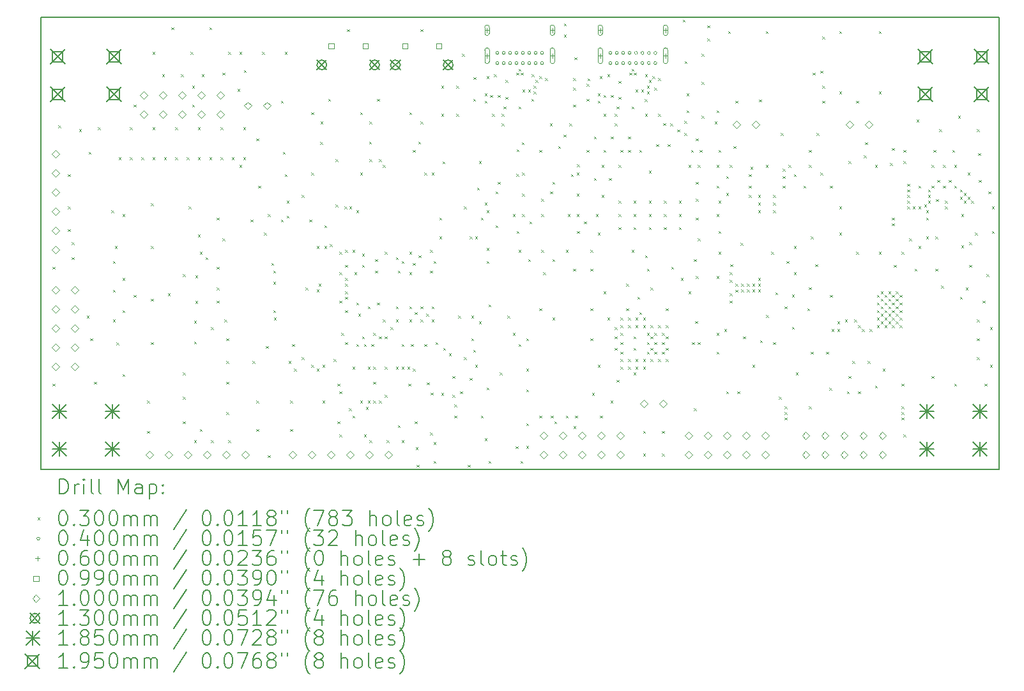
<source format=gbr>
%TF.GenerationSoftware,KiCad,Pcbnew,8.0.4*%
%TF.CreationDate,2024-08-23T16:04:37+02:00*%
%TF.ProjectId,MCU Powerboard,4d435520-506f-4776-9572-626f6172642e,rev?*%
%TF.SameCoordinates,Original*%
%TF.FileFunction,Drillmap*%
%TF.FilePolarity,Positive*%
%FSLAX45Y45*%
G04 Gerber Fmt 4.5, Leading zero omitted, Abs format (unit mm)*
G04 Created by KiCad (PCBNEW 8.0.4) date 2024-08-23 16:04:37*
%MOMM*%
%LPD*%
G01*
G04 APERTURE LIST*
%ADD10C,0.200000*%
%ADD11C,0.100000*%
%ADD12C,0.130000*%
%ADD13C,0.185000*%
%ADD14C,0.195000*%
G04 APERTURE END LIST*
D10*
X8500000Y-6500000D02*
X21200000Y-6500000D01*
X21200000Y-12500000D01*
X8500000Y-12500000D01*
X8500000Y-6500000D01*
D11*
X8660000Y-9810000D02*
X8690000Y-9840000D01*
X8690000Y-9810000D02*
X8660000Y-9840000D01*
X8660000Y-11360000D02*
X8690000Y-11390000D01*
X8690000Y-11360000D02*
X8660000Y-11390000D01*
X8735000Y-7935000D02*
X8765000Y-7965000D01*
X8765000Y-7935000D02*
X8735000Y-7965000D01*
X8860000Y-8585000D02*
X8890000Y-8615000D01*
X8890000Y-8585000D02*
X8860000Y-8615000D01*
X8860000Y-9010000D02*
X8890000Y-9040000D01*
X8890000Y-9010000D02*
X8860000Y-9040000D01*
X8860000Y-9310000D02*
X8890000Y-9340000D01*
X8890000Y-9310000D02*
X8860000Y-9340000D01*
X8910000Y-9485000D02*
X8940000Y-9515000D01*
X8940000Y-9485000D02*
X8910000Y-9515000D01*
X8910000Y-9685000D02*
X8940000Y-9715000D01*
X8940000Y-9685000D02*
X8910000Y-9715000D01*
X9010000Y-7985000D02*
X9040000Y-8015000D01*
X9040000Y-7985000D02*
X9010000Y-8015000D01*
X9110000Y-10460000D02*
X9140000Y-10490000D01*
X9140000Y-10460000D02*
X9110000Y-10490000D01*
X9135000Y-8285000D02*
X9165000Y-8315000D01*
X9165000Y-8285000D02*
X9135000Y-8315000D01*
X9160000Y-10760000D02*
X9190000Y-10790000D01*
X9190000Y-10760000D02*
X9160000Y-10790000D01*
X9210000Y-11335000D02*
X9240000Y-11365000D01*
X9240000Y-11335000D02*
X9210000Y-11365000D01*
X9260000Y-7960000D02*
X9290000Y-7990000D01*
X9290000Y-7960000D02*
X9260000Y-7990000D01*
X9435000Y-9060000D02*
X9465000Y-9090000D01*
X9465000Y-9060000D02*
X9435000Y-9090000D01*
X9459424Y-10115903D02*
X9489424Y-10145903D01*
X9489424Y-10115903D02*
X9459424Y-10145903D01*
X9460000Y-9735000D02*
X9490000Y-9765000D01*
X9490000Y-9735000D02*
X9460000Y-9765000D01*
X9460000Y-10510000D02*
X9490000Y-10540000D01*
X9490000Y-10510000D02*
X9460000Y-10540000D01*
X9485000Y-9535000D02*
X9515000Y-9565000D01*
X9515000Y-9535000D02*
X9485000Y-9565000D01*
X9503496Y-10815914D02*
X9533496Y-10845914D01*
X9533496Y-10815914D02*
X9503496Y-10845914D01*
X9535000Y-8360000D02*
X9565000Y-8390000D01*
X9565000Y-8360000D02*
X9535000Y-8390000D01*
X9584900Y-9110000D02*
X9614900Y-9140000D01*
X9614900Y-9110000D02*
X9584900Y-9140000D01*
X9584900Y-9960000D02*
X9614900Y-9990000D01*
X9614900Y-9960000D02*
X9584900Y-9990000D01*
X9584900Y-10385000D02*
X9614900Y-10415000D01*
X9614900Y-10385000D02*
X9584900Y-10415000D01*
X9584900Y-11235000D02*
X9614900Y-11265000D01*
X9614900Y-11235000D02*
X9584900Y-11265000D01*
X9685000Y-7960000D02*
X9715000Y-7990000D01*
X9715000Y-7960000D02*
X9685000Y-7990000D01*
X9685000Y-8360000D02*
X9715000Y-8390000D01*
X9715000Y-8360000D02*
X9685000Y-8390000D01*
X9734900Y-10185000D02*
X9764900Y-10215000D01*
X9764900Y-10185000D02*
X9734900Y-10215000D01*
X9735000Y-7660000D02*
X9765000Y-7690000D01*
X9765000Y-7660000D02*
X9735000Y-7690000D01*
X9835000Y-8360000D02*
X9865000Y-8390000D01*
X9865000Y-8360000D02*
X9835000Y-8390000D01*
X9910000Y-11585000D02*
X9940000Y-11615000D01*
X9940000Y-11585000D02*
X9910000Y-11615000D01*
X9910000Y-11985000D02*
X9940000Y-12015000D01*
X9940000Y-11985000D02*
X9910000Y-12015000D01*
X9959900Y-8968750D02*
X9989900Y-8998750D01*
X9989900Y-8968750D02*
X9959900Y-8998750D01*
X9959900Y-10235000D02*
X9989900Y-10265000D01*
X9989900Y-10235000D02*
X9959900Y-10265000D01*
X9959900Y-10810000D02*
X9989900Y-10840000D01*
X9989900Y-10810000D02*
X9959900Y-10840000D01*
X9960000Y-9535000D02*
X9990000Y-9565000D01*
X9990000Y-9535000D02*
X9960000Y-9565000D01*
X9985000Y-6960000D02*
X10015000Y-6990000D01*
X10015000Y-6960000D02*
X9985000Y-6990000D01*
X9985000Y-7960000D02*
X10015000Y-7990000D01*
X10015000Y-7960000D02*
X9985000Y-7990000D01*
X9985000Y-8360000D02*
X10015000Y-8390000D01*
X10015000Y-8360000D02*
X9985000Y-8390000D01*
X10110000Y-7260000D02*
X10140000Y-7290000D01*
X10140000Y-7260000D02*
X10110000Y-7290000D01*
X10135000Y-8360000D02*
X10165000Y-8390000D01*
X10165000Y-8360000D02*
X10135000Y-8390000D01*
X10184900Y-10160000D02*
X10214900Y-10190000D01*
X10214900Y-10160000D02*
X10184900Y-10190000D01*
X10235000Y-6635000D02*
X10265000Y-6665000D01*
X10265000Y-6635000D02*
X10235000Y-6665000D01*
X10285000Y-7960000D02*
X10315000Y-7990000D01*
X10315000Y-7960000D02*
X10285000Y-7990000D01*
X10285000Y-8360000D02*
X10315000Y-8390000D01*
X10315000Y-8360000D02*
X10285000Y-8390000D01*
X10360000Y-7260000D02*
X10390000Y-7290000D01*
X10390000Y-7260000D02*
X10360000Y-7290000D01*
X10384900Y-9910000D02*
X10414900Y-9940000D01*
X10414900Y-9910000D02*
X10384900Y-9940000D01*
X10384900Y-11210000D02*
X10414900Y-11240000D01*
X10414900Y-11210000D02*
X10384900Y-11240000D01*
X10385000Y-11535000D02*
X10415000Y-11565000D01*
X10415000Y-11535000D02*
X10385000Y-11565000D01*
X10385000Y-11860000D02*
X10415000Y-11890000D01*
X10415000Y-11860000D02*
X10385000Y-11890000D01*
X10435000Y-8360000D02*
X10465000Y-8390000D01*
X10465000Y-8360000D02*
X10435000Y-8390000D01*
X10459900Y-9010000D02*
X10489900Y-9040000D01*
X10489900Y-9010000D02*
X10459900Y-9040000D01*
X10485000Y-6960000D02*
X10515000Y-6990000D01*
X10515000Y-6960000D02*
X10485000Y-6990000D01*
X10510000Y-7410000D02*
X10540000Y-7440000D01*
X10540000Y-7410000D02*
X10510000Y-7440000D01*
X10510000Y-7660000D02*
X10540000Y-7690000D01*
X10540000Y-7660000D02*
X10510000Y-7690000D01*
X10535000Y-10526250D02*
X10565000Y-10556250D01*
X10565000Y-10526250D02*
X10535000Y-10556250D01*
X10535000Y-10801250D02*
X10565000Y-10831250D01*
X10565000Y-10801250D02*
X10535000Y-10831250D01*
X10535000Y-12110000D02*
X10565000Y-12140000D01*
X10565000Y-12110000D02*
X10535000Y-12140000D01*
X10549442Y-9925739D02*
X10579442Y-9955739D01*
X10579442Y-9925739D02*
X10549442Y-9955739D01*
X10549442Y-10262717D02*
X10579442Y-10292717D01*
X10579442Y-10262717D02*
X10549442Y-10292717D01*
X10584371Y-8359193D02*
X10614371Y-8389193D01*
X10614371Y-8359193D02*
X10584371Y-8389193D01*
X10584900Y-9385000D02*
X10614900Y-9415000D01*
X10614900Y-9385000D02*
X10584900Y-9415000D01*
X10585000Y-7960000D02*
X10615000Y-7990000D01*
X10615000Y-7960000D02*
X10585000Y-7990000D01*
X10610000Y-9610000D02*
X10640000Y-9640000D01*
X10640000Y-9610000D02*
X10610000Y-9640000D01*
X10610000Y-11960000D02*
X10640000Y-11990000D01*
X10640000Y-11960000D02*
X10610000Y-11990000D01*
X10635000Y-7260000D02*
X10665000Y-7290000D01*
X10665000Y-7260000D02*
X10635000Y-7290000D01*
X10685000Y-9685000D02*
X10715000Y-9715000D01*
X10715000Y-9685000D02*
X10685000Y-9715000D01*
X10735000Y-6635000D02*
X10765000Y-6665000D01*
X10765000Y-6635000D02*
X10735000Y-6665000D01*
X10735000Y-8360000D02*
X10765000Y-8390000D01*
X10765000Y-8360000D02*
X10735000Y-8390000D01*
X10760000Y-10610000D02*
X10790000Y-10640000D01*
X10790000Y-10610000D02*
X10760000Y-10640000D01*
X10760000Y-12110000D02*
X10790000Y-12140000D01*
X10790000Y-12110000D02*
X10760000Y-12140000D01*
X10835000Y-9160000D02*
X10865000Y-9190000D01*
X10865000Y-9160000D02*
X10835000Y-9190000D01*
X10835000Y-9810000D02*
X10865000Y-9840000D01*
X10865000Y-9810000D02*
X10835000Y-9840000D01*
X10835000Y-10085000D02*
X10865000Y-10115000D01*
X10865000Y-10085000D02*
X10835000Y-10115000D01*
X10835000Y-10260000D02*
X10865000Y-10290000D01*
X10865000Y-10260000D02*
X10835000Y-10290000D01*
X10885000Y-7960000D02*
X10915000Y-7990000D01*
X10915000Y-7960000D02*
X10885000Y-7990000D01*
X10885000Y-8360000D02*
X10915000Y-8390000D01*
X10915000Y-8360000D02*
X10885000Y-8390000D01*
X10910000Y-7235000D02*
X10940000Y-7265000D01*
X10940000Y-7235000D02*
X10910000Y-7265000D01*
X10910000Y-9435000D02*
X10940000Y-9465000D01*
X10940000Y-9435000D02*
X10910000Y-9465000D01*
X10935000Y-10510000D02*
X10965000Y-10540000D01*
X10965000Y-10510000D02*
X10935000Y-10540000D01*
X10960000Y-10760000D02*
X10990000Y-10790000D01*
X10990000Y-10760000D02*
X10960000Y-10790000D01*
X10960000Y-11060000D02*
X10990000Y-11090000D01*
X10990000Y-11060000D02*
X10960000Y-11090000D01*
X10960000Y-11335000D02*
X10990000Y-11365000D01*
X10990000Y-11335000D02*
X10960000Y-11365000D01*
X10960000Y-11735000D02*
X10990000Y-11765000D01*
X10990000Y-11735000D02*
X10960000Y-11765000D01*
X10985000Y-6960000D02*
X11015000Y-6990000D01*
X11015000Y-6960000D02*
X10985000Y-6990000D01*
X10985000Y-12110000D02*
X11015000Y-12140000D01*
X11015000Y-12110000D02*
X10985000Y-12140000D01*
X11035000Y-8360000D02*
X11065000Y-8390000D01*
X11065000Y-8360000D02*
X11035000Y-8390000D01*
X11110331Y-7452221D02*
X11140331Y-7482221D01*
X11140331Y-7452221D02*
X11110331Y-7482221D01*
X11135000Y-6960000D02*
X11165000Y-6990000D01*
X11165000Y-6960000D02*
X11135000Y-6990000D01*
X11135000Y-8460000D02*
X11165000Y-8490000D01*
X11165000Y-8460000D02*
X11135000Y-8490000D01*
X11185000Y-7960000D02*
X11215000Y-7990000D01*
X11215000Y-7960000D02*
X11185000Y-7990000D01*
X11185000Y-8360000D02*
X11215000Y-8390000D01*
X11215000Y-8360000D02*
X11185000Y-8390000D01*
X11193669Y-7202268D02*
X11223669Y-7232268D01*
X11223669Y-7202268D02*
X11193669Y-7232268D01*
X11285000Y-9185000D02*
X11315000Y-9215000D01*
X11315000Y-9185000D02*
X11285000Y-9215000D01*
X11310000Y-11060000D02*
X11340000Y-11090000D01*
X11340000Y-11060000D02*
X11310000Y-11090000D01*
X11360000Y-8110000D02*
X11390000Y-8140000D01*
X11390000Y-8110000D02*
X11360000Y-8140000D01*
X11360000Y-11585000D02*
X11390000Y-11615000D01*
X11390000Y-11585000D02*
X11360000Y-11615000D01*
X11360000Y-11960000D02*
X11390000Y-11990000D01*
X11390000Y-11960000D02*
X11360000Y-11990000D01*
X11385000Y-8735000D02*
X11415000Y-8765000D01*
X11415000Y-8735000D02*
X11385000Y-8765000D01*
X11435000Y-6960000D02*
X11465000Y-6990000D01*
X11465000Y-6960000D02*
X11435000Y-6990000D01*
X11460000Y-9360000D02*
X11490000Y-9390000D01*
X11490000Y-9360000D02*
X11460000Y-9390000D01*
X11485000Y-10860000D02*
X11515000Y-10890000D01*
X11515000Y-10860000D02*
X11485000Y-10890000D01*
X11510000Y-9110000D02*
X11540000Y-9140000D01*
X11540000Y-9110000D02*
X11510000Y-9140000D01*
X11510000Y-12310000D02*
X11540000Y-12340000D01*
X11540000Y-12310000D02*
X11510000Y-12340000D01*
X11560000Y-9760000D02*
X11590000Y-9790000D01*
X11590000Y-9760000D02*
X11560000Y-9790000D01*
X11585000Y-9860000D02*
X11615000Y-9890000D01*
X11615000Y-9860000D02*
X11585000Y-9890000D01*
X11585000Y-10010000D02*
X11615000Y-10040000D01*
X11615000Y-10010000D02*
X11585000Y-10040000D01*
X11585000Y-10385000D02*
X11615000Y-10415000D01*
X11615000Y-10385000D02*
X11585000Y-10415000D01*
X11592965Y-10483375D02*
X11622965Y-10513375D01*
X11622965Y-10483375D02*
X11592965Y-10513375D01*
X11685000Y-7610000D02*
X11715000Y-7640000D01*
X11715000Y-7610000D02*
X11685000Y-7640000D01*
X11685000Y-9185000D02*
X11715000Y-9215000D01*
X11715000Y-9185000D02*
X11685000Y-9215000D01*
X11710000Y-8285000D02*
X11740000Y-8315000D01*
X11740000Y-8285000D02*
X11710000Y-8315000D01*
X11735000Y-6960000D02*
X11765000Y-6990000D01*
X11765000Y-6960000D02*
X11735000Y-6990000D01*
X11735000Y-8585000D02*
X11765000Y-8615000D01*
X11765000Y-8585000D02*
X11735000Y-8615000D01*
X11760000Y-8935000D02*
X11790000Y-8965000D01*
X11790000Y-8935000D02*
X11760000Y-8965000D01*
X11760000Y-9135000D02*
X11790000Y-9165000D01*
X11790000Y-9135000D02*
X11760000Y-9165000D01*
X11785000Y-11060000D02*
X11815000Y-11090000D01*
X11815000Y-11060000D02*
X11785000Y-11090000D01*
X11810000Y-11585000D02*
X11840000Y-11615000D01*
X11840000Y-11585000D02*
X11810000Y-11615000D01*
X11810000Y-11960000D02*
X11840000Y-11990000D01*
X11840000Y-11960000D02*
X11810000Y-11990000D01*
X11835000Y-10835000D02*
X11865000Y-10865000D01*
X11865000Y-10835000D02*
X11835000Y-10865000D01*
X11860000Y-11160000D02*
X11890000Y-11190000D01*
X11890000Y-11160000D02*
X11860000Y-11190000D01*
X11960000Y-8860000D02*
X11990000Y-8890000D01*
X11990000Y-8860000D02*
X11960000Y-8890000D01*
X11960000Y-11010000D02*
X11990000Y-11040000D01*
X11990000Y-11010000D02*
X11960000Y-11040000D01*
X12010000Y-10085000D02*
X12040000Y-10115000D01*
X12040000Y-10085000D02*
X12010000Y-10115000D01*
X12060000Y-9185000D02*
X12090000Y-9215000D01*
X12090000Y-9185000D02*
X12060000Y-9215000D01*
X12085000Y-7760000D02*
X12115000Y-7790000D01*
X12115000Y-7760000D02*
X12085000Y-7790000D01*
X12085000Y-8560000D02*
X12115000Y-8590000D01*
X12115000Y-8560000D02*
X12085000Y-8590000D01*
X12085000Y-11110000D02*
X12115000Y-11140000D01*
X12115000Y-11110000D02*
X12085000Y-11140000D01*
X12160000Y-9535000D02*
X12190000Y-9565000D01*
X12190000Y-9535000D02*
X12160000Y-9565000D01*
X12160000Y-10110000D02*
X12190000Y-10140000D01*
X12190000Y-10110000D02*
X12160000Y-10140000D01*
X12160000Y-11160000D02*
X12190000Y-11190000D01*
X12190000Y-11160000D02*
X12160000Y-11190000D01*
X12185000Y-10035000D02*
X12215000Y-10065000D01*
X12215000Y-10035000D02*
X12185000Y-10065000D01*
X12206007Y-8154487D02*
X12236007Y-8184487D01*
X12236007Y-8154487D02*
X12206007Y-8184487D01*
X12210000Y-7885000D02*
X12240000Y-7915000D01*
X12240000Y-7885000D02*
X12210000Y-7915000D01*
X12235000Y-11110000D02*
X12265000Y-11140000D01*
X12265000Y-11110000D02*
X12235000Y-11140000D01*
X12235000Y-11585000D02*
X12265000Y-11615000D01*
X12265000Y-11585000D02*
X12235000Y-11615000D01*
X12260000Y-9260000D02*
X12290000Y-9290000D01*
X12290000Y-9260000D02*
X12260000Y-9290000D01*
X12260000Y-9535000D02*
X12290000Y-9565000D01*
X12290000Y-9535000D02*
X12260000Y-9565000D01*
X12310000Y-7585000D02*
X12340000Y-7615000D01*
X12340000Y-7585000D02*
X12310000Y-7615000D01*
X12335000Y-9510000D02*
X12365000Y-9540000D01*
X12365000Y-9510000D02*
X12335000Y-9540000D01*
X12385000Y-11035000D02*
X12415000Y-11065000D01*
X12415000Y-11035000D02*
X12385000Y-11065000D01*
X12410000Y-8385000D02*
X12440000Y-8415000D01*
X12440000Y-8385000D02*
X12410000Y-8415000D01*
X12410000Y-8985000D02*
X12440000Y-9015000D01*
X12440000Y-8985000D02*
X12410000Y-9015000D01*
X12435000Y-11360000D02*
X12465000Y-11390000D01*
X12465000Y-11360000D02*
X12435000Y-11390000D01*
X12435000Y-11860000D02*
X12465000Y-11890000D01*
X12465000Y-11860000D02*
X12435000Y-11890000D01*
X12460000Y-9610000D02*
X12490000Y-9640000D01*
X12490000Y-9610000D02*
X12460000Y-9640000D01*
X12460000Y-9885000D02*
X12490000Y-9915000D01*
X12490000Y-9885000D02*
X12460000Y-9915000D01*
X12460000Y-10260000D02*
X12490000Y-10290000D01*
X12490000Y-10260000D02*
X12460000Y-10290000D01*
X12460000Y-11460000D02*
X12490000Y-11490000D01*
X12490000Y-11460000D02*
X12460000Y-11490000D01*
X12460000Y-12035000D02*
X12490000Y-12065000D01*
X12490000Y-12035000D02*
X12460000Y-12065000D01*
X12485000Y-10685000D02*
X12515000Y-10715000D01*
X12515000Y-10685000D02*
X12485000Y-10715000D01*
X12527340Y-9010000D02*
X12557340Y-9040000D01*
X12557340Y-9010000D02*
X12527340Y-9040000D01*
X12535000Y-9585000D02*
X12565000Y-9615000D01*
X12565000Y-9585000D02*
X12535000Y-9615000D01*
X12535000Y-9785000D02*
X12565000Y-9815000D01*
X12565000Y-9785000D02*
X12535000Y-9815000D01*
X12535000Y-9960000D02*
X12565000Y-9990000D01*
X12565000Y-9960000D02*
X12535000Y-9990000D01*
X12535000Y-10035000D02*
X12565000Y-10065000D01*
X12565000Y-10035000D02*
X12535000Y-10065000D01*
X12535000Y-10135000D02*
X12565000Y-10165000D01*
X12565000Y-10135000D02*
X12535000Y-10165000D01*
X12535000Y-10210000D02*
X12565000Y-10240000D01*
X12565000Y-10210000D02*
X12535000Y-10240000D01*
X12535000Y-10385000D02*
X12565000Y-10415000D01*
X12565000Y-10385000D02*
X12535000Y-10415000D01*
X12535000Y-10810000D02*
X12565000Y-10840000D01*
X12565000Y-10810000D02*
X12535000Y-10840000D01*
X12560000Y-6660000D02*
X12590000Y-6690000D01*
X12590000Y-6660000D02*
X12560000Y-6690000D01*
X12585000Y-11685000D02*
X12615000Y-11715000D01*
X12615000Y-11685000D02*
X12585000Y-11715000D01*
X12592660Y-9010000D02*
X12622660Y-9040000D01*
X12622660Y-9010000D02*
X12592660Y-9040000D01*
X12635000Y-9585000D02*
X12665000Y-9615000D01*
X12665000Y-9585000D02*
X12635000Y-9615000D01*
X12635000Y-11135000D02*
X12665000Y-11165000D01*
X12665000Y-11135000D02*
X12635000Y-11165000D01*
X12635000Y-11785000D02*
X12665000Y-11815000D01*
X12665000Y-11785000D02*
X12635000Y-11815000D01*
X12660000Y-9885000D02*
X12690000Y-9915000D01*
X12690000Y-9885000D02*
X12660000Y-9915000D01*
X12685000Y-9060000D02*
X12715000Y-9090000D01*
X12715000Y-9060000D02*
X12685000Y-9090000D01*
X12685000Y-10285000D02*
X12715000Y-10315000D01*
X12715000Y-10285000D02*
X12685000Y-10315000D01*
X12685000Y-10835000D02*
X12715000Y-10865000D01*
X12715000Y-10835000D02*
X12685000Y-10865000D01*
X12710000Y-10435000D02*
X12740000Y-10465000D01*
X12740000Y-10435000D02*
X12710000Y-10465000D01*
X12735000Y-7760000D02*
X12765000Y-7790000D01*
X12765000Y-7760000D02*
X12735000Y-7790000D01*
X12735000Y-8560000D02*
X12765000Y-8590000D01*
X12765000Y-8560000D02*
X12735000Y-8590000D01*
X12735000Y-11585000D02*
X12765000Y-11615000D01*
X12765000Y-11585000D02*
X12735000Y-11615000D01*
X12760000Y-9635000D02*
X12790000Y-9665000D01*
X12790000Y-9635000D02*
X12760000Y-9665000D01*
X12760000Y-9785000D02*
X12790000Y-9815000D01*
X12790000Y-9785000D02*
X12760000Y-9815000D01*
X12760000Y-10735000D02*
X12790000Y-10765000D01*
X12790000Y-10735000D02*
X12760000Y-10765000D01*
X12785000Y-10835000D02*
X12815000Y-10865000D01*
X12815000Y-10835000D02*
X12785000Y-10865000D01*
X12785000Y-12035000D02*
X12815000Y-12065000D01*
X12815000Y-12035000D02*
X12785000Y-12065000D01*
X12812616Y-11670075D02*
X12842616Y-11700075D01*
X12842616Y-11670075D02*
X12812616Y-11700075D01*
X12835000Y-10335000D02*
X12865000Y-10365000D01*
X12865000Y-10335000D02*
X12835000Y-10365000D01*
X12835000Y-11135000D02*
X12865000Y-11165000D01*
X12865000Y-11135000D02*
X12835000Y-11165000D01*
X12835000Y-11585000D02*
X12865000Y-11615000D01*
X12865000Y-11585000D02*
X12835000Y-11615000D01*
X12855151Y-8152301D02*
X12885151Y-8182301D01*
X12885151Y-8152301D02*
X12855151Y-8182301D01*
X12860000Y-7885000D02*
X12890000Y-7915000D01*
X12890000Y-7885000D02*
X12860000Y-7915000D01*
X12860000Y-8385000D02*
X12890000Y-8415000D01*
X12890000Y-8385000D02*
X12860000Y-8415000D01*
X12860000Y-12110000D02*
X12890000Y-12140000D01*
X12890000Y-12110000D02*
X12860000Y-12140000D01*
X12885000Y-10835000D02*
X12915000Y-10865000D01*
X12915000Y-10835000D02*
X12885000Y-10865000D01*
X12910000Y-10685000D02*
X12940000Y-10715000D01*
X12940000Y-10685000D02*
X12910000Y-10715000D01*
X12910000Y-11135000D02*
X12940000Y-11165000D01*
X12940000Y-11135000D02*
X12910000Y-11165000D01*
X12910000Y-11335000D02*
X12940000Y-11365000D01*
X12940000Y-11335000D02*
X12910000Y-11365000D01*
X12910000Y-11585000D02*
X12940000Y-11615000D01*
X12940000Y-11585000D02*
X12910000Y-11615000D01*
X12935000Y-9710000D02*
X12965000Y-9740000D01*
X12965000Y-9710000D02*
X12935000Y-9740000D01*
X12935000Y-9860000D02*
X12965000Y-9890000D01*
X12965000Y-9860000D02*
X12935000Y-9890000D01*
X12960000Y-7585000D02*
X12990000Y-7615000D01*
X12990000Y-7585000D02*
X12960000Y-7615000D01*
X12960000Y-10285000D02*
X12990000Y-10315000D01*
X12990000Y-10285000D02*
X12960000Y-10315000D01*
X12985000Y-8385000D02*
X13015000Y-8415000D01*
X13015000Y-8385000D02*
X12985000Y-8415000D01*
X12985000Y-10735000D02*
X13015000Y-10765000D01*
X13015000Y-10735000D02*
X12985000Y-10765000D01*
X12985000Y-11585000D02*
X13015000Y-11615000D01*
X13015000Y-11585000D02*
X12985000Y-11615000D01*
X13035000Y-8460000D02*
X13065000Y-8490000D01*
X13065000Y-8460000D02*
X13035000Y-8490000D01*
X13035000Y-10510000D02*
X13065000Y-10540000D01*
X13065000Y-10510000D02*
X13035000Y-10540000D01*
X13060000Y-9610000D02*
X13090000Y-9640000D01*
X13090000Y-9610000D02*
X13060000Y-9640000D01*
X13060000Y-10735000D02*
X13090000Y-10765000D01*
X13090000Y-10735000D02*
X13060000Y-10765000D01*
X13060000Y-11135000D02*
X13090000Y-11165000D01*
X13090000Y-11135000D02*
X13060000Y-11165000D01*
X13060000Y-11510000D02*
X13090000Y-11540000D01*
X13090000Y-11510000D02*
X13060000Y-11540000D01*
X13085000Y-12110000D02*
X13115000Y-12140000D01*
X13115000Y-12110000D02*
X13085000Y-12140000D01*
X13135000Y-10610000D02*
X13165000Y-10640000D01*
X13165000Y-10610000D02*
X13135000Y-10640000D01*
X13210000Y-9685000D02*
X13240000Y-9715000D01*
X13240000Y-9685000D02*
X13210000Y-9715000D01*
X13210000Y-10335000D02*
X13240000Y-10365000D01*
X13240000Y-10335000D02*
X13210000Y-10365000D01*
X13210000Y-10510000D02*
X13240000Y-10540000D01*
X13240000Y-10510000D02*
X13210000Y-10540000D01*
X13210000Y-11135000D02*
X13240000Y-11165000D01*
X13240000Y-11135000D02*
X13210000Y-11165000D01*
X13235000Y-9860000D02*
X13265000Y-9890000D01*
X13265000Y-9860000D02*
X13235000Y-9890000D01*
X13235000Y-11910000D02*
X13265000Y-11940000D01*
X13265000Y-11910000D02*
X13235000Y-11940000D01*
X13285000Y-9735000D02*
X13315000Y-9765000D01*
X13315000Y-9735000D02*
X13285000Y-9765000D01*
X13285000Y-10835000D02*
X13315000Y-10865000D01*
X13315000Y-10835000D02*
X13285000Y-10865000D01*
X13285000Y-11135000D02*
X13315000Y-11165000D01*
X13315000Y-11135000D02*
X13285000Y-11165000D01*
X13285000Y-12110000D02*
X13315000Y-12140000D01*
X13315000Y-12110000D02*
X13285000Y-12140000D01*
X13360000Y-11135000D02*
X13390000Y-11165000D01*
X13390000Y-11135000D02*
X13360000Y-11165000D01*
X13372837Y-11358651D02*
X13402837Y-11388651D01*
X13402837Y-11358651D02*
X13372837Y-11388651D01*
X13385000Y-7760000D02*
X13415000Y-7790000D01*
X13415000Y-7760000D02*
X13385000Y-7790000D01*
X13385000Y-9610000D02*
X13415000Y-9640000D01*
X13415000Y-9610000D02*
X13385000Y-9640000D01*
X13385000Y-9885000D02*
X13415000Y-9915000D01*
X13415000Y-9885000D02*
X13385000Y-9915000D01*
X13385000Y-10335000D02*
X13415000Y-10365000D01*
X13415000Y-10335000D02*
X13385000Y-10365000D01*
X13385000Y-10510000D02*
X13415000Y-10540000D01*
X13415000Y-10510000D02*
X13385000Y-10540000D01*
X13410000Y-10835000D02*
X13440000Y-10865000D01*
X13440000Y-10835000D02*
X13410000Y-10865000D01*
X13435000Y-8260000D02*
X13465000Y-8290000D01*
X13465000Y-8260000D02*
X13435000Y-8290000D01*
X13435000Y-9760000D02*
X13465000Y-9790000D01*
X13465000Y-9760000D02*
X13435000Y-9790000D01*
X13435000Y-11160000D02*
X13465000Y-11190000D01*
X13465000Y-11160000D02*
X13435000Y-11190000D01*
X13460000Y-10410000D02*
X13490000Y-10440000D01*
X13490000Y-10410000D02*
X13460000Y-10440000D01*
X13460000Y-11860000D02*
X13490000Y-11890000D01*
X13490000Y-11860000D02*
X13460000Y-11890000D01*
X13471407Y-12201445D02*
X13501407Y-12231445D01*
X13501407Y-12201445D02*
X13471407Y-12231445D01*
X13485000Y-12435000D02*
X13515000Y-12465000D01*
X13515000Y-12435000D02*
X13485000Y-12465000D01*
X13506152Y-8152299D02*
X13536152Y-8182299D01*
X13536152Y-8152299D02*
X13506152Y-8182299D01*
X13510000Y-9660000D02*
X13540000Y-9690000D01*
X13540000Y-9660000D02*
X13510000Y-9690000D01*
X13535000Y-6660000D02*
X13565000Y-6690000D01*
X13565000Y-6660000D02*
X13535000Y-6690000D01*
X13535000Y-7885000D02*
X13565000Y-7915000D01*
X13565000Y-7885000D02*
X13535000Y-7915000D01*
X13535000Y-10335000D02*
X13565000Y-10365000D01*
X13565000Y-10335000D02*
X13535000Y-10365000D01*
X13535000Y-10510000D02*
X13565000Y-10540000D01*
X13565000Y-10510000D02*
X13535000Y-10540000D01*
X13585000Y-8560000D02*
X13615000Y-8590000D01*
X13615000Y-8560000D02*
X13585000Y-8590000D01*
X13585000Y-10835000D02*
X13615000Y-10865000D01*
X13615000Y-10835000D02*
X13585000Y-10865000D01*
X13610000Y-10435000D02*
X13640000Y-10465000D01*
X13640000Y-10435000D02*
X13610000Y-10465000D01*
X13617528Y-11344132D02*
X13647528Y-11374132D01*
X13647528Y-11344132D02*
X13617528Y-11374132D01*
X13660000Y-9585000D02*
X13690000Y-9615000D01*
X13690000Y-9585000D02*
X13660000Y-9615000D01*
X13660000Y-9860000D02*
X13690000Y-9890000D01*
X13690000Y-9860000D02*
X13660000Y-9890000D01*
X13660000Y-12010000D02*
X13690000Y-12040000D01*
X13690000Y-12010000D02*
X13660000Y-12040000D01*
X13668860Y-11478877D02*
X13698860Y-11508877D01*
X13698860Y-11478877D02*
X13668860Y-11508877D01*
X13685000Y-8560000D02*
X13715000Y-8590000D01*
X13715000Y-8560000D02*
X13685000Y-8590000D01*
X13685000Y-10335000D02*
X13715000Y-10365000D01*
X13715000Y-10335000D02*
X13685000Y-10365000D01*
X13685000Y-10510000D02*
X13715000Y-10540000D01*
X13715000Y-10510000D02*
X13685000Y-10540000D01*
X13710000Y-9735000D02*
X13740000Y-9765000D01*
X13740000Y-9735000D02*
X13710000Y-9765000D01*
X13710000Y-12135000D02*
X13740000Y-12165000D01*
X13740000Y-12135000D02*
X13710000Y-12165000D01*
X13710000Y-12385000D02*
X13740000Y-12415000D01*
X13740000Y-12385000D02*
X13710000Y-12415000D01*
X13735000Y-10810000D02*
X13765000Y-10840000D01*
X13765000Y-10810000D02*
X13735000Y-10840000D01*
X13785000Y-9160000D02*
X13815000Y-9190000D01*
X13815000Y-9160000D02*
X13785000Y-9190000D01*
X13785000Y-9410000D02*
X13815000Y-9440000D01*
X13815000Y-9410000D02*
X13785000Y-9440000D01*
X13810000Y-7410000D02*
X13840000Y-7440000D01*
X13840000Y-7410000D02*
X13810000Y-7440000D01*
X13810000Y-7785000D02*
X13840000Y-7815000D01*
X13840000Y-7785000D02*
X13810000Y-7815000D01*
X13810000Y-11485000D02*
X13840000Y-11515000D01*
X13840000Y-11485000D02*
X13810000Y-11515000D01*
X13825641Y-8414692D02*
X13855641Y-8444692D01*
X13855641Y-8414692D02*
X13825641Y-8444692D01*
X13835000Y-10885000D02*
X13865000Y-10915000D01*
X13865000Y-10885000D02*
X13835000Y-10915000D01*
X13910000Y-10960000D02*
X13940000Y-10990000D01*
X13940000Y-10960000D02*
X13910000Y-10990000D01*
X13960000Y-11260000D02*
X13990000Y-11290000D01*
X13990000Y-11260000D02*
X13960000Y-11290000D01*
X13960000Y-11510000D02*
X13990000Y-11540000D01*
X13990000Y-11510000D02*
X13960000Y-11540000D01*
X13985000Y-11635000D02*
X14015000Y-11665000D01*
X14015000Y-11635000D02*
X13985000Y-11665000D01*
X13985000Y-11785000D02*
X14015000Y-11815000D01*
X14015000Y-11785000D02*
X13985000Y-11815000D01*
X14010000Y-7410000D02*
X14040000Y-7440000D01*
X14040000Y-7410000D02*
X14010000Y-7440000D01*
X14010000Y-7785000D02*
X14040000Y-7815000D01*
X14040000Y-7785000D02*
X14010000Y-7815000D01*
X14035000Y-10460000D02*
X14065000Y-10490000D01*
X14065000Y-10460000D02*
X14035000Y-10490000D01*
X14060000Y-11460000D02*
X14090000Y-11490000D01*
X14090000Y-11460000D02*
X14060000Y-11490000D01*
X14085000Y-6985000D02*
X14115000Y-7015000D01*
X14115000Y-6985000D02*
X14085000Y-7015000D01*
X14110000Y-9010000D02*
X14140000Y-9040000D01*
X14140000Y-9010000D02*
X14110000Y-9040000D01*
X14110000Y-11010000D02*
X14140000Y-11040000D01*
X14140000Y-11010000D02*
X14110000Y-11040000D01*
X14160000Y-12435000D02*
X14190000Y-12465000D01*
X14190000Y-12435000D02*
X14160000Y-12465000D01*
X14185000Y-9410000D02*
X14215000Y-9440000D01*
X14215000Y-9410000D02*
X14185000Y-9440000D01*
X14185000Y-11285000D02*
X14215000Y-11315000D01*
X14215000Y-11285000D02*
X14185000Y-11315000D01*
X14210000Y-10460000D02*
X14240000Y-10490000D01*
X14240000Y-10460000D02*
X14210000Y-10490000D01*
X14210000Y-10760000D02*
X14240000Y-10790000D01*
X14240000Y-10760000D02*
X14210000Y-10790000D01*
X14235000Y-7585000D02*
X14265000Y-7615000D01*
X14265000Y-7585000D02*
X14235000Y-7615000D01*
X14235000Y-10910000D02*
X14265000Y-10940000D01*
X14265000Y-10910000D02*
X14235000Y-10940000D01*
X14237853Y-7294349D02*
X14267853Y-7324349D01*
X14267853Y-7294349D02*
X14237853Y-7324349D01*
X14260000Y-9410000D02*
X14290000Y-9440000D01*
X14290000Y-9410000D02*
X14260000Y-9440000D01*
X14260000Y-11110000D02*
X14290000Y-11140000D01*
X14290000Y-11110000D02*
X14260000Y-11140000D01*
X14285000Y-8760000D02*
X14315000Y-8790000D01*
X14315000Y-8760000D02*
X14285000Y-8790000D01*
X14310000Y-8410000D02*
X14340000Y-8440000D01*
X14340000Y-8410000D02*
X14310000Y-8440000D01*
X14310000Y-10535000D02*
X14340000Y-10565000D01*
X14340000Y-10535000D02*
X14310000Y-10565000D01*
X14335000Y-9160000D02*
X14365000Y-9190000D01*
X14365000Y-9160000D02*
X14335000Y-9190000D01*
X14335000Y-11785000D02*
X14365000Y-11815000D01*
X14365000Y-11785000D02*
X14335000Y-11815000D01*
X14385000Y-7510000D02*
X14415000Y-7540000D01*
X14415000Y-7510000D02*
X14385000Y-7540000D01*
X14385000Y-7610000D02*
X14415000Y-7640000D01*
X14415000Y-7610000D02*
X14385000Y-7640000D01*
X14385000Y-8960000D02*
X14415000Y-8990000D01*
X14415000Y-8960000D02*
X14385000Y-8990000D01*
X14385000Y-12085000D02*
X14415000Y-12115000D01*
X14415000Y-12085000D02*
X14385000Y-12115000D01*
X14410000Y-7285000D02*
X14440000Y-7315000D01*
X14440000Y-7285000D02*
X14410000Y-7315000D01*
X14410000Y-9060000D02*
X14440000Y-9090000D01*
X14440000Y-9060000D02*
X14410000Y-9090000D01*
X14410000Y-9560000D02*
X14440000Y-9590000D01*
X14440000Y-9560000D02*
X14410000Y-9590000D01*
X14410000Y-9735000D02*
X14440000Y-9765000D01*
X14440000Y-9735000D02*
X14410000Y-9765000D01*
X14410000Y-11410000D02*
X14440000Y-11440000D01*
X14440000Y-11410000D02*
X14410000Y-11440000D01*
X14435000Y-10310000D02*
X14465000Y-10340000D01*
X14465000Y-10310000D02*
X14435000Y-10340000D01*
X14435000Y-12385000D02*
X14465000Y-12415000D01*
X14465000Y-12385000D02*
X14435000Y-12415000D01*
X14460000Y-7535000D02*
X14490000Y-7565000D01*
X14490000Y-7535000D02*
X14460000Y-7565000D01*
X14485000Y-7785000D02*
X14515000Y-7815000D01*
X14515000Y-7785000D02*
X14485000Y-7815000D01*
X14510000Y-7260000D02*
X14540000Y-7290000D01*
X14540000Y-7260000D02*
X14510000Y-7290000D01*
X14528708Y-9260978D02*
X14558708Y-9290978D01*
X14558708Y-9260978D02*
X14528708Y-9290978D01*
X14529375Y-8810000D02*
X14559375Y-8840000D01*
X14559375Y-8810000D02*
X14529375Y-8840000D01*
X14560000Y-7535000D02*
X14590000Y-7565000D01*
X14590000Y-7535000D02*
X14560000Y-7565000D01*
X14560000Y-8685000D02*
X14590000Y-8715000D01*
X14590000Y-8685000D02*
X14560000Y-8715000D01*
X14585000Y-11210000D02*
X14615000Y-11240000D01*
X14615000Y-11210000D02*
X14585000Y-11240000D01*
X14610000Y-7785000D02*
X14640000Y-7815000D01*
X14640000Y-7785000D02*
X14610000Y-7815000D01*
X14610000Y-7909400D02*
X14640000Y-7939400D01*
X14640000Y-7909400D02*
X14610000Y-7939400D01*
X14635000Y-7685000D02*
X14665000Y-7715000D01*
X14665000Y-7685000D02*
X14635000Y-7715000D01*
X14660000Y-7335475D02*
X14690000Y-7365475D01*
X14690000Y-7335475D02*
X14660000Y-7365475D01*
X14660000Y-7560000D02*
X14690000Y-7590000D01*
X14690000Y-7560000D02*
X14660000Y-7590000D01*
X14685000Y-10460000D02*
X14715000Y-10490000D01*
X14715000Y-10460000D02*
X14685000Y-10490000D01*
X14760000Y-9110000D02*
X14790000Y-9140000D01*
X14790000Y-9110000D02*
X14760000Y-9140000D01*
X14760000Y-10685000D02*
X14790000Y-10715000D01*
X14790000Y-10685000D02*
X14760000Y-10715000D01*
X14796212Y-12189080D02*
X14826212Y-12219080D01*
X14826212Y-12189080D02*
X14796212Y-12219080D01*
X14805000Y-7235000D02*
X14835000Y-7265000D01*
X14835000Y-7235000D02*
X14805000Y-7265000D01*
X14805247Y-8580722D02*
X14835247Y-8610722D01*
X14835247Y-8580722D02*
X14805247Y-8610722D01*
X14810000Y-8252195D02*
X14840000Y-8282195D01*
X14840000Y-8252195D02*
X14810000Y-8282195D01*
X14810000Y-9335000D02*
X14840000Y-9365000D01*
X14840000Y-9335000D02*
X14810000Y-9365000D01*
X14835000Y-7185000D02*
X14865000Y-7215000D01*
X14865000Y-7185000D02*
X14835000Y-7215000D01*
X14835000Y-7685000D02*
X14865000Y-7715000D01*
X14865000Y-7685000D02*
X14835000Y-7715000D01*
X14835000Y-9585000D02*
X14865000Y-9615000D01*
X14865000Y-9585000D02*
X14835000Y-9615000D01*
X14835000Y-10835000D02*
X14865000Y-10865000D01*
X14865000Y-10835000D02*
X14835000Y-10865000D01*
X14860000Y-12385000D02*
X14890000Y-12415000D01*
X14890000Y-12385000D02*
X14860000Y-12415000D01*
X14865000Y-7235000D02*
X14895000Y-7265000D01*
X14895000Y-7235000D02*
X14865000Y-7265000D01*
X14877195Y-8160000D02*
X14907195Y-8190000D01*
X14907195Y-8160000D02*
X14877195Y-8190000D01*
X14879375Y-8560000D02*
X14909375Y-8590000D01*
X14909375Y-8560000D02*
X14879375Y-8590000D01*
X14879375Y-8840000D02*
X14909375Y-8870000D01*
X14909375Y-8840000D02*
X14879375Y-8870000D01*
X14879375Y-9110000D02*
X14909375Y-9140000D01*
X14909375Y-9110000D02*
X14879375Y-9140000D01*
X14885000Y-7460000D02*
X14915000Y-7490000D01*
X14915000Y-7460000D02*
X14885000Y-7490000D01*
X14935000Y-10760000D02*
X14965000Y-10790000D01*
X14965000Y-10760000D02*
X14935000Y-10790000D01*
X14935000Y-11160000D02*
X14965000Y-11190000D01*
X14965000Y-11160000D02*
X14935000Y-11190000D01*
X14935000Y-11435000D02*
X14965000Y-11465000D01*
X14965000Y-11435000D02*
X14935000Y-11465000D01*
X14935000Y-11885000D02*
X14965000Y-11915000D01*
X14965000Y-11885000D02*
X14935000Y-11915000D01*
X14935000Y-12185000D02*
X14965000Y-12215000D01*
X14965000Y-12185000D02*
X14935000Y-12215000D01*
X14960000Y-7460000D02*
X14990000Y-7490000D01*
X14990000Y-7460000D02*
X14960000Y-7490000D01*
X14960000Y-9710000D02*
X14990000Y-9740000D01*
X14990000Y-9710000D02*
X14960000Y-9740000D01*
X14979375Y-9210000D02*
X15009375Y-9240000D01*
X15009375Y-9210000D02*
X14979375Y-9240000D01*
X15004772Y-7585000D02*
X15034772Y-7615000D01*
X15034772Y-7585000D02*
X15004772Y-7615000D01*
X15010000Y-7260000D02*
X15040000Y-7290000D01*
X15040000Y-7260000D02*
X15010000Y-7290000D01*
X15035000Y-7410000D02*
X15065000Y-7440000D01*
X15065000Y-7410000D02*
X15035000Y-7440000D01*
X15035000Y-7485000D02*
X15065000Y-7515000D01*
X15065000Y-7485000D02*
X15035000Y-7515000D01*
X15060000Y-7335000D02*
X15090000Y-7365000D01*
X15090000Y-7335000D02*
X15060000Y-7365000D01*
X15110000Y-7285000D02*
X15140000Y-7315000D01*
X15140000Y-7285000D02*
X15110000Y-7315000D01*
X15110000Y-8260000D02*
X15140000Y-8290000D01*
X15140000Y-8260000D02*
X15110000Y-8290000D01*
X15110000Y-10360000D02*
X15140000Y-10390000D01*
X15140000Y-10360000D02*
X15110000Y-10390000D01*
X15110000Y-11785000D02*
X15140000Y-11815000D01*
X15140000Y-11785000D02*
X15110000Y-11815000D01*
X15135000Y-8910000D02*
X15165000Y-8940000D01*
X15165000Y-8910000D02*
X15135000Y-8940000D01*
X15135000Y-9110000D02*
X15165000Y-9140000D01*
X15165000Y-9110000D02*
X15135000Y-9140000D01*
X15135000Y-9585000D02*
X15165000Y-9615000D01*
X15165000Y-9585000D02*
X15135000Y-9615000D01*
X15160000Y-9883574D02*
X15190000Y-9913574D01*
X15190000Y-9883574D02*
X15160000Y-9913574D01*
X15185000Y-7310000D02*
X15215000Y-7340000D01*
X15215000Y-7310000D02*
X15185000Y-7340000D01*
X15250500Y-7908850D02*
X15280500Y-7938850D01*
X15280500Y-7908850D02*
X15250500Y-7938850D01*
X15254375Y-8810000D02*
X15284375Y-8840000D01*
X15284375Y-8810000D02*
X15254375Y-8840000D01*
X15260000Y-11785000D02*
X15290000Y-11815000D01*
X15290000Y-11785000D02*
X15260000Y-11815000D01*
X15285000Y-8685000D02*
X15315000Y-8715000D01*
X15315000Y-8685000D02*
X15285000Y-8715000D01*
X15285000Y-9710000D02*
X15315000Y-9740000D01*
X15315000Y-9710000D02*
X15285000Y-9740000D01*
X15285000Y-10485000D02*
X15315000Y-10515000D01*
X15315000Y-10485000D02*
X15285000Y-10515000D01*
X15310000Y-11860000D02*
X15340000Y-11890000D01*
X15340000Y-11860000D02*
X15310000Y-11890000D01*
X15360000Y-8210000D02*
X15390000Y-8240000D01*
X15390000Y-8210000D02*
X15360000Y-8240000D01*
X15433000Y-8060000D02*
X15463000Y-8090000D01*
X15463000Y-8060000D02*
X15433000Y-8090000D01*
X15435000Y-6585000D02*
X15465000Y-6615000D01*
X15465000Y-6585000D02*
X15435000Y-6615000D01*
X15435000Y-6735000D02*
X15465000Y-6765000D01*
X15465000Y-6735000D02*
X15435000Y-6765000D01*
X15460000Y-9585000D02*
X15490000Y-9615000D01*
X15490000Y-9585000D02*
X15460000Y-9615000D01*
X15460000Y-11785000D02*
X15490000Y-11815000D01*
X15490000Y-11785000D02*
X15460000Y-11815000D01*
X15485000Y-9110000D02*
X15515000Y-9140000D01*
X15515000Y-9110000D02*
X15485000Y-9140000D01*
X15510000Y-7910000D02*
X15540000Y-7940000D01*
X15540000Y-7910000D02*
X15510000Y-7940000D01*
X15528166Y-8583099D02*
X15558166Y-8613099D01*
X15558166Y-8583099D02*
X15528166Y-8613099D01*
X15560000Y-7310000D02*
X15590000Y-7340000D01*
X15590000Y-7310000D02*
X15560000Y-7340000D01*
X15560000Y-7435000D02*
X15590000Y-7465000D01*
X15590000Y-7435000D02*
X15560000Y-7465000D01*
X15560000Y-7660000D02*
X15590000Y-7690000D01*
X15590000Y-7660000D02*
X15560000Y-7690000D01*
X15560000Y-9835000D02*
X15590000Y-9865000D01*
X15590000Y-9835000D02*
X15560000Y-9865000D01*
X15562776Y-11922260D02*
X15592776Y-11952260D01*
X15592776Y-11922260D02*
X15562776Y-11952260D01*
X15575491Y-7034447D02*
X15605491Y-7064447D01*
X15605491Y-7034447D02*
X15575491Y-7064447D01*
X15585000Y-11785000D02*
X15615000Y-11815000D01*
X15615000Y-11785000D02*
X15585000Y-11815000D01*
X15604375Y-8560000D02*
X15634375Y-8590000D01*
X15634375Y-8560000D02*
X15604375Y-8590000D01*
X15604375Y-8840000D02*
X15634375Y-8870000D01*
X15634375Y-8840000D02*
X15604375Y-8870000D01*
X15604375Y-9110000D02*
X15634375Y-9140000D01*
X15634375Y-9110000D02*
X15604375Y-9140000D01*
X15610000Y-8451966D02*
X15640000Y-8481966D01*
X15640000Y-8451966D02*
X15610000Y-8481966D01*
X15610000Y-9335000D02*
X15640000Y-9365000D01*
X15640000Y-9335000D02*
X15610000Y-9365000D01*
X15704375Y-9210000D02*
X15734375Y-9240000D01*
X15734375Y-9210000D02*
X15704375Y-9240000D01*
X15735000Y-7385000D02*
X15765000Y-7415000D01*
X15765000Y-7385000D02*
X15735000Y-7415000D01*
X15735000Y-7585000D02*
X15765000Y-7615000D01*
X15765000Y-7585000D02*
X15735000Y-7615000D01*
X15735000Y-8260000D02*
X15765000Y-8290000D01*
X15765000Y-8260000D02*
X15735000Y-8290000D01*
X15750169Y-7311267D02*
X15780169Y-7341267D01*
X15780169Y-7311267D02*
X15750169Y-7341267D01*
X15785000Y-9585000D02*
X15815000Y-9615000D01*
X15815000Y-9585000D02*
X15785000Y-9615000D01*
X15785000Y-9835000D02*
X15815000Y-9865000D01*
X15815000Y-9835000D02*
X15785000Y-9865000D01*
X15785000Y-10360000D02*
X15815000Y-10390000D01*
X15815000Y-10360000D02*
X15785000Y-10390000D01*
X15785000Y-10760000D02*
X15815000Y-10790000D01*
X15815000Y-10760000D02*
X15785000Y-10790000D01*
X15810000Y-11485000D02*
X15840000Y-11515000D01*
X15840000Y-11485000D02*
X15810000Y-11515000D01*
X15835000Y-8085000D02*
X15865000Y-8115000D01*
X15865000Y-8085000D02*
X15835000Y-8115000D01*
X15835000Y-8635000D02*
X15865000Y-8665000D01*
X15865000Y-8635000D02*
X15835000Y-8665000D01*
X15860000Y-9110000D02*
X15890000Y-9140000D01*
X15890000Y-9110000D02*
X15860000Y-9140000D01*
X15885000Y-7510000D02*
X15915000Y-7540000D01*
X15915000Y-7510000D02*
X15885000Y-7540000D01*
X15885000Y-7610000D02*
X15915000Y-7640000D01*
X15915000Y-7610000D02*
X15885000Y-7640000D01*
X15885000Y-9360000D02*
X15915000Y-9390000D01*
X15915000Y-9360000D02*
X15885000Y-9390000D01*
X15885000Y-11110000D02*
X15915000Y-11140000D01*
X15915000Y-11110000D02*
X15885000Y-11140000D01*
X15910000Y-7285000D02*
X15940000Y-7315000D01*
X15940000Y-7285000D02*
X15910000Y-7315000D01*
X15914500Y-11785000D02*
X15944500Y-11815000D01*
X15944500Y-11785000D02*
X15914500Y-11815000D01*
X15935000Y-8460000D02*
X15965000Y-8490000D01*
X15965000Y-8460000D02*
X15935000Y-8490000D01*
X15935000Y-8860000D02*
X15965000Y-8890000D01*
X15965000Y-8860000D02*
X15935000Y-8890000D01*
X15960000Y-7535000D02*
X15990000Y-7565000D01*
X15990000Y-7535000D02*
X15960000Y-7565000D01*
X15960000Y-7785000D02*
X15990000Y-7815000D01*
X15990000Y-7785000D02*
X15960000Y-7815000D01*
X15960000Y-8260000D02*
X15990000Y-8290000D01*
X15990000Y-8260000D02*
X15960000Y-8290000D01*
X15960000Y-10135000D02*
X15990000Y-10165000D01*
X15990000Y-10135000D02*
X15960000Y-10165000D01*
X16010000Y-7260000D02*
X16040000Y-7290000D01*
X16040000Y-7260000D02*
X16010000Y-7290000D01*
X16010000Y-10485000D02*
X16040000Y-10515000D01*
X16040000Y-10485000D02*
X16010000Y-10515000D01*
X16035000Y-8635000D02*
X16065000Y-8665000D01*
X16065000Y-8635000D02*
X16035000Y-8665000D01*
X16053369Y-11584458D02*
X16083369Y-11614458D01*
X16083369Y-11584458D02*
X16053369Y-11614458D01*
X16060000Y-7535000D02*
X16090000Y-7565000D01*
X16090000Y-7535000D02*
X16060000Y-7565000D01*
X16060000Y-8085000D02*
X16090000Y-8115000D01*
X16090000Y-8085000D02*
X16060000Y-8115000D01*
X16110000Y-7785000D02*
X16140000Y-7815000D01*
X16140000Y-7785000D02*
X16110000Y-7815000D01*
X16110000Y-7910000D02*
X16140000Y-7940000D01*
X16140000Y-7910000D02*
X16110000Y-7940000D01*
X16110000Y-10610000D02*
X16140000Y-10640000D01*
X16140000Y-10610000D02*
X16110000Y-10640000D01*
X16110000Y-10735000D02*
X16140000Y-10765000D01*
X16140000Y-10735000D02*
X16110000Y-10765000D01*
X16110000Y-10885000D02*
X16140000Y-10915000D01*
X16140000Y-10885000D02*
X16110000Y-10915000D01*
X16135000Y-7685000D02*
X16165000Y-7715000D01*
X16165000Y-7685000D02*
X16135000Y-7715000D01*
X16135000Y-11310000D02*
X16165000Y-11340000D01*
X16165000Y-11310000D02*
X16135000Y-11340000D01*
X16158706Y-8458294D02*
X16188706Y-8488294D01*
X16188706Y-8458294D02*
X16158706Y-8488294D01*
X16160000Y-7347833D02*
X16190000Y-7377833D01*
X16190000Y-7347833D02*
X16160000Y-7377833D01*
X16160000Y-7560000D02*
X16190000Y-7590000D01*
X16190000Y-7560000D02*
X16160000Y-7590000D01*
X16160000Y-8935000D02*
X16190000Y-8965000D01*
X16190000Y-8935000D02*
X16160000Y-8965000D01*
X16160000Y-9110000D02*
X16190000Y-9140000D01*
X16190000Y-9110000D02*
X16160000Y-9140000D01*
X16160000Y-9285000D02*
X16190000Y-9315000D01*
X16190000Y-9285000D02*
X16160000Y-9315000D01*
X16185000Y-8260000D02*
X16215000Y-8290000D01*
X16215000Y-8260000D02*
X16185000Y-8290000D01*
X16185000Y-10485000D02*
X16215000Y-10515000D01*
X16215000Y-10485000D02*
X16185000Y-10515000D01*
X16185000Y-10685000D02*
X16215000Y-10715000D01*
X16215000Y-10685000D02*
X16185000Y-10715000D01*
X16185000Y-10810000D02*
X16215000Y-10840000D01*
X16215000Y-10810000D02*
X16185000Y-10840000D01*
X16185000Y-10935000D02*
X16215000Y-10965000D01*
X16215000Y-10935000D02*
X16185000Y-10965000D01*
X16185000Y-11035000D02*
X16215000Y-11065000D01*
X16215000Y-11035000D02*
X16185000Y-11065000D01*
X16185000Y-11135000D02*
X16215000Y-11165000D01*
X16215000Y-11135000D02*
X16185000Y-11165000D01*
X16185141Y-10583857D02*
X16215141Y-10613857D01*
X16215141Y-10583857D02*
X16185141Y-10613857D01*
X16260000Y-10035000D02*
X16290000Y-10065000D01*
X16290000Y-10035000D02*
X16260000Y-10065000D01*
X16260000Y-10360000D02*
X16290000Y-10390000D01*
X16290000Y-10360000D02*
X16260000Y-10390000D01*
X16285000Y-8085000D02*
X16315000Y-8115000D01*
X16315000Y-8085000D02*
X16285000Y-8115000D01*
X16285000Y-8260000D02*
X16315000Y-8290000D01*
X16315000Y-8260000D02*
X16285000Y-8290000D01*
X16285000Y-10485000D02*
X16315000Y-10515000D01*
X16315000Y-10485000D02*
X16285000Y-10515000D01*
X16285000Y-10585000D02*
X16315000Y-10615000D01*
X16315000Y-10585000D02*
X16285000Y-10615000D01*
X16285000Y-11035000D02*
X16315000Y-11065000D01*
X16315000Y-11035000D02*
X16285000Y-11065000D01*
X16285000Y-11135000D02*
X16315000Y-11165000D01*
X16315000Y-11135000D02*
X16285000Y-11165000D01*
X16305000Y-7235000D02*
X16335000Y-7265000D01*
X16335000Y-7235000D02*
X16305000Y-7265000D01*
X16332500Y-9585000D02*
X16362500Y-9615000D01*
X16362500Y-9585000D02*
X16332500Y-9615000D01*
X16335000Y-7185000D02*
X16365000Y-7215000D01*
X16365000Y-7185000D02*
X16335000Y-7215000D01*
X16335000Y-7685000D02*
X16365000Y-7715000D01*
X16365000Y-7685000D02*
X16335000Y-7715000D01*
X16360000Y-8935000D02*
X16390000Y-8965000D01*
X16390000Y-8935000D02*
X16360000Y-8965000D01*
X16360000Y-9110000D02*
X16390000Y-9140000D01*
X16390000Y-9110000D02*
X16360000Y-9140000D01*
X16360000Y-9285000D02*
X16390000Y-9315000D01*
X16390000Y-9285000D02*
X16360000Y-9315000D01*
X16360000Y-10735000D02*
X16390000Y-10765000D01*
X16390000Y-10735000D02*
X16360000Y-10765000D01*
X16360000Y-10885000D02*
X16390000Y-10915000D01*
X16390000Y-10885000D02*
X16360000Y-10915000D01*
X16360000Y-11210000D02*
X16390000Y-11240000D01*
X16390000Y-11210000D02*
X16360000Y-11240000D01*
X16365000Y-7235000D02*
X16395000Y-7265000D01*
X16395000Y-7235000D02*
X16365000Y-7265000D01*
X16385000Y-7460000D02*
X16415000Y-7490000D01*
X16415000Y-7460000D02*
X16385000Y-7490000D01*
X16385000Y-10485000D02*
X16415000Y-10515000D01*
X16415000Y-10485000D02*
X16385000Y-10515000D01*
X16385000Y-10585000D02*
X16415000Y-10615000D01*
X16415000Y-10585000D02*
X16385000Y-10615000D01*
X16385000Y-11035000D02*
X16415000Y-11065000D01*
X16415000Y-11035000D02*
X16385000Y-11065000D01*
X16385000Y-11135000D02*
X16415000Y-11165000D01*
X16415000Y-11135000D02*
X16385000Y-11165000D01*
X16410000Y-10210000D02*
X16440000Y-10240000D01*
X16440000Y-10210000D02*
X16410000Y-10240000D01*
X16435000Y-8260000D02*
X16465000Y-8290000D01*
X16465000Y-8260000D02*
X16435000Y-8290000D01*
X16435000Y-10410000D02*
X16465000Y-10440000D01*
X16465000Y-10410000D02*
X16435000Y-10440000D01*
X16460000Y-7460000D02*
X16490000Y-7490000D01*
X16490000Y-7460000D02*
X16460000Y-7490000D01*
X16485000Y-10485000D02*
X16515000Y-10515000D01*
X16515000Y-10485000D02*
X16485000Y-10515000D01*
X16485000Y-10585000D02*
X16515000Y-10615000D01*
X16515000Y-10585000D02*
X16485000Y-10615000D01*
X16485000Y-11035000D02*
X16515000Y-11065000D01*
X16515000Y-11035000D02*
X16485000Y-11065000D01*
X16485000Y-11135000D02*
X16515000Y-11165000D01*
X16515000Y-11135000D02*
X16485000Y-11165000D01*
X16485000Y-11985000D02*
X16515000Y-12015000D01*
X16515000Y-11985000D02*
X16485000Y-12015000D01*
X16485000Y-12285000D02*
X16515000Y-12315000D01*
X16515000Y-12285000D02*
X16485000Y-12315000D01*
X16505628Y-7586143D02*
X16535628Y-7616143D01*
X16535628Y-7586143D02*
X16505628Y-7616143D01*
X16510000Y-7260000D02*
X16540000Y-7290000D01*
X16540000Y-7260000D02*
X16510000Y-7290000D01*
X16510000Y-7785000D02*
X16540000Y-7815000D01*
X16540000Y-7785000D02*
X16510000Y-7815000D01*
X16510000Y-9660000D02*
X16540000Y-9690000D01*
X16540000Y-9660000D02*
X16510000Y-9690000D01*
X16535000Y-7410000D02*
X16565000Y-7440000D01*
X16565000Y-7410000D02*
X16535000Y-7440000D01*
X16535000Y-7485000D02*
X16565000Y-7515000D01*
X16565000Y-7485000D02*
X16535000Y-7515000D01*
X16535000Y-9835000D02*
X16565000Y-9865000D01*
X16565000Y-9835000D02*
X16535000Y-9865000D01*
X16535000Y-10685000D02*
X16565000Y-10715000D01*
X16565000Y-10685000D02*
X16535000Y-10715000D01*
X16535000Y-10810000D02*
X16565000Y-10840000D01*
X16565000Y-10810000D02*
X16535000Y-10840000D01*
X16535000Y-10935000D02*
X16565000Y-10965000D01*
X16565000Y-10935000D02*
X16535000Y-10965000D01*
X16560000Y-7335000D02*
X16590000Y-7365000D01*
X16590000Y-7335000D02*
X16560000Y-7365000D01*
X16560000Y-8535000D02*
X16590000Y-8565000D01*
X16590000Y-8535000D02*
X16560000Y-8565000D01*
X16560000Y-8935000D02*
X16590000Y-8965000D01*
X16590000Y-8935000D02*
X16560000Y-8965000D01*
X16560000Y-9110000D02*
X16590000Y-9140000D01*
X16590000Y-9110000D02*
X16560000Y-9140000D01*
X16560000Y-9285000D02*
X16590000Y-9315000D01*
X16590000Y-9285000D02*
X16560000Y-9315000D01*
X16585000Y-10085000D02*
X16615000Y-10115000D01*
X16615000Y-10085000D02*
X16585000Y-10115000D01*
X16585000Y-10585000D02*
X16615000Y-10615000D01*
X16615000Y-10585000D02*
X16585000Y-10615000D01*
X16585000Y-10735000D02*
X16615000Y-10765000D01*
X16615000Y-10735000D02*
X16585000Y-10765000D01*
X16585000Y-10885000D02*
X16615000Y-10915000D01*
X16615000Y-10885000D02*
X16585000Y-10915000D01*
X16585000Y-11035000D02*
X16615000Y-11065000D01*
X16615000Y-11035000D02*
X16585000Y-11065000D01*
X16610000Y-7285000D02*
X16640000Y-7315000D01*
X16640000Y-7285000D02*
X16610000Y-7315000D01*
X16635000Y-7435000D02*
X16665000Y-7465000D01*
X16665000Y-7435000D02*
X16635000Y-7465000D01*
X16635000Y-10685000D02*
X16665000Y-10715000D01*
X16665000Y-10685000D02*
X16635000Y-10715000D01*
X16635000Y-10810000D02*
X16665000Y-10840000D01*
X16665000Y-10810000D02*
X16635000Y-10840000D01*
X16635000Y-10935000D02*
X16665000Y-10965000D01*
X16665000Y-10935000D02*
X16635000Y-10965000D01*
X16660000Y-8185000D02*
X16690000Y-8215000D01*
X16690000Y-8185000D02*
X16660000Y-8215000D01*
X16685000Y-7310000D02*
X16715000Y-7340000D01*
X16715000Y-7310000D02*
X16685000Y-7340000D01*
X16685000Y-7785000D02*
X16715000Y-7815000D01*
X16715000Y-7785000D02*
X16685000Y-7815000D01*
X16685000Y-10585000D02*
X16715000Y-10615000D01*
X16715000Y-10585000D02*
X16685000Y-10615000D01*
X16685000Y-11035000D02*
X16715000Y-11065000D01*
X16715000Y-11035000D02*
X16685000Y-11065000D01*
X16735000Y-10685000D02*
X16765000Y-10715000D01*
X16765000Y-10685000D02*
X16735000Y-10715000D01*
X16735000Y-10810000D02*
X16765000Y-10840000D01*
X16765000Y-10810000D02*
X16735000Y-10840000D01*
X16735000Y-10935000D02*
X16765000Y-10965000D01*
X16765000Y-10935000D02*
X16735000Y-10965000D01*
X16735000Y-11985000D02*
X16765000Y-12015000D01*
X16765000Y-11985000D02*
X16735000Y-12015000D01*
X16735000Y-12285000D02*
X16765000Y-12315000D01*
X16765000Y-12285000D02*
X16735000Y-12315000D01*
X16753700Y-7906850D02*
X16783700Y-7936850D01*
X16783700Y-7906850D02*
X16753700Y-7936850D01*
X16760000Y-8935000D02*
X16790000Y-8965000D01*
X16790000Y-8935000D02*
X16760000Y-8965000D01*
X16760000Y-9110000D02*
X16790000Y-9140000D01*
X16790000Y-9110000D02*
X16760000Y-9140000D01*
X16760000Y-9285000D02*
X16790000Y-9315000D01*
X16790000Y-9285000D02*
X16760000Y-9315000D01*
X16785000Y-10360000D02*
X16815000Y-10390000D01*
X16815000Y-10360000D02*
X16785000Y-10390000D01*
X16785000Y-10585000D02*
X16815000Y-10615000D01*
X16815000Y-10585000D02*
X16785000Y-10615000D01*
X16785000Y-10735000D02*
X16815000Y-10765000D01*
X16815000Y-10735000D02*
X16785000Y-10765000D01*
X16785000Y-10885000D02*
X16815000Y-10915000D01*
X16815000Y-10885000D02*
X16785000Y-10915000D01*
X16785000Y-11035000D02*
X16815000Y-11065000D01*
X16815000Y-11035000D02*
X16785000Y-11065000D01*
X16810000Y-8185000D02*
X16840000Y-8215000D01*
X16840000Y-8185000D02*
X16810000Y-8215000D01*
X16845000Y-7910000D02*
X16875000Y-7940000D01*
X16875000Y-7910000D02*
X16845000Y-7940000D01*
X16860000Y-9810000D02*
X16890000Y-9840000D01*
X16890000Y-9810000D02*
X16860000Y-9840000D01*
X16936450Y-7992300D02*
X16966450Y-8022300D01*
X16966450Y-7992300D02*
X16936450Y-8022300D01*
X16960000Y-8935000D02*
X16990000Y-8965000D01*
X16990000Y-8935000D02*
X16960000Y-8965000D01*
X16960000Y-9110000D02*
X16990000Y-9140000D01*
X16990000Y-9110000D02*
X16960000Y-9140000D01*
X16960000Y-9285000D02*
X16990000Y-9315000D01*
X16990000Y-9285000D02*
X16960000Y-9315000D01*
X16985000Y-9960000D02*
X17015000Y-9990000D01*
X17015000Y-9960000D02*
X16985000Y-9990000D01*
X17010000Y-6535000D02*
X17040000Y-6565000D01*
X17040000Y-6535000D02*
X17010000Y-6565000D01*
X17030000Y-7875000D02*
X17060000Y-7905000D01*
X17060000Y-7875000D02*
X17030000Y-7905000D01*
X17030000Y-8035000D02*
X17060000Y-8065000D01*
X17060000Y-8035000D02*
X17030000Y-8065000D01*
X17035000Y-7085000D02*
X17065000Y-7115000D01*
X17065000Y-7085000D02*
X17035000Y-7115000D01*
X17060000Y-7510000D02*
X17090000Y-7540000D01*
X17090000Y-7510000D02*
X17060000Y-7540000D01*
X17060000Y-7735000D02*
X17090000Y-7765000D01*
X17090000Y-7735000D02*
X17060000Y-7765000D01*
X17085000Y-8460000D02*
X17115000Y-8490000D01*
X17115000Y-8460000D02*
X17085000Y-8490000D01*
X17085000Y-10135000D02*
X17115000Y-10165000D01*
X17115000Y-10135000D02*
X17085000Y-10165000D01*
X17119400Y-8260000D02*
X17149400Y-8290000D01*
X17149400Y-8260000D02*
X17119400Y-8290000D01*
X17135000Y-10810000D02*
X17165000Y-10840000D01*
X17165000Y-10810000D02*
X17135000Y-10840000D01*
X17160000Y-9710000D02*
X17190000Y-9740000D01*
X17190000Y-9710000D02*
X17160000Y-9740000D01*
X17160000Y-11685000D02*
X17190000Y-11715000D01*
X17190000Y-11685000D02*
X17160000Y-11715000D01*
X17173750Y-10531948D02*
X17203750Y-10561948D01*
X17203750Y-10531948D02*
X17173750Y-10561948D01*
X17185000Y-8110000D02*
X17215000Y-8140000D01*
X17215000Y-8110000D02*
X17185000Y-8140000D01*
X17185000Y-8685000D02*
X17215000Y-8715000D01*
X17215000Y-8685000D02*
X17185000Y-8715000D01*
X17185000Y-8910000D02*
X17215000Y-8940000D01*
X17215000Y-8910000D02*
X17185000Y-8940000D01*
X17185000Y-9160000D02*
X17215000Y-9190000D01*
X17215000Y-9160000D02*
X17185000Y-9190000D01*
X17185000Y-9935000D02*
X17215000Y-9965000D01*
X17215000Y-9935000D02*
X17185000Y-9965000D01*
X17210000Y-8460000D02*
X17240000Y-8490000D01*
X17240000Y-8460000D02*
X17210000Y-8490000D01*
X17210000Y-9435000D02*
X17240000Y-9465000D01*
X17240000Y-9435000D02*
X17210000Y-9465000D01*
X17210000Y-10810000D02*
X17240000Y-10840000D01*
X17240000Y-10810000D02*
X17210000Y-10840000D01*
X17235000Y-8260000D02*
X17265000Y-8290000D01*
X17265000Y-8260000D02*
X17235000Y-8290000D01*
X17260000Y-6985000D02*
X17290000Y-7015000D01*
X17290000Y-6985000D02*
X17260000Y-7015000D01*
X17260000Y-7360000D02*
X17290000Y-7390000D01*
X17290000Y-7360000D02*
X17260000Y-7390000D01*
X17260000Y-7810000D02*
X17290000Y-7840000D01*
X17290000Y-7810000D02*
X17260000Y-7840000D01*
X17335000Y-6610000D02*
X17365000Y-6640000D01*
X17365000Y-6610000D02*
X17335000Y-6640000D01*
X17335000Y-6785000D02*
X17365000Y-6815000D01*
X17365000Y-6785000D02*
X17335000Y-6815000D01*
X17435000Y-7885000D02*
X17465000Y-7915000D01*
X17465000Y-7885000D02*
X17435000Y-7915000D01*
X17460000Y-7735000D02*
X17490000Y-7765000D01*
X17490000Y-7735000D02*
X17460000Y-7765000D01*
X17460000Y-8460000D02*
X17490000Y-8490000D01*
X17490000Y-8460000D02*
X17460000Y-8490000D01*
X17460000Y-8735000D02*
X17490000Y-8765000D01*
X17490000Y-8735000D02*
X17460000Y-8765000D01*
X17460000Y-9110000D02*
X17490000Y-9140000D01*
X17490000Y-9110000D02*
X17460000Y-9140000D01*
X17460000Y-9935000D02*
X17490000Y-9965000D01*
X17490000Y-9935000D02*
X17460000Y-9965000D01*
X17460000Y-10685000D02*
X17490000Y-10715000D01*
X17490000Y-10685000D02*
X17460000Y-10715000D01*
X17460000Y-10935000D02*
X17490000Y-10965000D01*
X17490000Y-10935000D02*
X17460000Y-10965000D01*
X17485000Y-8260000D02*
X17515000Y-8290000D01*
X17515000Y-8260000D02*
X17485000Y-8290000D01*
X17485000Y-8935000D02*
X17515000Y-8965000D01*
X17515000Y-8935000D02*
X17485000Y-8965000D01*
X17485000Y-9335000D02*
X17515000Y-9365000D01*
X17515000Y-9335000D02*
X17485000Y-9365000D01*
X17485000Y-9610000D02*
X17515000Y-9640000D01*
X17515000Y-9610000D02*
X17485000Y-9640000D01*
X17560000Y-10635000D02*
X17590000Y-10665000D01*
X17590000Y-10635000D02*
X17560000Y-10665000D01*
X17585000Y-8610000D02*
X17615000Y-8640000D01*
X17615000Y-8610000D02*
X17585000Y-8640000D01*
X17585000Y-8835000D02*
X17615000Y-8865000D01*
X17615000Y-8835000D02*
X17585000Y-8865000D01*
X17585000Y-11460000D02*
X17615000Y-11490000D01*
X17615000Y-11460000D02*
X17585000Y-11490000D01*
X17610000Y-6685000D02*
X17640000Y-6715000D01*
X17640000Y-6685000D02*
X17610000Y-6715000D01*
X17635000Y-8460000D02*
X17665000Y-8490000D01*
X17665000Y-8460000D02*
X17635000Y-8490000D01*
X17635000Y-9885000D02*
X17665000Y-9915000D01*
X17665000Y-9885000D02*
X17635000Y-9915000D01*
X17635000Y-9985000D02*
X17665000Y-10015000D01*
X17665000Y-9985000D02*
X17635000Y-10015000D01*
X17635000Y-10160000D02*
X17665000Y-10190000D01*
X17665000Y-10160000D02*
X17635000Y-10190000D01*
X17635000Y-10260000D02*
X17665000Y-10290000D01*
X17665000Y-10260000D02*
X17635000Y-10290000D01*
X17639375Y-9775625D02*
X17669375Y-9805625D01*
X17669375Y-9775625D02*
X17639375Y-9805625D01*
X17685000Y-8210000D02*
X17715000Y-8240000D01*
X17715000Y-8210000D02*
X17685000Y-8240000D01*
X17710000Y-7610000D02*
X17740000Y-7640000D01*
X17740000Y-7610000D02*
X17710000Y-7640000D01*
X17710000Y-10035000D02*
X17740000Y-10065000D01*
X17740000Y-10035000D02*
X17710000Y-10065000D01*
X17710713Y-10115704D02*
X17740713Y-10145704D01*
X17740713Y-10115704D02*
X17710713Y-10145704D01*
X17735000Y-11460000D02*
X17765000Y-11490000D01*
X17765000Y-11460000D02*
X17735000Y-11490000D01*
X17777364Y-9491265D02*
X17807364Y-9521265D01*
X17807364Y-9491265D02*
X17777364Y-9521265D01*
X17785000Y-10035000D02*
X17815000Y-10065000D01*
X17815000Y-10035000D02*
X17785000Y-10065000D01*
X17785000Y-10110000D02*
X17815000Y-10140000D01*
X17815000Y-10110000D02*
X17785000Y-10140000D01*
X17810000Y-10735000D02*
X17840000Y-10765000D01*
X17840000Y-10735000D02*
X17810000Y-10765000D01*
X17860000Y-10035000D02*
X17890000Y-10065000D01*
X17890000Y-10035000D02*
X17860000Y-10065000D01*
X17860000Y-10110000D02*
X17890000Y-10140000D01*
X17890000Y-10110000D02*
X17860000Y-10140000D01*
X17885000Y-8585000D02*
X17915000Y-8615000D01*
X17915000Y-8585000D02*
X17885000Y-8615000D01*
X17885000Y-8735000D02*
X17915000Y-8765000D01*
X17915000Y-8735000D02*
X17885000Y-8765000D01*
X17885000Y-8860000D02*
X17915000Y-8890000D01*
X17915000Y-8860000D02*
X17885000Y-8890000D01*
X17910000Y-8485000D02*
X17940000Y-8515000D01*
X17940000Y-8485000D02*
X17910000Y-8515000D01*
X17935000Y-10035000D02*
X17965000Y-10065000D01*
X17965000Y-10035000D02*
X17935000Y-10065000D01*
X17935000Y-10110000D02*
X17965000Y-10140000D01*
X17965000Y-10110000D02*
X17935000Y-10140000D01*
X17935000Y-11110000D02*
X17965000Y-11140000D01*
X17965000Y-11110000D02*
X17935000Y-11140000D01*
X18010000Y-8860000D02*
X18040000Y-8890000D01*
X18040000Y-8860000D02*
X18010000Y-8890000D01*
X18010000Y-8960000D02*
X18040000Y-8990000D01*
X18040000Y-8960000D02*
X18010000Y-8990000D01*
X18010000Y-9060000D02*
X18040000Y-9090000D01*
X18040000Y-9060000D02*
X18010000Y-9090000D01*
X18010000Y-9960000D02*
X18040000Y-9990000D01*
X18040000Y-9960000D02*
X18010000Y-9990000D01*
X18010000Y-10035000D02*
X18040000Y-10065000D01*
X18040000Y-10035000D02*
X18010000Y-10065000D01*
X18010000Y-10110000D02*
X18040000Y-10140000D01*
X18040000Y-10110000D02*
X18010000Y-10140000D01*
X18023844Y-7593561D02*
X18053844Y-7623561D01*
X18053844Y-7593561D02*
X18023844Y-7623561D01*
X18035000Y-10785000D02*
X18065000Y-10815000D01*
X18065000Y-10785000D02*
X18035000Y-10815000D01*
X18110000Y-6685000D02*
X18140000Y-6715000D01*
X18140000Y-6685000D02*
X18110000Y-6715000D01*
X18110000Y-8460000D02*
X18140000Y-8490000D01*
X18140000Y-8460000D02*
X18110000Y-8490000D01*
X18114375Y-10450625D02*
X18144375Y-10480625D01*
X18144375Y-10450625D02*
X18114375Y-10480625D01*
X18185000Y-9610000D02*
X18215000Y-9640000D01*
X18215000Y-9610000D02*
X18185000Y-9640000D01*
X18210000Y-8860000D02*
X18240000Y-8890000D01*
X18240000Y-8860000D02*
X18210000Y-8890000D01*
X18210000Y-8960000D02*
X18240000Y-8990000D01*
X18240000Y-8960000D02*
X18210000Y-8990000D01*
X18210000Y-9060000D02*
X18240000Y-9090000D01*
X18240000Y-9060000D02*
X18210000Y-9090000D01*
X18210000Y-10810000D02*
X18240000Y-10840000D01*
X18240000Y-10810000D02*
X18210000Y-10840000D01*
X18239375Y-10150625D02*
X18269375Y-10180625D01*
X18269375Y-10150625D02*
X18239375Y-10180625D01*
X18285000Y-11535000D02*
X18315000Y-11565000D01*
X18315000Y-11535000D02*
X18285000Y-11565000D01*
X18310000Y-8035000D02*
X18340000Y-8065000D01*
X18340000Y-8035000D02*
X18310000Y-8065000D01*
X18335000Y-8510000D02*
X18365000Y-8540000D01*
X18365000Y-8510000D02*
X18335000Y-8540000D01*
X18335000Y-8610000D02*
X18365000Y-8640000D01*
X18365000Y-8610000D02*
X18335000Y-8640000D01*
X18335000Y-8735000D02*
X18365000Y-8765000D01*
X18365000Y-8735000D02*
X18335000Y-8765000D01*
X18360000Y-10335000D02*
X18390000Y-10365000D01*
X18390000Y-10335000D02*
X18360000Y-10365000D01*
X18360000Y-11660000D02*
X18390000Y-11690000D01*
X18390000Y-11660000D02*
X18360000Y-11690000D01*
X18360000Y-11735000D02*
X18390000Y-11765000D01*
X18390000Y-11735000D02*
X18360000Y-11765000D01*
X18360000Y-11810000D02*
X18390000Y-11840000D01*
X18390000Y-11810000D02*
X18360000Y-11840000D01*
X18385000Y-9735000D02*
X18415000Y-9765000D01*
X18415000Y-9735000D02*
X18385000Y-9765000D01*
X18410000Y-8460000D02*
X18440000Y-8490000D01*
X18440000Y-8460000D02*
X18410000Y-8490000D01*
X18459448Y-10180705D02*
X18489448Y-10210705D01*
X18489448Y-10180705D02*
X18459448Y-10210705D01*
X18459448Y-10606634D02*
X18489448Y-10636634D01*
X18489448Y-10606634D02*
X18459448Y-10636634D01*
X18485000Y-8585000D02*
X18515000Y-8615000D01*
X18515000Y-8585000D02*
X18485000Y-8615000D01*
X18485000Y-9535000D02*
X18515000Y-9565000D01*
X18515000Y-9535000D02*
X18485000Y-9565000D01*
X18485000Y-9885000D02*
X18515000Y-9915000D01*
X18515000Y-9885000D02*
X18485000Y-9915000D01*
X18510000Y-11210000D02*
X18540000Y-11240000D01*
X18540000Y-11210000D02*
X18510000Y-11240000D01*
X18610000Y-8735000D02*
X18640000Y-8765000D01*
X18640000Y-8735000D02*
X18610000Y-8765000D01*
X18660000Y-10360000D02*
X18690000Y-10390000D01*
X18690000Y-10360000D02*
X18660000Y-10390000D01*
X18683621Y-10079827D02*
X18713621Y-10109827D01*
X18713621Y-10079827D02*
X18683621Y-10109827D01*
X18685000Y-8260000D02*
X18715000Y-8290000D01*
X18715000Y-8260000D02*
X18685000Y-8290000D01*
X18685000Y-8460000D02*
X18715000Y-8490000D01*
X18715000Y-8460000D02*
X18685000Y-8490000D01*
X18685000Y-11660000D02*
X18715000Y-11690000D01*
X18715000Y-11660000D02*
X18685000Y-11690000D01*
X18710000Y-9410000D02*
X18740000Y-9440000D01*
X18740000Y-9410000D02*
X18710000Y-9440000D01*
X18710000Y-10935000D02*
X18740000Y-10965000D01*
X18740000Y-10935000D02*
X18710000Y-10965000D01*
X18735000Y-7235000D02*
X18765000Y-7265000D01*
X18765000Y-7235000D02*
X18735000Y-7265000D01*
X18768806Y-9777193D02*
X18798806Y-9807193D01*
X18798806Y-9777193D02*
X18768806Y-9807193D01*
X18785000Y-8035000D02*
X18815000Y-8065000D01*
X18815000Y-8035000D02*
X18785000Y-8065000D01*
X18835000Y-7210000D02*
X18865000Y-7240000D01*
X18865000Y-7210000D02*
X18835000Y-7240000D01*
X18835000Y-8560000D02*
X18865000Y-8590000D01*
X18865000Y-8560000D02*
X18835000Y-8590000D01*
X18860000Y-6760000D02*
X18890000Y-6790000D01*
X18890000Y-6760000D02*
X18860000Y-6790000D01*
X18860000Y-7410000D02*
X18890000Y-7440000D01*
X18890000Y-7410000D02*
X18860000Y-7440000D01*
X18860000Y-7610000D02*
X18890000Y-7640000D01*
X18890000Y-7610000D02*
X18860000Y-7640000D01*
X18910000Y-10935000D02*
X18940000Y-10965000D01*
X18940000Y-10935000D02*
X18910000Y-10965000D01*
X18952628Y-11415898D02*
X18982628Y-11445898D01*
X18982628Y-11415898D02*
X18952628Y-11445898D01*
X18960000Y-8735000D02*
X18990000Y-8765000D01*
X18990000Y-8735000D02*
X18960000Y-8765000D01*
X18960000Y-10185000D02*
X18990000Y-10215000D01*
X18990000Y-10185000D02*
X18960000Y-10215000D01*
X18985000Y-10635000D02*
X19015000Y-10665000D01*
X19015000Y-10635000D02*
X18985000Y-10665000D01*
X19060000Y-10535000D02*
X19090000Y-10565000D01*
X19090000Y-10535000D02*
X19060000Y-10565000D01*
X19060000Y-10635000D02*
X19090000Y-10665000D01*
X19090000Y-10635000D02*
X19060000Y-10665000D01*
X19085000Y-6685000D02*
X19115000Y-6715000D01*
X19115000Y-6685000D02*
X19085000Y-6715000D01*
X19085000Y-7485000D02*
X19115000Y-7515000D01*
X19115000Y-7485000D02*
X19085000Y-7515000D01*
X19085000Y-9010000D02*
X19115000Y-9040000D01*
X19115000Y-9010000D02*
X19085000Y-9040000D01*
X19085000Y-9360000D02*
X19115000Y-9390000D01*
X19115000Y-9360000D02*
X19085000Y-9390000D01*
X19160000Y-10510000D02*
X19190000Y-10540000D01*
X19190000Y-10510000D02*
X19160000Y-10540000D01*
X19185000Y-11460000D02*
X19215000Y-11490000D01*
X19215000Y-11460000D02*
X19185000Y-11490000D01*
X19210000Y-8410000D02*
X19240000Y-8440000D01*
X19240000Y-8410000D02*
X19210000Y-8440000D01*
X19210000Y-11260000D02*
X19240000Y-11290000D01*
X19240000Y-11260000D02*
X19210000Y-11290000D01*
X19260000Y-11060000D02*
X19290000Y-11090000D01*
X19290000Y-11060000D02*
X19260000Y-11090000D01*
X19285000Y-10510000D02*
X19315000Y-10540000D01*
X19315000Y-10510000D02*
X19285000Y-10540000D01*
X19310000Y-7610000D02*
X19340000Y-7640000D01*
X19340000Y-7610000D02*
X19310000Y-7640000D01*
X19310000Y-9610000D02*
X19340000Y-9640000D01*
X19340000Y-9610000D02*
X19310000Y-9640000D01*
X19335000Y-10585000D02*
X19365000Y-10615000D01*
X19365000Y-10585000D02*
X19335000Y-10615000D01*
X19335000Y-11460000D02*
X19365000Y-11490000D01*
X19365000Y-11460000D02*
X19335000Y-11490000D01*
X19385000Y-10635000D02*
X19415000Y-10665000D01*
X19415000Y-10635000D02*
X19385000Y-10665000D01*
X19410000Y-8335000D02*
X19440000Y-8365000D01*
X19440000Y-8335000D02*
X19410000Y-8365000D01*
X19427119Y-8159510D02*
X19457119Y-8189510D01*
X19457119Y-8159510D02*
X19427119Y-8189510D01*
X19460000Y-11060000D02*
X19490000Y-11090000D01*
X19490000Y-11060000D02*
X19460000Y-11090000D01*
X19485000Y-10635000D02*
X19515000Y-10665000D01*
X19515000Y-10635000D02*
X19485000Y-10665000D01*
X19560000Y-8460000D02*
X19590000Y-8490000D01*
X19590000Y-8460000D02*
X19560000Y-8490000D01*
X19560000Y-11385000D02*
X19590000Y-11415000D01*
X19590000Y-11385000D02*
X19560000Y-11415000D01*
X19584879Y-10585459D02*
X19614879Y-10615459D01*
X19614879Y-10585459D02*
X19584879Y-10615459D01*
X19585000Y-10185000D02*
X19615000Y-10215000D01*
X19615000Y-10185000D02*
X19585000Y-10215000D01*
X19585000Y-10285000D02*
X19615000Y-10315000D01*
X19615000Y-10285000D02*
X19585000Y-10315000D01*
X19585000Y-10385000D02*
X19615000Y-10415000D01*
X19615000Y-10385000D02*
X19585000Y-10415000D01*
X19585000Y-10485000D02*
X19615000Y-10515000D01*
X19615000Y-10485000D02*
X19585000Y-10515000D01*
X19610000Y-6685000D02*
X19640000Y-6715000D01*
X19640000Y-6685000D02*
X19610000Y-6715000D01*
X19610000Y-7485000D02*
X19640000Y-7515000D01*
X19640000Y-7485000D02*
X19610000Y-7515000D01*
X19610000Y-9610000D02*
X19640000Y-9640000D01*
X19640000Y-9610000D02*
X19610000Y-9640000D01*
X19635000Y-10135000D02*
X19665000Y-10165000D01*
X19665000Y-10135000D02*
X19635000Y-10165000D01*
X19635000Y-10235000D02*
X19665000Y-10265000D01*
X19665000Y-10235000D02*
X19635000Y-10265000D01*
X19635000Y-10335000D02*
X19665000Y-10365000D01*
X19665000Y-10335000D02*
X19635000Y-10365000D01*
X19635000Y-10435000D02*
X19665000Y-10465000D01*
X19665000Y-10435000D02*
X19635000Y-10465000D01*
X19635000Y-10535000D02*
X19665000Y-10565000D01*
X19665000Y-10535000D02*
X19635000Y-10565000D01*
X19660000Y-11160000D02*
X19690000Y-11190000D01*
X19690000Y-11160000D02*
X19660000Y-11190000D01*
X19685000Y-10185000D02*
X19715000Y-10215000D01*
X19715000Y-10185000D02*
X19685000Y-10215000D01*
X19685000Y-10285000D02*
X19715000Y-10315000D01*
X19715000Y-10285000D02*
X19685000Y-10315000D01*
X19685000Y-10385000D02*
X19715000Y-10415000D01*
X19715000Y-10385000D02*
X19685000Y-10415000D01*
X19685000Y-10485000D02*
X19715000Y-10515000D01*
X19715000Y-10485000D02*
X19685000Y-10515000D01*
X19685000Y-10585000D02*
X19715000Y-10615000D01*
X19715000Y-10585000D02*
X19685000Y-10615000D01*
X19735000Y-10135000D02*
X19765000Y-10165000D01*
X19765000Y-10135000D02*
X19735000Y-10165000D01*
X19735000Y-10235000D02*
X19765000Y-10265000D01*
X19765000Y-10235000D02*
X19735000Y-10265000D01*
X19735000Y-10335000D02*
X19765000Y-10365000D01*
X19765000Y-10335000D02*
X19735000Y-10365000D01*
X19735000Y-10435000D02*
X19765000Y-10465000D01*
X19765000Y-10435000D02*
X19735000Y-10465000D01*
X19735000Y-10535000D02*
X19765000Y-10565000D01*
X19765000Y-10535000D02*
X19735000Y-10565000D01*
X19760000Y-8435000D02*
X19790000Y-8465000D01*
X19790000Y-8435000D02*
X19760000Y-8465000D01*
X19784879Y-10585459D02*
X19814879Y-10615459D01*
X19814879Y-10585459D02*
X19784879Y-10615459D01*
X19785000Y-8235000D02*
X19815000Y-8265000D01*
X19815000Y-8235000D02*
X19785000Y-8265000D01*
X19785000Y-9160000D02*
X19815000Y-9190000D01*
X19815000Y-9160000D02*
X19785000Y-9190000D01*
X19785000Y-9235000D02*
X19815000Y-9265000D01*
X19815000Y-9235000D02*
X19785000Y-9265000D01*
X19785000Y-10185000D02*
X19815000Y-10215000D01*
X19815000Y-10185000D02*
X19785000Y-10215000D01*
X19785000Y-10285000D02*
X19815000Y-10315000D01*
X19815000Y-10285000D02*
X19785000Y-10315000D01*
X19785000Y-10385000D02*
X19815000Y-10415000D01*
X19815000Y-10385000D02*
X19785000Y-10415000D01*
X19785000Y-10485000D02*
X19815000Y-10515000D01*
X19815000Y-10485000D02*
X19785000Y-10515000D01*
X19810000Y-9785000D02*
X19840000Y-9815000D01*
X19840000Y-9785000D02*
X19810000Y-9815000D01*
X19835000Y-10135000D02*
X19865000Y-10165000D01*
X19865000Y-10135000D02*
X19835000Y-10165000D01*
X19835000Y-10235000D02*
X19865000Y-10265000D01*
X19865000Y-10235000D02*
X19835000Y-10265000D01*
X19835000Y-10335000D02*
X19865000Y-10365000D01*
X19865000Y-10335000D02*
X19835000Y-10365000D01*
X19835000Y-10435000D02*
X19865000Y-10465000D01*
X19865000Y-10435000D02*
X19835000Y-10465000D01*
X19835000Y-10535000D02*
X19865000Y-10565000D01*
X19865000Y-10535000D02*
X19835000Y-10565000D01*
X19884879Y-10585459D02*
X19914879Y-10615459D01*
X19914879Y-10585459D02*
X19884879Y-10615459D01*
X19885000Y-10185000D02*
X19915000Y-10215000D01*
X19915000Y-10185000D02*
X19885000Y-10215000D01*
X19885000Y-10285000D02*
X19915000Y-10315000D01*
X19915000Y-10285000D02*
X19885000Y-10315000D01*
X19885000Y-10385000D02*
X19915000Y-10415000D01*
X19915000Y-10385000D02*
X19885000Y-10415000D01*
X19885000Y-10485000D02*
X19915000Y-10515000D01*
X19915000Y-10485000D02*
X19885000Y-10515000D01*
X19910000Y-9610000D02*
X19940000Y-9640000D01*
X19940000Y-9610000D02*
X19910000Y-9640000D01*
X19910000Y-11360000D02*
X19940000Y-11390000D01*
X19940000Y-11360000D02*
X19910000Y-11390000D01*
X19910000Y-11660000D02*
X19940000Y-11690000D01*
X19940000Y-11660000D02*
X19910000Y-11690000D01*
X19910000Y-11735000D02*
X19940000Y-11765000D01*
X19940000Y-11735000D02*
X19910000Y-11765000D01*
X19910000Y-11810000D02*
X19940000Y-11840000D01*
X19940000Y-11810000D02*
X19910000Y-11840000D01*
X19935000Y-8260000D02*
X19965000Y-8290000D01*
X19965000Y-8260000D02*
X19935000Y-8290000D01*
X19935000Y-8410000D02*
X19965000Y-8440000D01*
X19965000Y-8410000D02*
X19935000Y-8440000D01*
X19935000Y-12035000D02*
X19965000Y-12065000D01*
X19965000Y-12035000D02*
X19935000Y-12065000D01*
X19985000Y-8710000D02*
X20015000Y-8740000D01*
X20015000Y-8710000D02*
X19985000Y-8740000D01*
X19985000Y-8785000D02*
X20015000Y-8815000D01*
X20015000Y-8785000D02*
X19985000Y-8815000D01*
X19985000Y-8860000D02*
X20015000Y-8890000D01*
X20015000Y-8860000D02*
X19985000Y-8890000D01*
X19985000Y-8935000D02*
X20015000Y-8965000D01*
X20015000Y-8935000D02*
X19985000Y-8965000D01*
X19985000Y-9010000D02*
X20015000Y-9040000D01*
X20015000Y-9010000D02*
X19985000Y-9040000D01*
X20010000Y-9435000D02*
X20040000Y-9465000D01*
X20040000Y-9435000D02*
X20010000Y-9465000D01*
X20060000Y-9010000D02*
X20090000Y-9040000D01*
X20090000Y-9010000D02*
X20060000Y-9040000D01*
X20085000Y-9835000D02*
X20115000Y-9865000D01*
X20115000Y-9835000D02*
X20085000Y-9865000D01*
X20110000Y-7860000D02*
X20140000Y-7890000D01*
X20140000Y-7860000D02*
X20110000Y-7890000D01*
X20135000Y-8735000D02*
X20165000Y-8765000D01*
X20165000Y-8735000D02*
X20135000Y-8765000D01*
X20135000Y-9010000D02*
X20165000Y-9040000D01*
X20165000Y-9010000D02*
X20135000Y-9040000D01*
X20135000Y-9535000D02*
X20165000Y-9565000D01*
X20165000Y-9535000D02*
X20135000Y-9565000D01*
X20210000Y-8985000D02*
X20240000Y-9015000D01*
X20240000Y-8985000D02*
X20210000Y-9015000D01*
X20235000Y-9060000D02*
X20265000Y-9090000D01*
X20265000Y-9060000D02*
X20235000Y-9090000D01*
X20235000Y-9160000D02*
X20265000Y-9190000D01*
X20265000Y-9160000D02*
X20235000Y-9190000D01*
X20235000Y-9410000D02*
X20265000Y-9440000D01*
X20265000Y-9410000D02*
X20235000Y-9440000D01*
X20260000Y-8785000D02*
X20290000Y-8815000D01*
X20290000Y-8785000D02*
X20260000Y-8815000D01*
X20260000Y-8860000D02*
X20290000Y-8890000D01*
X20290000Y-8860000D02*
X20260000Y-8890000D01*
X20260000Y-8935000D02*
X20290000Y-8965000D01*
X20290000Y-8935000D02*
X20260000Y-8965000D01*
X20310000Y-8460000D02*
X20340000Y-8490000D01*
X20340000Y-8460000D02*
X20310000Y-8490000D01*
X20310000Y-8735000D02*
X20340000Y-8765000D01*
X20340000Y-8735000D02*
X20310000Y-8765000D01*
X20310000Y-11260000D02*
X20340000Y-11290000D01*
X20340000Y-11260000D02*
X20310000Y-11290000D01*
X20335000Y-8260000D02*
X20365000Y-8290000D01*
X20365000Y-8260000D02*
X20335000Y-8290000D01*
X20360000Y-9410000D02*
X20390000Y-9440000D01*
X20390000Y-9410000D02*
X20360000Y-9440000D01*
X20360000Y-9835000D02*
X20390000Y-9865000D01*
X20390000Y-9835000D02*
X20360000Y-9865000D01*
X20368000Y-8912000D02*
X20398000Y-8942000D01*
X20398000Y-8912000D02*
X20368000Y-8942000D01*
X20385000Y-8660000D02*
X20415000Y-8690000D01*
X20415000Y-8660000D02*
X20385000Y-8690000D01*
X20410000Y-7985000D02*
X20440000Y-8015000D01*
X20440000Y-7985000D02*
X20410000Y-8015000D01*
X20435000Y-10060000D02*
X20465000Y-10090000D01*
X20465000Y-10060000D02*
X20435000Y-10090000D01*
X20460000Y-8460000D02*
X20490000Y-8490000D01*
X20490000Y-8460000D02*
X20460000Y-8490000D01*
X20460000Y-8735000D02*
X20490000Y-8765000D01*
X20490000Y-8735000D02*
X20460000Y-8765000D01*
X20485000Y-8935000D02*
X20515000Y-8965000D01*
X20515000Y-8935000D02*
X20485000Y-8965000D01*
X20485000Y-9010000D02*
X20515000Y-9040000D01*
X20515000Y-9010000D02*
X20485000Y-9040000D01*
X20535000Y-8660000D02*
X20565000Y-8690000D01*
X20565000Y-8660000D02*
X20535000Y-8690000D01*
X20585000Y-8260000D02*
X20615000Y-8290000D01*
X20615000Y-8260000D02*
X20585000Y-8290000D01*
X20610000Y-8460000D02*
X20640000Y-8490000D01*
X20640000Y-8460000D02*
X20610000Y-8490000D01*
X20610000Y-8735000D02*
X20640000Y-8765000D01*
X20640000Y-8735000D02*
X20610000Y-8765000D01*
X20610000Y-11360000D02*
X20640000Y-11390000D01*
X20640000Y-11360000D02*
X20610000Y-11390000D01*
X20660000Y-7810000D02*
X20690000Y-7840000D01*
X20690000Y-7810000D02*
X20660000Y-7840000D01*
X20685000Y-8785000D02*
X20715000Y-8815000D01*
X20715000Y-8785000D02*
X20685000Y-8815000D01*
X20685000Y-8885000D02*
X20715000Y-8915000D01*
X20715000Y-8885000D02*
X20685000Y-8915000D01*
X20685000Y-10210000D02*
X20715000Y-10240000D01*
X20715000Y-10210000D02*
X20685000Y-10240000D01*
X20702700Y-9110000D02*
X20732700Y-9140000D01*
X20732700Y-9110000D02*
X20702700Y-9140000D01*
X20702700Y-9527700D02*
X20732700Y-9557700D01*
X20732700Y-9527700D02*
X20702700Y-9557700D01*
X20735000Y-8835000D02*
X20765000Y-8865000D01*
X20765000Y-8835000D02*
X20735000Y-8865000D01*
X20735000Y-8935000D02*
X20765000Y-8965000D01*
X20765000Y-8935000D02*
X20735000Y-8965000D01*
X20760000Y-10085000D02*
X20790000Y-10115000D01*
X20790000Y-10085000D02*
X20760000Y-10115000D01*
X20785000Y-8560000D02*
X20815000Y-8590000D01*
X20815000Y-8560000D02*
X20785000Y-8590000D01*
X20785000Y-8885000D02*
X20815000Y-8915000D01*
X20815000Y-8885000D02*
X20785000Y-8915000D01*
X20810000Y-9485000D02*
X20840000Y-9515000D01*
X20840000Y-9485000D02*
X20810000Y-9515000D01*
X20810000Y-9785000D02*
X20840000Y-9815000D01*
X20840000Y-9785000D02*
X20810000Y-9815000D01*
X20835000Y-8935000D02*
X20865000Y-8965000D01*
X20865000Y-8935000D02*
X20835000Y-8965000D01*
X20885000Y-9360000D02*
X20915000Y-9390000D01*
X20915000Y-9360000D02*
X20885000Y-9390000D01*
X20910000Y-7985000D02*
X20940000Y-8015000D01*
X20940000Y-7985000D02*
X20910000Y-8015000D01*
X20910000Y-10510000D02*
X20940000Y-10540000D01*
X20940000Y-10510000D02*
X20910000Y-10540000D01*
X20910000Y-10760000D02*
X20940000Y-10790000D01*
X20940000Y-10760000D02*
X20910000Y-10790000D01*
X20910000Y-11010000D02*
X20940000Y-11040000D01*
X20940000Y-11010000D02*
X20910000Y-11040000D01*
X20925606Y-8305299D02*
X20955606Y-8335299D01*
X20955606Y-8305299D02*
X20925606Y-8335299D01*
X20935000Y-8660000D02*
X20965000Y-8690000D01*
X20965000Y-8660000D02*
X20935000Y-8690000D01*
X20985000Y-10260000D02*
X21015000Y-10290000D01*
X21015000Y-10260000D02*
X20985000Y-10290000D01*
X21010000Y-11360000D02*
X21040000Y-11390000D01*
X21040000Y-11360000D02*
X21010000Y-11390000D01*
X21035000Y-9910000D02*
X21065000Y-9940000D01*
X21065000Y-9910000D02*
X21035000Y-9940000D01*
X21060000Y-8810000D02*
X21090000Y-8840000D01*
X21090000Y-8810000D02*
X21060000Y-8840000D01*
X21085000Y-10610000D02*
X21115000Y-10640000D01*
X21115000Y-10610000D02*
X21085000Y-10640000D01*
X21085000Y-11110000D02*
X21115000Y-11140000D01*
X21115000Y-11110000D02*
X21085000Y-11140000D01*
X21110000Y-9010000D02*
X21140000Y-9040000D01*
X21140000Y-9010000D02*
X21110000Y-9040000D01*
X21110000Y-9335000D02*
X21140000Y-9365000D01*
X21140000Y-9335000D02*
X21110000Y-9365000D01*
X14572500Y-6976000D02*
G75*
G02*
X14532500Y-6976000I-20000J0D01*
G01*
X14532500Y-6976000D02*
G75*
G02*
X14572500Y-6976000I20000J0D01*
G01*
X14572500Y-7111000D02*
G75*
G02*
X14532500Y-7111000I-20000J0D01*
G01*
X14532500Y-7111000D02*
G75*
G02*
X14572500Y-7111000I20000J0D01*
G01*
X14657500Y-6976000D02*
G75*
G02*
X14617500Y-6976000I-20000J0D01*
G01*
X14617500Y-6976000D02*
G75*
G02*
X14657500Y-6976000I20000J0D01*
G01*
X14657500Y-7111000D02*
G75*
G02*
X14617500Y-7111000I-20000J0D01*
G01*
X14617500Y-7111000D02*
G75*
G02*
X14657500Y-7111000I20000J0D01*
G01*
X14742500Y-6976000D02*
G75*
G02*
X14702500Y-6976000I-20000J0D01*
G01*
X14702500Y-6976000D02*
G75*
G02*
X14742500Y-6976000I20000J0D01*
G01*
X14742500Y-7111000D02*
G75*
G02*
X14702500Y-7111000I-20000J0D01*
G01*
X14702500Y-7111000D02*
G75*
G02*
X14742500Y-7111000I20000J0D01*
G01*
X14827500Y-6976000D02*
G75*
G02*
X14787500Y-6976000I-20000J0D01*
G01*
X14787500Y-6976000D02*
G75*
G02*
X14827500Y-6976000I20000J0D01*
G01*
X14827500Y-7111000D02*
G75*
G02*
X14787500Y-7111000I-20000J0D01*
G01*
X14787500Y-7111000D02*
G75*
G02*
X14827500Y-7111000I20000J0D01*
G01*
X14912500Y-6976000D02*
G75*
G02*
X14872500Y-6976000I-20000J0D01*
G01*
X14872500Y-6976000D02*
G75*
G02*
X14912500Y-6976000I20000J0D01*
G01*
X14912500Y-7111000D02*
G75*
G02*
X14872500Y-7111000I-20000J0D01*
G01*
X14872500Y-7111000D02*
G75*
G02*
X14912500Y-7111000I20000J0D01*
G01*
X14997500Y-6976000D02*
G75*
G02*
X14957500Y-6976000I-20000J0D01*
G01*
X14957500Y-6976000D02*
G75*
G02*
X14997500Y-6976000I20000J0D01*
G01*
X14997500Y-7111000D02*
G75*
G02*
X14957500Y-7111000I-20000J0D01*
G01*
X14957500Y-7111000D02*
G75*
G02*
X14997500Y-7111000I20000J0D01*
G01*
X15082500Y-6976000D02*
G75*
G02*
X15042500Y-6976000I-20000J0D01*
G01*
X15042500Y-6976000D02*
G75*
G02*
X15082500Y-6976000I20000J0D01*
G01*
X15082500Y-7111000D02*
G75*
G02*
X15042500Y-7111000I-20000J0D01*
G01*
X15042500Y-7111000D02*
G75*
G02*
X15082500Y-7111000I20000J0D01*
G01*
X15167500Y-6976000D02*
G75*
G02*
X15127500Y-6976000I-20000J0D01*
G01*
X15127500Y-6976000D02*
G75*
G02*
X15167500Y-6976000I20000J0D01*
G01*
X15167500Y-7111000D02*
G75*
G02*
X15127500Y-7111000I-20000J0D01*
G01*
X15127500Y-7111000D02*
G75*
G02*
X15167500Y-7111000I20000J0D01*
G01*
X16072500Y-6976000D02*
G75*
G02*
X16032500Y-6976000I-20000J0D01*
G01*
X16032500Y-6976000D02*
G75*
G02*
X16072500Y-6976000I20000J0D01*
G01*
X16072500Y-7111000D02*
G75*
G02*
X16032500Y-7111000I-20000J0D01*
G01*
X16032500Y-7111000D02*
G75*
G02*
X16072500Y-7111000I20000J0D01*
G01*
X16157500Y-6976000D02*
G75*
G02*
X16117500Y-6976000I-20000J0D01*
G01*
X16117500Y-6976000D02*
G75*
G02*
X16157500Y-6976000I20000J0D01*
G01*
X16157500Y-7111000D02*
G75*
G02*
X16117500Y-7111000I-20000J0D01*
G01*
X16117500Y-7111000D02*
G75*
G02*
X16157500Y-7111000I20000J0D01*
G01*
X16242500Y-6976000D02*
G75*
G02*
X16202500Y-6976000I-20000J0D01*
G01*
X16202500Y-6976000D02*
G75*
G02*
X16242500Y-6976000I20000J0D01*
G01*
X16242500Y-7111000D02*
G75*
G02*
X16202500Y-7111000I-20000J0D01*
G01*
X16202500Y-7111000D02*
G75*
G02*
X16242500Y-7111000I20000J0D01*
G01*
X16327500Y-6976000D02*
G75*
G02*
X16287500Y-6976000I-20000J0D01*
G01*
X16287500Y-6976000D02*
G75*
G02*
X16327500Y-6976000I20000J0D01*
G01*
X16327500Y-7111000D02*
G75*
G02*
X16287500Y-7111000I-20000J0D01*
G01*
X16287500Y-7111000D02*
G75*
G02*
X16327500Y-7111000I20000J0D01*
G01*
X16412500Y-6976000D02*
G75*
G02*
X16372500Y-6976000I-20000J0D01*
G01*
X16372500Y-6976000D02*
G75*
G02*
X16412500Y-6976000I20000J0D01*
G01*
X16412500Y-7111000D02*
G75*
G02*
X16372500Y-7111000I-20000J0D01*
G01*
X16372500Y-7111000D02*
G75*
G02*
X16412500Y-7111000I20000J0D01*
G01*
X16497500Y-6976000D02*
G75*
G02*
X16457500Y-6976000I-20000J0D01*
G01*
X16457500Y-6976000D02*
G75*
G02*
X16497500Y-6976000I20000J0D01*
G01*
X16497500Y-7111000D02*
G75*
G02*
X16457500Y-7111000I-20000J0D01*
G01*
X16457500Y-7111000D02*
G75*
G02*
X16497500Y-7111000I20000J0D01*
G01*
X16582500Y-6976000D02*
G75*
G02*
X16542500Y-6976000I-20000J0D01*
G01*
X16542500Y-6976000D02*
G75*
G02*
X16582500Y-6976000I20000J0D01*
G01*
X16582500Y-7111000D02*
G75*
G02*
X16542500Y-7111000I-20000J0D01*
G01*
X16542500Y-7111000D02*
G75*
G02*
X16582500Y-7111000I20000J0D01*
G01*
X16667500Y-6976000D02*
G75*
G02*
X16627500Y-6976000I-20000J0D01*
G01*
X16627500Y-6976000D02*
G75*
G02*
X16667500Y-6976000I20000J0D01*
G01*
X16667500Y-7111000D02*
G75*
G02*
X16627500Y-7111000I-20000J0D01*
G01*
X16627500Y-7111000D02*
G75*
G02*
X16667500Y-7111000I20000J0D01*
G01*
X14417500Y-6645000D02*
X14417500Y-6705000D01*
X14387500Y-6675000D02*
X14447500Y-6675000D01*
X14447500Y-6715000D02*
X14447500Y-6635000D01*
X14387500Y-6635000D02*
G75*
G02*
X14447500Y-6635000I30000J0D01*
G01*
X14387500Y-6635000D02*
X14387500Y-6715000D01*
X14387500Y-6715000D02*
G75*
G03*
X14447500Y-6715000I30000J0D01*
G01*
X14417500Y-6983000D02*
X14417500Y-7043000D01*
X14387500Y-7013000D02*
X14447500Y-7013000D01*
X14447500Y-7088000D02*
X14447500Y-6938000D01*
X14387500Y-6938000D02*
G75*
G02*
X14447500Y-6938000I30000J0D01*
G01*
X14387500Y-6938000D02*
X14387500Y-7088000D01*
X14387500Y-7088000D02*
G75*
G03*
X14447500Y-7088000I30000J0D01*
G01*
X15282500Y-6645000D02*
X15282500Y-6705000D01*
X15252500Y-6675000D02*
X15312500Y-6675000D01*
X15312500Y-6715000D02*
X15312500Y-6635000D01*
X15252500Y-6635000D02*
G75*
G02*
X15312500Y-6635000I30000J0D01*
G01*
X15252500Y-6635000D02*
X15252500Y-6715000D01*
X15252500Y-6715000D02*
G75*
G03*
X15312500Y-6715000I30000J0D01*
G01*
X15282500Y-6983000D02*
X15282500Y-7043000D01*
X15252500Y-7013000D02*
X15312500Y-7013000D01*
X15312500Y-7088000D02*
X15312500Y-6938000D01*
X15252500Y-6938000D02*
G75*
G02*
X15312500Y-6938000I30000J0D01*
G01*
X15252500Y-6938000D02*
X15252500Y-7088000D01*
X15252500Y-7088000D02*
G75*
G03*
X15312500Y-7088000I30000J0D01*
G01*
X15917500Y-6645000D02*
X15917500Y-6705000D01*
X15887500Y-6675000D02*
X15947500Y-6675000D01*
X15947500Y-6715000D02*
X15947500Y-6635000D01*
X15887500Y-6635000D02*
G75*
G02*
X15947500Y-6635000I30000J0D01*
G01*
X15887500Y-6635000D02*
X15887500Y-6715000D01*
X15887500Y-6715000D02*
G75*
G03*
X15947500Y-6715000I30000J0D01*
G01*
X15917500Y-6983000D02*
X15917500Y-7043000D01*
X15887500Y-7013000D02*
X15947500Y-7013000D01*
X15947500Y-7088000D02*
X15947500Y-6938000D01*
X15887500Y-6938000D02*
G75*
G02*
X15947500Y-6938000I30000J0D01*
G01*
X15887500Y-6938000D02*
X15887500Y-7088000D01*
X15887500Y-7088000D02*
G75*
G03*
X15947500Y-7088000I30000J0D01*
G01*
X16782500Y-6645000D02*
X16782500Y-6705000D01*
X16752500Y-6675000D02*
X16812500Y-6675000D01*
X16812500Y-6715000D02*
X16812500Y-6635000D01*
X16752500Y-6635000D02*
G75*
G02*
X16812500Y-6635000I30000J0D01*
G01*
X16752500Y-6635000D02*
X16752500Y-6715000D01*
X16752500Y-6715000D02*
G75*
G03*
X16812500Y-6715000I30000J0D01*
G01*
X16782500Y-6983000D02*
X16782500Y-7043000D01*
X16752500Y-7013000D02*
X16812500Y-7013000D01*
X16812500Y-7088000D02*
X16812500Y-6938000D01*
X16752500Y-6938000D02*
G75*
G02*
X16812500Y-6938000I30000J0D01*
G01*
X16752500Y-6938000D02*
X16752500Y-7088000D01*
X16752500Y-7088000D02*
G75*
G03*
X16812500Y-7088000I30000J0D01*
G01*
X12387752Y-6920452D02*
X12387752Y-6850448D01*
X12317748Y-6850448D01*
X12317748Y-6920452D01*
X12387752Y-6920452D01*
X12837752Y-6920452D02*
X12837752Y-6850448D01*
X12767748Y-6850448D01*
X12767748Y-6920452D01*
X12837752Y-6920452D01*
X13362752Y-6920452D02*
X13362752Y-6850448D01*
X13292748Y-6850448D01*
X13292748Y-6920452D01*
X13362752Y-6920452D01*
X13812752Y-6920452D02*
X13812752Y-6850448D01*
X13742748Y-6850448D01*
X13742748Y-6920452D01*
X13812752Y-6920452D01*
X8697500Y-10167500D02*
X8747500Y-10117500D01*
X8697500Y-10067500D01*
X8647500Y-10117500D01*
X8697500Y-10167500D01*
X8697500Y-10421500D02*
X8747500Y-10371500D01*
X8697500Y-10321500D01*
X8647500Y-10371500D01*
X8697500Y-10421500D01*
X8697500Y-10675500D02*
X8747500Y-10625500D01*
X8697500Y-10575500D01*
X8647500Y-10625500D01*
X8697500Y-10675500D01*
X8697500Y-10929500D02*
X8747500Y-10879500D01*
X8697500Y-10829500D01*
X8647500Y-10879500D01*
X8697500Y-10929500D01*
X8697500Y-11183500D02*
X8747500Y-11133500D01*
X8697500Y-11083500D01*
X8647500Y-11133500D01*
X8697500Y-11183500D01*
X8700000Y-8365000D02*
X8750000Y-8315000D01*
X8700000Y-8265000D01*
X8650000Y-8315000D01*
X8700000Y-8365000D01*
X8700000Y-8619000D02*
X8750000Y-8569000D01*
X8700000Y-8519000D01*
X8650000Y-8569000D01*
X8700000Y-8619000D01*
X8700000Y-8873000D02*
X8750000Y-8823000D01*
X8700000Y-8773000D01*
X8650000Y-8823000D01*
X8700000Y-8873000D01*
X8700000Y-9127000D02*
X8750000Y-9077000D01*
X8700000Y-9027000D01*
X8650000Y-9077000D01*
X8700000Y-9127000D01*
X8700000Y-9381000D02*
X8750000Y-9331000D01*
X8700000Y-9281000D01*
X8650000Y-9331000D01*
X8700000Y-9381000D01*
X8700000Y-9635000D02*
X8750000Y-9585000D01*
X8700000Y-9535000D01*
X8650000Y-9585000D01*
X8700000Y-9635000D01*
X8951500Y-10167500D02*
X9001500Y-10117500D01*
X8951500Y-10067500D01*
X8901500Y-10117500D01*
X8951500Y-10167500D01*
X8951500Y-10421500D02*
X9001500Y-10371500D01*
X8951500Y-10321500D01*
X8901500Y-10371500D01*
X8951500Y-10421500D01*
X8951500Y-10675500D02*
X9001500Y-10625500D01*
X8951500Y-10575500D01*
X8901500Y-10625500D01*
X8951500Y-10675500D01*
X8951500Y-10929500D02*
X9001500Y-10879500D01*
X8951500Y-10829500D01*
X8901500Y-10879500D01*
X8951500Y-10929500D01*
X8951500Y-11183500D02*
X9001500Y-11133500D01*
X8951500Y-11083500D01*
X8901500Y-11133500D01*
X8951500Y-11183500D01*
X9867500Y-7586000D02*
X9917500Y-7536000D01*
X9867500Y-7486000D01*
X9817500Y-7536000D01*
X9867500Y-7586000D01*
X9867500Y-7840000D02*
X9917500Y-7790000D01*
X9867500Y-7740000D01*
X9817500Y-7790000D01*
X9867500Y-7840000D01*
X9940000Y-12350000D02*
X9990000Y-12300000D01*
X9940000Y-12250000D01*
X9890000Y-12300000D01*
X9940000Y-12350000D01*
X10121500Y-7586000D02*
X10171500Y-7536000D01*
X10121500Y-7486000D01*
X10071500Y-7536000D01*
X10121500Y-7586000D01*
X10121500Y-7840000D02*
X10171500Y-7790000D01*
X10121500Y-7740000D01*
X10071500Y-7790000D01*
X10121500Y-7840000D01*
X10194000Y-12350000D02*
X10244000Y-12300000D01*
X10194000Y-12250000D01*
X10144000Y-12300000D01*
X10194000Y-12350000D01*
X10375500Y-7586000D02*
X10425500Y-7536000D01*
X10375500Y-7486000D01*
X10325500Y-7536000D01*
X10375500Y-7586000D01*
X10375500Y-7840000D02*
X10425500Y-7790000D01*
X10375500Y-7740000D01*
X10325500Y-7790000D01*
X10375500Y-7840000D01*
X10448000Y-12350000D02*
X10498000Y-12300000D01*
X10448000Y-12250000D01*
X10398000Y-12300000D01*
X10448000Y-12350000D01*
X10629500Y-7586000D02*
X10679500Y-7536000D01*
X10629500Y-7486000D01*
X10579500Y-7536000D01*
X10629500Y-7586000D01*
X10629500Y-7840000D02*
X10679500Y-7790000D01*
X10629500Y-7740000D01*
X10579500Y-7790000D01*
X10629500Y-7840000D01*
X10702000Y-12350000D02*
X10752000Y-12300000D01*
X10702000Y-12250000D01*
X10652000Y-12300000D01*
X10702000Y-12350000D01*
X10883500Y-7586000D02*
X10933500Y-7536000D01*
X10883500Y-7486000D01*
X10833500Y-7536000D01*
X10883500Y-7586000D01*
X10883500Y-7840000D02*
X10933500Y-7790000D01*
X10883500Y-7740000D01*
X10833500Y-7790000D01*
X10883500Y-7840000D01*
X10956000Y-12350000D02*
X11006000Y-12300000D01*
X10956000Y-12250000D01*
X10906000Y-12300000D01*
X10956000Y-12350000D01*
X11210000Y-12350000D02*
X11260000Y-12300000D01*
X11210000Y-12250000D01*
X11160000Y-12300000D01*
X11210000Y-12350000D01*
X11248500Y-7725000D02*
X11298500Y-7675000D01*
X11248500Y-7625000D01*
X11198500Y-7675000D01*
X11248500Y-7725000D01*
X11502500Y-7725000D02*
X11552500Y-7675000D01*
X11502500Y-7625000D01*
X11452500Y-7675000D01*
X11502500Y-7725000D01*
X11840000Y-12350000D02*
X11890000Y-12300000D01*
X11840000Y-12250000D01*
X11790000Y-12300000D01*
X11840000Y-12350000D01*
X12094000Y-12350000D02*
X12144000Y-12300000D01*
X12094000Y-12250000D01*
X12044000Y-12300000D01*
X12094000Y-12350000D01*
X12348000Y-12350000D02*
X12398000Y-12300000D01*
X12348000Y-12250000D01*
X12298000Y-12300000D01*
X12348000Y-12350000D01*
X12602000Y-12350000D02*
X12652000Y-12300000D01*
X12602000Y-12250000D01*
X12552000Y-12300000D01*
X12602000Y-12350000D01*
X12856000Y-12350000D02*
X12906000Y-12300000D01*
X12856000Y-12250000D01*
X12806000Y-12300000D01*
X12856000Y-12350000D01*
X13110000Y-12350000D02*
X13160000Y-12300000D01*
X13110000Y-12250000D01*
X13060000Y-12300000D01*
X13110000Y-12350000D01*
X15167500Y-12098500D02*
X15217500Y-12048500D01*
X15167500Y-11998500D01*
X15117500Y-12048500D01*
X15167500Y-12098500D01*
X15167500Y-12352500D02*
X15217500Y-12302500D01*
X15167500Y-12252500D01*
X15117500Y-12302500D01*
X15167500Y-12352500D01*
X15421500Y-12098500D02*
X15471500Y-12048500D01*
X15421500Y-11998500D01*
X15371500Y-12048500D01*
X15421500Y-12098500D01*
X15421500Y-12352500D02*
X15471500Y-12302500D01*
X15421500Y-12252500D01*
X15371500Y-12302500D01*
X15421500Y-12352500D01*
X15675500Y-12098500D02*
X15725500Y-12048500D01*
X15675500Y-11998500D01*
X15625500Y-12048500D01*
X15675500Y-12098500D01*
X15675500Y-12352500D02*
X15725500Y-12302500D01*
X15675500Y-12252500D01*
X15625500Y-12302500D01*
X15675500Y-12352500D01*
X15929500Y-12098500D02*
X15979500Y-12048500D01*
X15929500Y-11998500D01*
X15879500Y-12048500D01*
X15929500Y-12098500D01*
X15929500Y-12352500D02*
X15979500Y-12302500D01*
X15929500Y-12252500D01*
X15879500Y-12302500D01*
X15929500Y-12352500D01*
X16183500Y-12098500D02*
X16233500Y-12048500D01*
X16183500Y-11998500D01*
X16133500Y-12048500D01*
X16183500Y-12098500D01*
X16183500Y-12352500D02*
X16233500Y-12302500D01*
X16183500Y-12252500D01*
X16133500Y-12302500D01*
X16183500Y-12352500D01*
X16498500Y-11675000D02*
X16548500Y-11625000D01*
X16498500Y-11575000D01*
X16448500Y-11625000D01*
X16498500Y-11675000D01*
X16752500Y-11675000D02*
X16802500Y-11625000D01*
X16752500Y-11575000D01*
X16702500Y-11625000D01*
X16752500Y-11675000D01*
X17092500Y-12098500D02*
X17142500Y-12048500D01*
X17092500Y-11998500D01*
X17042500Y-12048500D01*
X17092500Y-12098500D01*
X17092500Y-12352500D02*
X17142500Y-12302500D01*
X17092500Y-12252500D01*
X17042500Y-12302500D01*
X17092500Y-12352500D01*
X17346500Y-12098500D02*
X17396500Y-12048500D01*
X17346500Y-11998500D01*
X17296500Y-12048500D01*
X17346500Y-12098500D01*
X17346500Y-12352500D02*
X17396500Y-12302500D01*
X17346500Y-12252500D01*
X17296500Y-12302500D01*
X17346500Y-12352500D01*
X17600500Y-12098500D02*
X17650500Y-12048500D01*
X17600500Y-11998500D01*
X17550500Y-12048500D01*
X17600500Y-12098500D01*
X17600500Y-12352500D02*
X17650500Y-12302500D01*
X17600500Y-12252500D01*
X17550500Y-12302500D01*
X17600500Y-12352500D01*
X17722500Y-7975000D02*
X17772500Y-7925000D01*
X17722500Y-7875000D01*
X17672500Y-7925000D01*
X17722500Y-7975000D01*
X17854500Y-12098500D02*
X17904500Y-12048500D01*
X17854500Y-11998500D01*
X17804500Y-12048500D01*
X17854500Y-12098500D01*
X17854500Y-12352500D02*
X17904500Y-12302500D01*
X17854500Y-12252500D01*
X17804500Y-12302500D01*
X17854500Y-12352500D01*
X17976500Y-7975000D02*
X18026500Y-7925000D01*
X17976500Y-7875000D01*
X17926500Y-7925000D01*
X17976500Y-7975000D01*
X18108500Y-12098500D02*
X18158500Y-12048500D01*
X18108500Y-11998500D01*
X18058500Y-12048500D01*
X18108500Y-12098500D01*
X18108500Y-12352500D02*
X18158500Y-12302500D01*
X18108500Y-12252500D01*
X18058500Y-12302500D01*
X18108500Y-12352500D01*
X18642500Y-12098500D02*
X18692500Y-12048500D01*
X18642500Y-11998500D01*
X18592500Y-12048500D01*
X18642500Y-12098500D01*
X18642500Y-12352500D02*
X18692500Y-12302500D01*
X18642500Y-12252500D01*
X18592500Y-12302500D01*
X18642500Y-12352500D01*
X18896500Y-12098500D02*
X18946500Y-12048500D01*
X18896500Y-11998500D01*
X18846500Y-12048500D01*
X18896500Y-12098500D01*
X18896500Y-12352500D02*
X18946500Y-12302500D01*
X18896500Y-12252500D01*
X18846500Y-12302500D01*
X18896500Y-12352500D01*
X19150500Y-12098500D02*
X19200500Y-12048500D01*
X19150500Y-11998500D01*
X19100500Y-12048500D01*
X19150500Y-12098500D01*
X19150500Y-12352500D02*
X19200500Y-12302500D01*
X19150500Y-12252500D01*
X19100500Y-12302500D01*
X19150500Y-12352500D01*
X19223500Y-7975000D02*
X19273500Y-7925000D01*
X19223500Y-7875000D01*
X19173500Y-7925000D01*
X19223500Y-7975000D01*
X19404500Y-12098500D02*
X19454500Y-12048500D01*
X19404500Y-11998500D01*
X19354500Y-12048500D01*
X19404500Y-12098500D01*
X19404500Y-12352500D02*
X19454500Y-12302500D01*
X19404500Y-12252500D01*
X19354500Y-12302500D01*
X19404500Y-12352500D01*
X19477500Y-7975000D02*
X19527500Y-7925000D01*
X19477500Y-7875000D01*
X19427500Y-7925000D01*
X19477500Y-7975000D01*
X19658500Y-12098500D02*
X19708500Y-12048500D01*
X19658500Y-11998500D01*
X19608500Y-12048500D01*
X19658500Y-12098500D01*
X19658500Y-12352500D02*
X19708500Y-12302500D01*
X19658500Y-12252500D01*
X19608500Y-12302500D01*
X19658500Y-12352500D01*
D12*
X12162250Y-7069450D02*
X12292250Y-7199450D01*
X12292250Y-7069450D02*
X12162250Y-7199450D01*
X12292250Y-7134450D02*
G75*
G02*
X12162250Y-7134450I-65000J0D01*
G01*
X12162250Y-7134450D02*
G75*
G02*
X12292250Y-7134450I65000J0D01*
G01*
X12863250Y-7069450D02*
X12993250Y-7199450D01*
X12993250Y-7069450D02*
X12863250Y-7199450D01*
X12993250Y-7134450D02*
G75*
G02*
X12863250Y-7134450I-65000J0D01*
G01*
X12863250Y-7134450D02*
G75*
G02*
X12993250Y-7134450I65000J0D01*
G01*
X13137250Y-7069450D02*
X13267250Y-7199450D01*
X13267250Y-7069450D02*
X13137250Y-7199450D01*
X13267250Y-7134450D02*
G75*
G02*
X13137250Y-7134450I-65000J0D01*
G01*
X13137250Y-7134450D02*
G75*
G02*
X13267250Y-7134450I65000J0D01*
G01*
X13838250Y-7069450D02*
X13968250Y-7199450D01*
X13968250Y-7069450D02*
X13838250Y-7199450D01*
X13968250Y-7134450D02*
G75*
G02*
X13838250Y-7134450I-65000J0D01*
G01*
X13838250Y-7134450D02*
G75*
G02*
X13968250Y-7134450I65000J0D01*
G01*
D13*
X8657450Y-11632500D02*
X8842450Y-11817500D01*
X8842450Y-11632500D02*
X8657450Y-11817500D01*
X8749950Y-11632500D02*
X8749950Y-11817500D01*
X8657450Y-11725000D02*
X8842450Y-11725000D01*
X8657450Y-12132500D02*
X8842450Y-12317500D01*
X8842450Y-12132500D02*
X8657450Y-12317500D01*
X8749950Y-12132500D02*
X8749950Y-12317500D01*
X8657450Y-12225000D02*
X8842450Y-12225000D01*
X9357450Y-11632500D02*
X9542450Y-11817500D01*
X9542450Y-11632500D02*
X9357450Y-11817500D01*
X9449950Y-11632500D02*
X9449950Y-11817500D01*
X9357450Y-11725000D02*
X9542450Y-11725000D01*
X9357450Y-12132500D02*
X9542450Y-12317500D01*
X9542450Y-12132500D02*
X9357450Y-12317500D01*
X9449950Y-12132500D02*
X9449950Y-12317500D01*
X9357450Y-12225000D02*
X9542450Y-12225000D01*
X20157450Y-11632500D02*
X20342450Y-11817500D01*
X20342450Y-11632500D02*
X20157450Y-11817500D01*
X20249950Y-11632500D02*
X20249950Y-11817500D01*
X20157450Y-11725000D02*
X20342450Y-11725000D01*
X20157450Y-12132500D02*
X20342450Y-12317500D01*
X20342450Y-12132500D02*
X20157450Y-12317500D01*
X20249950Y-12132500D02*
X20249950Y-12317500D01*
X20157450Y-12225000D02*
X20342450Y-12225000D01*
X20857450Y-11632500D02*
X21042450Y-11817500D01*
X21042450Y-11632500D02*
X20857450Y-11817500D01*
X20949950Y-11632500D02*
X20949950Y-11817500D01*
X20857450Y-11725000D02*
X21042450Y-11725000D01*
X20857450Y-12132500D02*
X21042450Y-12317500D01*
X21042450Y-12132500D02*
X20857450Y-12317500D01*
X20949950Y-12132500D02*
X20949950Y-12317500D01*
X20857450Y-12225000D02*
X21042450Y-12225000D01*
D14*
X8627500Y-6927500D02*
X8822500Y-7122500D01*
X8822500Y-6927500D02*
X8627500Y-7122500D01*
X8793944Y-7093944D02*
X8793944Y-6956056D01*
X8656056Y-6956056D01*
X8656056Y-7093944D01*
X8793944Y-7093944D01*
X8627500Y-7427500D02*
X8822500Y-7622500D01*
X8822500Y-7427500D02*
X8627500Y-7622500D01*
X8793944Y-7593944D02*
X8793944Y-7456056D01*
X8656056Y-7456056D01*
X8656056Y-7593944D01*
X8793944Y-7593944D01*
X9377500Y-6927500D02*
X9572500Y-7122500D01*
X9572500Y-6927500D02*
X9377500Y-7122500D01*
X9543944Y-7093944D02*
X9543944Y-6956056D01*
X9406056Y-6956056D01*
X9406056Y-7093944D01*
X9543944Y-7093944D01*
X9377500Y-7427500D02*
X9572500Y-7622500D01*
X9572500Y-7427500D02*
X9377500Y-7622500D01*
X9543944Y-7593944D02*
X9543944Y-7456056D01*
X9406056Y-7456056D01*
X9406056Y-7593944D01*
X9543944Y-7593944D01*
X20127500Y-6927500D02*
X20322500Y-7122500D01*
X20322500Y-6927500D02*
X20127500Y-7122500D01*
X20293944Y-7093944D02*
X20293944Y-6956056D01*
X20156056Y-6956056D01*
X20156056Y-7093944D01*
X20293944Y-7093944D01*
X20127500Y-7427500D02*
X20322500Y-7622500D01*
X20322500Y-7427500D02*
X20127500Y-7622500D01*
X20293944Y-7593944D02*
X20293944Y-7456056D01*
X20156056Y-7456056D01*
X20156056Y-7593944D01*
X20293944Y-7593944D01*
X20877500Y-6927500D02*
X21072500Y-7122500D01*
X21072500Y-6927500D02*
X20877500Y-7122500D01*
X21043944Y-7093944D02*
X21043944Y-6956056D01*
X20906056Y-6956056D01*
X20906056Y-7093944D01*
X21043944Y-7093944D01*
X20877500Y-7427500D02*
X21072500Y-7622500D01*
X21072500Y-7427500D02*
X20877500Y-7622500D01*
X21043944Y-7593944D02*
X21043944Y-7456056D01*
X20906056Y-7456056D01*
X20906056Y-7593944D01*
X21043944Y-7593944D01*
D10*
X8750777Y-12821484D02*
X8750777Y-12621484D01*
X8750777Y-12621484D02*
X8798396Y-12621484D01*
X8798396Y-12621484D02*
X8826967Y-12631008D01*
X8826967Y-12631008D02*
X8846015Y-12650055D01*
X8846015Y-12650055D02*
X8855539Y-12669103D01*
X8855539Y-12669103D02*
X8865063Y-12707198D01*
X8865063Y-12707198D02*
X8865063Y-12735769D01*
X8865063Y-12735769D02*
X8855539Y-12773865D01*
X8855539Y-12773865D02*
X8846015Y-12792912D01*
X8846015Y-12792912D02*
X8826967Y-12811960D01*
X8826967Y-12811960D02*
X8798396Y-12821484D01*
X8798396Y-12821484D02*
X8750777Y-12821484D01*
X8950777Y-12821484D02*
X8950777Y-12688150D01*
X8950777Y-12726246D02*
X8960301Y-12707198D01*
X8960301Y-12707198D02*
X8969824Y-12697674D01*
X8969824Y-12697674D02*
X8988872Y-12688150D01*
X8988872Y-12688150D02*
X9007920Y-12688150D01*
X9074586Y-12821484D02*
X9074586Y-12688150D01*
X9074586Y-12621484D02*
X9065063Y-12631008D01*
X9065063Y-12631008D02*
X9074586Y-12640531D01*
X9074586Y-12640531D02*
X9084110Y-12631008D01*
X9084110Y-12631008D02*
X9074586Y-12621484D01*
X9074586Y-12621484D02*
X9074586Y-12640531D01*
X9198396Y-12821484D02*
X9179348Y-12811960D01*
X9179348Y-12811960D02*
X9169824Y-12792912D01*
X9169824Y-12792912D02*
X9169824Y-12621484D01*
X9303158Y-12821484D02*
X9284110Y-12811960D01*
X9284110Y-12811960D02*
X9274586Y-12792912D01*
X9274586Y-12792912D02*
X9274586Y-12621484D01*
X9531729Y-12821484D02*
X9531729Y-12621484D01*
X9531729Y-12621484D02*
X9598396Y-12764341D01*
X9598396Y-12764341D02*
X9665063Y-12621484D01*
X9665063Y-12621484D02*
X9665063Y-12821484D01*
X9846015Y-12821484D02*
X9846015Y-12716722D01*
X9846015Y-12716722D02*
X9836491Y-12697674D01*
X9836491Y-12697674D02*
X9817444Y-12688150D01*
X9817444Y-12688150D02*
X9779348Y-12688150D01*
X9779348Y-12688150D02*
X9760301Y-12697674D01*
X9846015Y-12811960D02*
X9826967Y-12821484D01*
X9826967Y-12821484D02*
X9779348Y-12821484D01*
X9779348Y-12821484D02*
X9760301Y-12811960D01*
X9760301Y-12811960D02*
X9750777Y-12792912D01*
X9750777Y-12792912D02*
X9750777Y-12773865D01*
X9750777Y-12773865D02*
X9760301Y-12754817D01*
X9760301Y-12754817D02*
X9779348Y-12745293D01*
X9779348Y-12745293D02*
X9826967Y-12745293D01*
X9826967Y-12745293D02*
X9846015Y-12735769D01*
X9941253Y-12688150D02*
X9941253Y-12888150D01*
X9941253Y-12697674D02*
X9960301Y-12688150D01*
X9960301Y-12688150D02*
X9998396Y-12688150D01*
X9998396Y-12688150D02*
X10017444Y-12697674D01*
X10017444Y-12697674D02*
X10026967Y-12707198D01*
X10026967Y-12707198D02*
X10036491Y-12726246D01*
X10036491Y-12726246D02*
X10036491Y-12783388D01*
X10036491Y-12783388D02*
X10026967Y-12802436D01*
X10026967Y-12802436D02*
X10017444Y-12811960D01*
X10017444Y-12811960D02*
X9998396Y-12821484D01*
X9998396Y-12821484D02*
X9960301Y-12821484D01*
X9960301Y-12821484D02*
X9941253Y-12811960D01*
X10122205Y-12802436D02*
X10131729Y-12811960D01*
X10131729Y-12811960D02*
X10122205Y-12821484D01*
X10122205Y-12821484D02*
X10112682Y-12811960D01*
X10112682Y-12811960D02*
X10122205Y-12802436D01*
X10122205Y-12802436D02*
X10122205Y-12821484D01*
X10122205Y-12697674D02*
X10131729Y-12707198D01*
X10131729Y-12707198D02*
X10122205Y-12716722D01*
X10122205Y-12716722D02*
X10112682Y-12707198D01*
X10112682Y-12707198D02*
X10122205Y-12697674D01*
X10122205Y-12697674D02*
X10122205Y-12716722D01*
D11*
X8460000Y-13135000D02*
X8490000Y-13165000D01*
X8490000Y-13135000D02*
X8460000Y-13165000D01*
D10*
X8788872Y-13041484D02*
X8807920Y-13041484D01*
X8807920Y-13041484D02*
X8826967Y-13051008D01*
X8826967Y-13051008D02*
X8836491Y-13060531D01*
X8836491Y-13060531D02*
X8846015Y-13079579D01*
X8846015Y-13079579D02*
X8855539Y-13117674D01*
X8855539Y-13117674D02*
X8855539Y-13165293D01*
X8855539Y-13165293D02*
X8846015Y-13203388D01*
X8846015Y-13203388D02*
X8836491Y-13222436D01*
X8836491Y-13222436D02*
X8826967Y-13231960D01*
X8826967Y-13231960D02*
X8807920Y-13241484D01*
X8807920Y-13241484D02*
X8788872Y-13241484D01*
X8788872Y-13241484D02*
X8769824Y-13231960D01*
X8769824Y-13231960D02*
X8760301Y-13222436D01*
X8760301Y-13222436D02*
X8750777Y-13203388D01*
X8750777Y-13203388D02*
X8741253Y-13165293D01*
X8741253Y-13165293D02*
X8741253Y-13117674D01*
X8741253Y-13117674D02*
X8750777Y-13079579D01*
X8750777Y-13079579D02*
X8760301Y-13060531D01*
X8760301Y-13060531D02*
X8769824Y-13051008D01*
X8769824Y-13051008D02*
X8788872Y-13041484D01*
X8941253Y-13222436D02*
X8950777Y-13231960D01*
X8950777Y-13231960D02*
X8941253Y-13241484D01*
X8941253Y-13241484D02*
X8931729Y-13231960D01*
X8931729Y-13231960D02*
X8941253Y-13222436D01*
X8941253Y-13222436D02*
X8941253Y-13241484D01*
X9017444Y-13041484D02*
X9141253Y-13041484D01*
X9141253Y-13041484D02*
X9074586Y-13117674D01*
X9074586Y-13117674D02*
X9103158Y-13117674D01*
X9103158Y-13117674D02*
X9122205Y-13127198D01*
X9122205Y-13127198D02*
X9131729Y-13136722D01*
X9131729Y-13136722D02*
X9141253Y-13155769D01*
X9141253Y-13155769D02*
X9141253Y-13203388D01*
X9141253Y-13203388D02*
X9131729Y-13222436D01*
X9131729Y-13222436D02*
X9122205Y-13231960D01*
X9122205Y-13231960D02*
X9103158Y-13241484D01*
X9103158Y-13241484D02*
X9046015Y-13241484D01*
X9046015Y-13241484D02*
X9026967Y-13231960D01*
X9026967Y-13231960D02*
X9017444Y-13222436D01*
X9265063Y-13041484D02*
X9284110Y-13041484D01*
X9284110Y-13041484D02*
X9303158Y-13051008D01*
X9303158Y-13051008D02*
X9312682Y-13060531D01*
X9312682Y-13060531D02*
X9322205Y-13079579D01*
X9322205Y-13079579D02*
X9331729Y-13117674D01*
X9331729Y-13117674D02*
X9331729Y-13165293D01*
X9331729Y-13165293D02*
X9322205Y-13203388D01*
X9322205Y-13203388D02*
X9312682Y-13222436D01*
X9312682Y-13222436D02*
X9303158Y-13231960D01*
X9303158Y-13231960D02*
X9284110Y-13241484D01*
X9284110Y-13241484D02*
X9265063Y-13241484D01*
X9265063Y-13241484D02*
X9246015Y-13231960D01*
X9246015Y-13231960D02*
X9236491Y-13222436D01*
X9236491Y-13222436D02*
X9226967Y-13203388D01*
X9226967Y-13203388D02*
X9217444Y-13165293D01*
X9217444Y-13165293D02*
X9217444Y-13117674D01*
X9217444Y-13117674D02*
X9226967Y-13079579D01*
X9226967Y-13079579D02*
X9236491Y-13060531D01*
X9236491Y-13060531D02*
X9246015Y-13051008D01*
X9246015Y-13051008D02*
X9265063Y-13041484D01*
X9455539Y-13041484D02*
X9474586Y-13041484D01*
X9474586Y-13041484D02*
X9493634Y-13051008D01*
X9493634Y-13051008D02*
X9503158Y-13060531D01*
X9503158Y-13060531D02*
X9512682Y-13079579D01*
X9512682Y-13079579D02*
X9522205Y-13117674D01*
X9522205Y-13117674D02*
X9522205Y-13165293D01*
X9522205Y-13165293D02*
X9512682Y-13203388D01*
X9512682Y-13203388D02*
X9503158Y-13222436D01*
X9503158Y-13222436D02*
X9493634Y-13231960D01*
X9493634Y-13231960D02*
X9474586Y-13241484D01*
X9474586Y-13241484D02*
X9455539Y-13241484D01*
X9455539Y-13241484D02*
X9436491Y-13231960D01*
X9436491Y-13231960D02*
X9426967Y-13222436D01*
X9426967Y-13222436D02*
X9417444Y-13203388D01*
X9417444Y-13203388D02*
X9407920Y-13165293D01*
X9407920Y-13165293D02*
X9407920Y-13117674D01*
X9407920Y-13117674D02*
X9417444Y-13079579D01*
X9417444Y-13079579D02*
X9426967Y-13060531D01*
X9426967Y-13060531D02*
X9436491Y-13051008D01*
X9436491Y-13051008D02*
X9455539Y-13041484D01*
X9607920Y-13241484D02*
X9607920Y-13108150D01*
X9607920Y-13127198D02*
X9617444Y-13117674D01*
X9617444Y-13117674D02*
X9636491Y-13108150D01*
X9636491Y-13108150D02*
X9665063Y-13108150D01*
X9665063Y-13108150D02*
X9684110Y-13117674D01*
X9684110Y-13117674D02*
X9693634Y-13136722D01*
X9693634Y-13136722D02*
X9693634Y-13241484D01*
X9693634Y-13136722D02*
X9703158Y-13117674D01*
X9703158Y-13117674D02*
X9722205Y-13108150D01*
X9722205Y-13108150D02*
X9750777Y-13108150D01*
X9750777Y-13108150D02*
X9769825Y-13117674D01*
X9769825Y-13117674D02*
X9779348Y-13136722D01*
X9779348Y-13136722D02*
X9779348Y-13241484D01*
X9874586Y-13241484D02*
X9874586Y-13108150D01*
X9874586Y-13127198D02*
X9884110Y-13117674D01*
X9884110Y-13117674D02*
X9903158Y-13108150D01*
X9903158Y-13108150D02*
X9931729Y-13108150D01*
X9931729Y-13108150D02*
X9950777Y-13117674D01*
X9950777Y-13117674D02*
X9960301Y-13136722D01*
X9960301Y-13136722D02*
X9960301Y-13241484D01*
X9960301Y-13136722D02*
X9969825Y-13117674D01*
X9969825Y-13117674D02*
X9988872Y-13108150D01*
X9988872Y-13108150D02*
X10017444Y-13108150D01*
X10017444Y-13108150D02*
X10036491Y-13117674D01*
X10036491Y-13117674D02*
X10046015Y-13136722D01*
X10046015Y-13136722D02*
X10046015Y-13241484D01*
X10436491Y-13031960D02*
X10265063Y-13289103D01*
X10693634Y-13041484D02*
X10712682Y-13041484D01*
X10712682Y-13041484D02*
X10731729Y-13051008D01*
X10731729Y-13051008D02*
X10741253Y-13060531D01*
X10741253Y-13060531D02*
X10750777Y-13079579D01*
X10750777Y-13079579D02*
X10760301Y-13117674D01*
X10760301Y-13117674D02*
X10760301Y-13165293D01*
X10760301Y-13165293D02*
X10750777Y-13203388D01*
X10750777Y-13203388D02*
X10741253Y-13222436D01*
X10741253Y-13222436D02*
X10731729Y-13231960D01*
X10731729Y-13231960D02*
X10712682Y-13241484D01*
X10712682Y-13241484D02*
X10693634Y-13241484D01*
X10693634Y-13241484D02*
X10674587Y-13231960D01*
X10674587Y-13231960D02*
X10665063Y-13222436D01*
X10665063Y-13222436D02*
X10655539Y-13203388D01*
X10655539Y-13203388D02*
X10646015Y-13165293D01*
X10646015Y-13165293D02*
X10646015Y-13117674D01*
X10646015Y-13117674D02*
X10655539Y-13079579D01*
X10655539Y-13079579D02*
X10665063Y-13060531D01*
X10665063Y-13060531D02*
X10674587Y-13051008D01*
X10674587Y-13051008D02*
X10693634Y-13041484D01*
X10846015Y-13222436D02*
X10855539Y-13231960D01*
X10855539Y-13231960D02*
X10846015Y-13241484D01*
X10846015Y-13241484D02*
X10836491Y-13231960D01*
X10836491Y-13231960D02*
X10846015Y-13222436D01*
X10846015Y-13222436D02*
X10846015Y-13241484D01*
X10979348Y-13041484D02*
X10998396Y-13041484D01*
X10998396Y-13041484D02*
X11017444Y-13051008D01*
X11017444Y-13051008D02*
X11026968Y-13060531D01*
X11026968Y-13060531D02*
X11036491Y-13079579D01*
X11036491Y-13079579D02*
X11046015Y-13117674D01*
X11046015Y-13117674D02*
X11046015Y-13165293D01*
X11046015Y-13165293D02*
X11036491Y-13203388D01*
X11036491Y-13203388D02*
X11026968Y-13222436D01*
X11026968Y-13222436D02*
X11017444Y-13231960D01*
X11017444Y-13231960D02*
X10998396Y-13241484D01*
X10998396Y-13241484D02*
X10979348Y-13241484D01*
X10979348Y-13241484D02*
X10960301Y-13231960D01*
X10960301Y-13231960D02*
X10950777Y-13222436D01*
X10950777Y-13222436D02*
X10941253Y-13203388D01*
X10941253Y-13203388D02*
X10931729Y-13165293D01*
X10931729Y-13165293D02*
X10931729Y-13117674D01*
X10931729Y-13117674D02*
X10941253Y-13079579D01*
X10941253Y-13079579D02*
X10950777Y-13060531D01*
X10950777Y-13060531D02*
X10960301Y-13051008D01*
X10960301Y-13051008D02*
X10979348Y-13041484D01*
X11236491Y-13241484D02*
X11122206Y-13241484D01*
X11179348Y-13241484D02*
X11179348Y-13041484D01*
X11179348Y-13041484D02*
X11160301Y-13070055D01*
X11160301Y-13070055D02*
X11141253Y-13089103D01*
X11141253Y-13089103D02*
X11122206Y-13098627D01*
X11426967Y-13241484D02*
X11312682Y-13241484D01*
X11369825Y-13241484D02*
X11369825Y-13041484D01*
X11369825Y-13041484D02*
X11350777Y-13070055D01*
X11350777Y-13070055D02*
X11331729Y-13089103D01*
X11331729Y-13089103D02*
X11312682Y-13098627D01*
X11541253Y-13127198D02*
X11522206Y-13117674D01*
X11522206Y-13117674D02*
X11512682Y-13108150D01*
X11512682Y-13108150D02*
X11503158Y-13089103D01*
X11503158Y-13089103D02*
X11503158Y-13079579D01*
X11503158Y-13079579D02*
X11512682Y-13060531D01*
X11512682Y-13060531D02*
X11522206Y-13051008D01*
X11522206Y-13051008D02*
X11541253Y-13041484D01*
X11541253Y-13041484D02*
X11579348Y-13041484D01*
X11579348Y-13041484D02*
X11598396Y-13051008D01*
X11598396Y-13051008D02*
X11607920Y-13060531D01*
X11607920Y-13060531D02*
X11617444Y-13079579D01*
X11617444Y-13079579D02*
X11617444Y-13089103D01*
X11617444Y-13089103D02*
X11607920Y-13108150D01*
X11607920Y-13108150D02*
X11598396Y-13117674D01*
X11598396Y-13117674D02*
X11579348Y-13127198D01*
X11579348Y-13127198D02*
X11541253Y-13127198D01*
X11541253Y-13127198D02*
X11522206Y-13136722D01*
X11522206Y-13136722D02*
X11512682Y-13146246D01*
X11512682Y-13146246D02*
X11503158Y-13165293D01*
X11503158Y-13165293D02*
X11503158Y-13203388D01*
X11503158Y-13203388D02*
X11512682Y-13222436D01*
X11512682Y-13222436D02*
X11522206Y-13231960D01*
X11522206Y-13231960D02*
X11541253Y-13241484D01*
X11541253Y-13241484D02*
X11579348Y-13241484D01*
X11579348Y-13241484D02*
X11598396Y-13231960D01*
X11598396Y-13231960D02*
X11607920Y-13222436D01*
X11607920Y-13222436D02*
X11617444Y-13203388D01*
X11617444Y-13203388D02*
X11617444Y-13165293D01*
X11617444Y-13165293D02*
X11607920Y-13146246D01*
X11607920Y-13146246D02*
X11598396Y-13136722D01*
X11598396Y-13136722D02*
X11579348Y-13127198D01*
X11693634Y-13041484D02*
X11693634Y-13079579D01*
X11769825Y-13041484D02*
X11769825Y-13079579D01*
X12065063Y-13317674D02*
X12055539Y-13308150D01*
X12055539Y-13308150D02*
X12036491Y-13279579D01*
X12036491Y-13279579D02*
X12026968Y-13260531D01*
X12026968Y-13260531D02*
X12017444Y-13231960D01*
X12017444Y-13231960D02*
X12007920Y-13184341D01*
X12007920Y-13184341D02*
X12007920Y-13146246D01*
X12007920Y-13146246D02*
X12017444Y-13098627D01*
X12017444Y-13098627D02*
X12026968Y-13070055D01*
X12026968Y-13070055D02*
X12036491Y-13051008D01*
X12036491Y-13051008D02*
X12055539Y-13022436D01*
X12055539Y-13022436D02*
X12065063Y-13012912D01*
X12122206Y-13041484D02*
X12255539Y-13041484D01*
X12255539Y-13041484D02*
X12169825Y-13241484D01*
X12360301Y-13127198D02*
X12341253Y-13117674D01*
X12341253Y-13117674D02*
X12331729Y-13108150D01*
X12331729Y-13108150D02*
X12322206Y-13089103D01*
X12322206Y-13089103D02*
X12322206Y-13079579D01*
X12322206Y-13079579D02*
X12331729Y-13060531D01*
X12331729Y-13060531D02*
X12341253Y-13051008D01*
X12341253Y-13051008D02*
X12360301Y-13041484D01*
X12360301Y-13041484D02*
X12398396Y-13041484D01*
X12398396Y-13041484D02*
X12417444Y-13051008D01*
X12417444Y-13051008D02*
X12426968Y-13060531D01*
X12426968Y-13060531D02*
X12436491Y-13079579D01*
X12436491Y-13079579D02*
X12436491Y-13089103D01*
X12436491Y-13089103D02*
X12426968Y-13108150D01*
X12426968Y-13108150D02*
X12417444Y-13117674D01*
X12417444Y-13117674D02*
X12398396Y-13127198D01*
X12398396Y-13127198D02*
X12360301Y-13127198D01*
X12360301Y-13127198D02*
X12341253Y-13136722D01*
X12341253Y-13136722D02*
X12331729Y-13146246D01*
X12331729Y-13146246D02*
X12322206Y-13165293D01*
X12322206Y-13165293D02*
X12322206Y-13203388D01*
X12322206Y-13203388D02*
X12331729Y-13222436D01*
X12331729Y-13222436D02*
X12341253Y-13231960D01*
X12341253Y-13231960D02*
X12360301Y-13241484D01*
X12360301Y-13241484D02*
X12398396Y-13241484D01*
X12398396Y-13241484D02*
X12417444Y-13231960D01*
X12417444Y-13231960D02*
X12426968Y-13222436D01*
X12426968Y-13222436D02*
X12436491Y-13203388D01*
X12436491Y-13203388D02*
X12436491Y-13165293D01*
X12436491Y-13165293D02*
X12426968Y-13146246D01*
X12426968Y-13146246D02*
X12417444Y-13136722D01*
X12417444Y-13136722D02*
X12398396Y-13127198D01*
X12503158Y-13041484D02*
X12626968Y-13041484D01*
X12626968Y-13041484D02*
X12560301Y-13117674D01*
X12560301Y-13117674D02*
X12588872Y-13117674D01*
X12588872Y-13117674D02*
X12607920Y-13127198D01*
X12607920Y-13127198D02*
X12617444Y-13136722D01*
X12617444Y-13136722D02*
X12626968Y-13155769D01*
X12626968Y-13155769D02*
X12626968Y-13203388D01*
X12626968Y-13203388D02*
X12617444Y-13222436D01*
X12617444Y-13222436D02*
X12607920Y-13231960D01*
X12607920Y-13231960D02*
X12588872Y-13241484D01*
X12588872Y-13241484D02*
X12531729Y-13241484D01*
X12531729Y-13241484D02*
X12512682Y-13231960D01*
X12512682Y-13231960D02*
X12503158Y-13222436D01*
X12865063Y-13241484D02*
X12865063Y-13041484D01*
X12950777Y-13241484D02*
X12950777Y-13136722D01*
X12950777Y-13136722D02*
X12941253Y-13117674D01*
X12941253Y-13117674D02*
X12922206Y-13108150D01*
X12922206Y-13108150D02*
X12893634Y-13108150D01*
X12893634Y-13108150D02*
X12874587Y-13117674D01*
X12874587Y-13117674D02*
X12865063Y-13127198D01*
X13074587Y-13241484D02*
X13055539Y-13231960D01*
X13055539Y-13231960D02*
X13046015Y-13222436D01*
X13046015Y-13222436D02*
X13036491Y-13203388D01*
X13036491Y-13203388D02*
X13036491Y-13146246D01*
X13036491Y-13146246D02*
X13046015Y-13127198D01*
X13046015Y-13127198D02*
X13055539Y-13117674D01*
X13055539Y-13117674D02*
X13074587Y-13108150D01*
X13074587Y-13108150D02*
X13103158Y-13108150D01*
X13103158Y-13108150D02*
X13122206Y-13117674D01*
X13122206Y-13117674D02*
X13131730Y-13127198D01*
X13131730Y-13127198D02*
X13141253Y-13146246D01*
X13141253Y-13146246D02*
X13141253Y-13203388D01*
X13141253Y-13203388D02*
X13131730Y-13222436D01*
X13131730Y-13222436D02*
X13122206Y-13231960D01*
X13122206Y-13231960D02*
X13103158Y-13241484D01*
X13103158Y-13241484D02*
X13074587Y-13241484D01*
X13255539Y-13241484D02*
X13236491Y-13231960D01*
X13236491Y-13231960D02*
X13226968Y-13212912D01*
X13226968Y-13212912D02*
X13226968Y-13041484D01*
X13407920Y-13231960D02*
X13388872Y-13241484D01*
X13388872Y-13241484D02*
X13350777Y-13241484D01*
X13350777Y-13241484D02*
X13331730Y-13231960D01*
X13331730Y-13231960D02*
X13322206Y-13212912D01*
X13322206Y-13212912D02*
X13322206Y-13136722D01*
X13322206Y-13136722D02*
X13331730Y-13117674D01*
X13331730Y-13117674D02*
X13350777Y-13108150D01*
X13350777Y-13108150D02*
X13388872Y-13108150D01*
X13388872Y-13108150D02*
X13407920Y-13117674D01*
X13407920Y-13117674D02*
X13417444Y-13136722D01*
X13417444Y-13136722D02*
X13417444Y-13155769D01*
X13417444Y-13155769D02*
X13322206Y-13174817D01*
X13493634Y-13231960D02*
X13512682Y-13241484D01*
X13512682Y-13241484D02*
X13550777Y-13241484D01*
X13550777Y-13241484D02*
X13569825Y-13231960D01*
X13569825Y-13231960D02*
X13579349Y-13212912D01*
X13579349Y-13212912D02*
X13579349Y-13203388D01*
X13579349Y-13203388D02*
X13569825Y-13184341D01*
X13569825Y-13184341D02*
X13550777Y-13174817D01*
X13550777Y-13174817D02*
X13522206Y-13174817D01*
X13522206Y-13174817D02*
X13503158Y-13165293D01*
X13503158Y-13165293D02*
X13493634Y-13146246D01*
X13493634Y-13146246D02*
X13493634Y-13136722D01*
X13493634Y-13136722D02*
X13503158Y-13117674D01*
X13503158Y-13117674D02*
X13522206Y-13108150D01*
X13522206Y-13108150D02*
X13550777Y-13108150D01*
X13550777Y-13108150D02*
X13569825Y-13117674D01*
X13646015Y-13317674D02*
X13655539Y-13308150D01*
X13655539Y-13308150D02*
X13674587Y-13279579D01*
X13674587Y-13279579D02*
X13684111Y-13260531D01*
X13684111Y-13260531D02*
X13693634Y-13231960D01*
X13693634Y-13231960D02*
X13703158Y-13184341D01*
X13703158Y-13184341D02*
X13703158Y-13146246D01*
X13703158Y-13146246D02*
X13693634Y-13098627D01*
X13693634Y-13098627D02*
X13684111Y-13070055D01*
X13684111Y-13070055D02*
X13674587Y-13051008D01*
X13674587Y-13051008D02*
X13655539Y-13022436D01*
X13655539Y-13022436D02*
X13646015Y-13012912D01*
D11*
X8490000Y-13414000D02*
G75*
G02*
X8450000Y-13414000I-20000J0D01*
G01*
X8450000Y-13414000D02*
G75*
G02*
X8490000Y-13414000I20000J0D01*
G01*
D10*
X8788872Y-13305484D02*
X8807920Y-13305484D01*
X8807920Y-13305484D02*
X8826967Y-13315008D01*
X8826967Y-13315008D02*
X8836491Y-13324531D01*
X8836491Y-13324531D02*
X8846015Y-13343579D01*
X8846015Y-13343579D02*
X8855539Y-13381674D01*
X8855539Y-13381674D02*
X8855539Y-13429293D01*
X8855539Y-13429293D02*
X8846015Y-13467388D01*
X8846015Y-13467388D02*
X8836491Y-13486436D01*
X8836491Y-13486436D02*
X8826967Y-13495960D01*
X8826967Y-13495960D02*
X8807920Y-13505484D01*
X8807920Y-13505484D02*
X8788872Y-13505484D01*
X8788872Y-13505484D02*
X8769824Y-13495960D01*
X8769824Y-13495960D02*
X8760301Y-13486436D01*
X8760301Y-13486436D02*
X8750777Y-13467388D01*
X8750777Y-13467388D02*
X8741253Y-13429293D01*
X8741253Y-13429293D02*
X8741253Y-13381674D01*
X8741253Y-13381674D02*
X8750777Y-13343579D01*
X8750777Y-13343579D02*
X8760301Y-13324531D01*
X8760301Y-13324531D02*
X8769824Y-13315008D01*
X8769824Y-13315008D02*
X8788872Y-13305484D01*
X8941253Y-13486436D02*
X8950777Y-13495960D01*
X8950777Y-13495960D02*
X8941253Y-13505484D01*
X8941253Y-13505484D02*
X8931729Y-13495960D01*
X8931729Y-13495960D02*
X8941253Y-13486436D01*
X8941253Y-13486436D02*
X8941253Y-13505484D01*
X9122205Y-13372150D02*
X9122205Y-13505484D01*
X9074586Y-13295960D02*
X9026967Y-13438817D01*
X9026967Y-13438817D02*
X9150777Y-13438817D01*
X9265063Y-13305484D02*
X9284110Y-13305484D01*
X9284110Y-13305484D02*
X9303158Y-13315008D01*
X9303158Y-13315008D02*
X9312682Y-13324531D01*
X9312682Y-13324531D02*
X9322205Y-13343579D01*
X9322205Y-13343579D02*
X9331729Y-13381674D01*
X9331729Y-13381674D02*
X9331729Y-13429293D01*
X9331729Y-13429293D02*
X9322205Y-13467388D01*
X9322205Y-13467388D02*
X9312682Y-13486436D01*
X9312682Y-13486436D02*
X9303158Y-13495960D01*
X9303158Y-13495960D02*
X9284110Y-13505484D01*
X9284110Y-13505484D02*
X9265063Y-13505484D01*
X9265063Y-13505484D02*
X9246015Y-13495960D01*
X9246015Y-13495960D02*
X9236491Y-13486436D01*
X9236491Y-13486436D02*
X9226967Y-13467388D01*
X9226967Y-13467388D02*
X9217444Y-13429293D01*
X9217444Y-13429293D02*
X9217444Y-13381674D01*
X9217444Y-13381674D02*
X9226967Y-13343579D01*
X9226967Y-13343579D02*
X9236491Y-13324531D01*
X9236491Y-13324531D02*
X9246015Y-13315008D01*
X9246015Y-13315008D02*
X9265063Y-13305484D01*
X9455539Y-13305484D02*
X9474586Y-13305484D01*
X9474586Y-13305484D02*
X9493634Y-13315008D01*
X9493634Y-13315008D02*
X9503158Y-13324531D01*
X9503158Y-13324531D02*
X9512682Y-13343579D01*
X9512682Y-13343579D02*
X9522205Y-13381674D01*
X9522205Y-13381674D02*
X9522205Y-13429293D01*
X9522205Y-13429293D02*
X9512682Y-13467388D01*
X9512682Y-13467388D02*
X9503158Y-13486436D01*
X9503158Y-13486436D02*
X9493634Y-13495960D01*
X9493634Y-13495960D02*
X9474586Y-13505484D01*
X9474586Y-13505484D02*
X9455539Y-13505484D01*
X9455539Y-13505484D02*
X9436491Y-13495960D01*
X9436491Y-13495960D02*
X9426967Y-13486436D01*
X9426967Y-13486436D02*
X9417444Y-13467388D01*
X9417444Y-13467388D02*
X9407920Y-13429293D01*
X9407920Y-13429293D02*
X9407920Y-13381674D01*
X9407920Y-13381674D02*
X9417444Y-13343579D01*
X9417444Y-13343579D02*
X9426967Y-13324531D01*
X9426967Y-13324531D02*
X9436491Y-13315008D01*
X9436491Y-13315008D02*
X9455539Y-13305484D01*
X9607920Y-13505484D02*
X9607920Y-13372150D01*
X9607920Y-13391198D02*
X9617444Y-13381674D01*
X9617444Y-13381674D02*
X9636491Y-13372150D01*
X9636491Y-13372150D02*
X9665063Y-13372150D01*
X9665063Y-13372150D02*
X9684110Y-13381674D01*
X9684110Y-13381674D02*
X9693634Y-13400722D01*
X9693634Y-13400722D02*
X9693634Y-13505484D01*
X9693634Y-13400722D02*
X9703158Y-13381674D01*
X9703158Y-13381674D02*
X9722205Y-13372150D01*
X9722205Y-13372150D02*
X9750777Y-13372150D01*
X9750777Y-13372150D02*
X9769825Y-13381674D01*
X9769825Y-13381674D02*
X9779348Y-13400722D01*
X9779348Y-13400722D02*
X9779348Y-13505484D01*
X9874586Y-13505484D02*
X9874586Y-13372150D01*
X9874586Y-13391198D02*
X9884110Y-13381674D01*
X9884110Y-13381674D02*
X9903158Y-13372150D01*
X9903158Y-13372150D02*
X9931729Y-13372150D01*
X9931729Y-13372150D02*
X9950777Y-13381674D01*
X9950777Y-13381674D02*
X9960301Y-13400722D01*
X9960301Y-13400722D02*
X9960301Y-13505484D01*
X9960301Y-13400722D02*
X9969825Y-13381674D01*
X9969825Y-13381674D02*
X9988872Y-13372150D01*
X9988872Y-13372150D02*
X10017444Y-13372150D01*
X10017444Y-13372150D02*
X10036491Y-13381674D01*
X10036491Y-13381674D02*
X10046015Y-13400722D01*
X10046015Y-13400722D02*
X10046015Y-13505484D01*
X10436491Y-13295960D02*
X10265063Y-13553103D01*
X10693634Y-13305484D02*
X10712682Y-13305484D01*
X10712682Y-13305484D02*
X10731729Y-13315008D01*
X10731729Y-13315008D02*
X10741253Y-13324531D01*
X10741253Y-13324531D02*
X10750777Y-13343579D01*
X10750777Y-13343579D02*
X10760301Y-13381674D01*
X10760301Y-13381674D02*
X10760301Y-13429293D01*
X10760301Y-13429293D02*
X10750777Y-13467388D01*
X10750777Y-13467388D02*
X10741253Y-13486436D01*
X10741253Y-13486436D02*
X10731729Y-13495960D01*
X10731729Y-13495960D02*
X10712682Y-13505484D01*
X10712682Y-13505484D02*
X10693634Y-13505484D01*
X10693634Y-13505484D02*
X10674587Y-13495960D01*
X10674587Y-13495960D02*
X10665063Y-13486436D01*
X10665063Y-13486436D02*
X10655539Y-13467388D01*
X10655539Y-13467388D02*
X10646015Y-13429293D01*
X10646015Y-13429293D02*
X10646015Y-13381674D01*
X10646015Y-13381674D02*
X10655539Y-13343579D01*
X10655539Y-13343579D02*
X10665063Y-13324531D01*
X10665063Y-13324531D02*
X10674587Y-13315008D01*
X10674587Y-13315008D02*
X10693634Y-13305484D01*
X10846015Y-13486436D02*
X10855539Y-13495960D01*
X10855539Y-13495960D02*
X10846015Y-13505484D01*
X10846015Y-13505484D02*
X10836491Y-13495960D01*
X10836491Y-13495960D02*
X10846015Y-13486436D01*
X10846015Y-13486436D02*
X10846015Y-13505484D01*
X10979348Y-13305484D02*
X10998396Y-13305484D01*
X10998396Y-13305484D02*
X11017444Y-13315008D01*
X11017444Y-13315008D02*
X11026968Y-13324531D01*
X11026968Y-13324531D02*
X11036491Y-13343579D01*
X11036491Y-13343579D02*
X11046015Y-13381674D01*
X11046015Y-13381674D02*
X11046015Y-13429293D01*
X11046015Y-13429293D02*
X11036491Y-13467388D01*
X11036491Y-13467388D02*
X11026968Y-13486436D01*
X11026968Y-13486436D02*
X11017444Y-13495960D01*
X11017444Y-13495960D02*
X10998396Y-13505484D01*
X10998396Y-13505484D02*
X10979348Y-13505484D01*
X10979348Y-13505484D02*
X10960301Y-13495960D01*
X10960301Y-13495960D02*
X10950777Y-13486436D01*
X10950777Y-13486436D02*
X10941253Y-13467388D01*
X10941253Y-13467388D02*
X10931729Y-13429293D01*
X10931729Y-13429293D02*
X10931729Y-13381674D01*
X10931729Y-13381674D02*
X10941253Y-13343579D01*
X10941253Y-13343579D02*
X10950777Y-13324531D01*
X10950777Y-13324531D02*
X10960301Y-13315008D01*
X10960301Y-13315008D02*
X10979348Y-13305484D01*
X11236491Y-13505484D02*
X11122206Y-13505484D01*
X11179348Y-13505484D02*
X11179348Y-13305484D01*
X11179348Y-13305484D02*
X11160301Y-13334055D01*
X11160301Y-13334055D02*
X11141253Y-13353103D01*
X11141253Y-13353103D02*
X11122206Y-13362627D01*
X11417444Y-13305484D02*
X11322206Y-13305484D01*
X11322206Y-13305484D02*
X11312682Y-13400722D01*
X11312682Y-13400722D02*
X11322206Y-13391198D01*
X11322206Y-13391198D02*
X11341253Y-13381674D01*
X11341253Y-13381674D02*
X11388872Y-13381674D01*
X11388872Y-13381674D02*
X11407920Y-13391198D01*
X11407920Y-13391198D02*
X11417444Y-13400722D01*
X11417444Y-13400722D02*
X11426967Y-13419769D01*
X11426967Y-13419769D02*
X11426967Y-13467388D01*
X11426967Y-13467388D02*
X11417444Y-13486436D01*
X11417444Y-13486436D02*
X11407920Y-13495960D01*
X11407920Y-13495960D02*
X11388872Y-13505484D01*
X11388872Y-13505484D02*
X11341253Y-13505484D01*
X11341253Y-13505484D02*
X11322206Y-13495960D01*
X11322206Y-13495960D02*
X11312682Y-13486436D01*
X11493634Y-13305484D02*
X11626967Y-13305484D01*
X11626967Y-13305484D02*
X11541253Y-13505484D01*
X11693634Y-13305484D02*
X11693634Y-13343579D01*
X11769825Y-13305484D02*
X11769825Y-13343579D01*
X12065063Y-13581674D02*
X12055539Y-13572150D01*
X12055539Y-13572150D02*
X12036491Y-13543579D01*
X12036491Y-13543579D02*
X12026968Y-13524531D01*
X12026968Y-13524531D02*
X12017444Y-13495960D01*
X12017444Y-13495960D02*
X12007920Y-13448341D01*
X12007920Y-13448341D02*
X12007920Y-13410246D01*
X12007920Y-13410246D02*
X12017444Y-13362627D01*
X12017444Y-13362627D02*
X12026968Y-13334055D01*
X12026968Y-13334055D02*
X12036491Y-13315008D01*
X12036491Y-13315008D02*
X12055539Y-13286436D01*
X12055539Y-13286436D02*
X12065063Y-13276912D01*
X12122206Y-13305484D02*
X12246015Y-13305484D01*
X12246015Y-13305484D02*
X12179348Y-13381674D01*
X12179348Y-13381674D02*
X12207920Y-13381674D01*
X12207920Y-13381674D02*
X12226968Y-13391198D01*
X12226968Y-13391198D02*
X12236491Y-13400722D01*
X12236491Y-13400722D02*
X12246015Y-13419769D01*
X12246015Y-13419769D02*
X12246015Y-13467388D01*
X12246015Y-13467388D02*
X12236491Y-13486436D01*
X12236491Y-13486436D02*
X12226968Y-13495960D01*
X12226968Y-13495960D02*
X12207920Y-13505484D01*
X12207920Y-13505484D02*
X12150777Y-13505484D01*
X12150777Y-13505484D02*
X12131729Y-13495960D01*
X12131729Y-13495960D02*
X12122206Y-13486436D01*
X12322206Y-13324531D02*
X12331729Y-13315008D01*
X12331729Y-13315008D02*
X12350777Y-13305484D01*
X12350777Y-13305484D02*
X12398396Y-13305484D01*
X12398396Y-13305484D02*
X12417444Y-13315008D01*
X12417444Y-13315008D02*
X12426968Y-13324531D01*
X12426968Y-13324531D02*
X12436491Y-13343579D01*
X12436491Y-13343579D02*
X12436491Y-13362627D01*
X12436491Y-13362627D02*
X12426968Y-13391198D01*
X12426968Y-13391198D02*
X12312682Y-13505484D01*
X12312682Y-13505484D02*
X12436491Y-13505484D01*
X12674587Y-13505484D02*
X12674587Y-13305484D01*
X12760301Y-13505484D02*
X12760301Y-13400722D01*
X12760301Y-13400722D02*
X12750777Y-13381674D01*
X12750777Y-13381674D02*
X12731730Y-13372150D01*
X12731730Y-13372150D02*
X12703158Y-13372150D01*
X12703158Y-13372150D02*
X12684110Y-13381674D01*
X12684110Y-13381674D02*
X12674587Y-13391198D01*
X12884110Y-13505484D02*
X12865063Y-13495960D01*
X12865063Y-13495960D02*
X12855539Y-13486436D01*
X12855539Y-13486436D02*
X12846015Y-13467388D01*
X12846015Y-13467388D02*
X12846015Y-13410246D01*
X12846015Y-13410246D02*
X12855539Y-13391198D01*
X12855539Y-13391198D02*
X12865063Y-13381674D01*
X12865063Y-13381674D02*
X12884110Y-13372150D01*
X12884110Y-13372150D02*
X12912682Y-13372150D01*
X12912682Y-13372150D02*
X12931730Y-13381674D01*
X12931730Y-13381674D02*
X12941253Y-13391198D01*
X12941253Y-13391198D02*
X12950777Y-13410246D01*
X12950777Y-13410246D02*
X12950777Y-13467388D01*
X12950777Y-13467388D02*
X12941253Y-13486436D01*
X12941253Y-13486436D02*
X12931730Y-13495960D01*
X12931730Y-13495960D02*
X12912682Y-13505484D01*
X12912682Y-13505484D02*
X12884110Y-13505484D01*
X13065063Y-13505484D02*
X13046015Y-13495960D01*
X13046015Y-13495960D02*
X13036491Y-13476912D01*
X13036491Y-13476912D02*
X13036491Y-13305484D01*
X13217444Y-13495960D02*
X13198396Y-13505484D01*
X13198396Y-13505484D02*
X13160301Y-13505484D01*
X13160301Y-13505484D02*
X13141253Y-13495960D01*
X13141253Y-13495960D02*
X13131730Y-13476912D01*
X13131730Y-13476912D02*
X13131730Y-13400722D01*
X13131730Y-13400722D02*
X13141253Y-13381674D01*
X13141253Y-13381674D02*
X13160301Y-13372150D01*
X13160301Y-13372150D02*
X13198396Y-13372150D01*
X13198396Y-13372150D02*
X13217444Y-13381674D01*
X13217444Y-13381674D02*
X13226968Y-13400722D01*
X13226968Y-13400722D02*
X13226968Y-13419769D01*
X13226968Y-13419769D02*
X13131730Y-13438817D01*
X13303158Y-13495960D02*
X13322206Y-13505484D01*
X13322206Y-13505484D02*
X13360301Y-13505484D01*
X13360301Y-13505484D02*
X13379349Y-13495960D01*
X13379349Y-13495960D02*
X13388872Y-13476912D01*
X13388872Y-13476912D02*
X13388872Y-13467388D01*
X13388872Y-13467388D02*
X13379349Y-13448341D01*
X13379349Y-13448341D02*
X13360301Y-13438817D01*
X13360301Y-13438817D02*
X13331730Y-13438817D01*
X13331730Y-13438817D02*
X13312682Y-13429293D01*
X13312682Y-13429293D02*
X13303158Y-13410246D01*
X13303158Y-13410246D02*
X13303158Y-13400722D01*
X13303158Y-13400722D02*
X13312682Y-13381674D01*
X13312682Y-13381674D02*
X13331730Y-13372150D01*
X13331730Y-13372150D02*
X13360301Y-13372150D01*
X13360301Y-13372150D02*
X13379349Y-13381674D01*
X13455539Y-13581674D02*
X13465063Y-13572150D01*
X13465063Y-13572150D02*
X13484111Y-13543579D01*
X13484111Y-13543579D02*
X13493634Y-13524531D01*
X13493634Y-13524531D02*
X13503158Y-13495960D01*
X13503158Y-13495960D02*
X13512682Y-13448341D01*
X13512682Y-13448341D02*
X13512682Y-13410246D01*
X13512682Y-13410246D02*
X13503158Y-13362627D01*
X13503158Y-13362627D02*
X13493634Y-13334055D01*
X13493634Y-13334055D02*
X13484111Y-13315008D01*
X13484111Y-13315008D02*
X13465063Y-13286436D01*
X13465063Y-13286436D02*
X13455539Y-13276912D01*
D11*
X8460000Y-13648000D02*
X8460000Y-13708000D01*
X8430000Y-13678000D02*
X8490000Y-13678000D01*
D10*
X8788872Y-13569484D02*
X8807920Y-13569484D01*
X8807920Y-13569484D02*
X8826967Y-13579008D01*
X8826967Y-13579008D02*
X8836491Y-13588531D01*
X8836491Y-13588531D02*
X8846015Y-13607579D01*
X8846015Y-13607579D02*
X8855539Y-13645674D01*
X8855539Y-13645674D02*
X8855539Y-13693293D01*
X8855539Y-13693293D02*
X8846015Y-13731388D01*
X8846015Y-13731388D02*
X8836491Y-13750436D01*
X8836491Y-13750436D02*
X8826967Y-13759960D01*
X8826967Y-13759960D02*
X8807920Y-13769484D01*
X8807920Y-13769484D02*
X8788872Y-13769484D01*
X8788872Y-13769484D02*
X8769824Y-13759960D01*
X8769824Y-13759960D02*
X8760301Y-13750436D01*
X8760301Y-13750436D02*
X8750777Y-13731388D01*
X8750777Y-13731388D02*
X8741253Y-13693293D01*
X8741253Y-13693293D02*
X8741253Y-13645674D01*
X8741253Y-13645674D02*
X8750777Y-13607579D01*
X8750777Y-13607579D02*
X8760301Y-13588531D01*
X8760301Y-13588531D02*
X8769824Y-13579008D01*
X8769824Y-13579008D02*
X8788872Y-13569484D01*
X8941253Y-13750436D02*
X8950777Y-13759960D01*
X8950777Y-13759960D02*
X8941253Y-13769484D01*
X8941253Y-13769484D02*
X8931729Y-13759960D01*
X8931729Y-13759960D02*
X8941253Y-13750436D01*
X8941253Y-13750436D02*
X8941253Y-13769484D01*
X9122205Y-13569484D02*
X9084110Y-13569484D01*
X9084110Y-13569484D02*
X9065063Y-13579008D01*
X9065063Y-13579008D02*
X9055539Y-13588531D01*
X9055539Y-13588531D02*
X9036491Y-13617103D01*
X9036491Y-13617103D02*
X9026967Y-13655198D01*
X9026967Y-13655198D02*
X9026967Y-13731388D01*
X9026967Y-13731388D02*
X9036491Y-13750436D01*
X9036491Y-13750436D02*
X9046015Y-13759960D01*
X9046015Y-13759960D02*
X9065063Y-13769484D01*
X9065063Y-13769484D02*
X9103158Y-13769484D01*
X9103158Y-13769484D02*
X9122205Y-13759960D01*
X9122205Y-13759960D02*
X9131729Y-13750436D01*
X9131729Y-13750436D02*
X9141253Y-13731388D01*
X9141253Y-13731388D02*
X9141253Y-13683769D01*
X9141253Y-13683769D02*
X9131729Y-13664722D01*
X9131729Y-13664722D02*
X9122205Y-13655198D01*
X9122205Y-13655198D02*
X9103158Y-13645674D01*
X9103158Y-13645674D02*
X9065063Y-13645674D01*
X9065063Y-13645674D02*
X9046015Y-13655198D01*
X9046015Y-13655198D02*
X9036491Y-13664722D01*
X9036491Y-13664722D02*
X9026967Y-13683769D01*
X9265063Y-13569484D02*
X9284110Y-13569484D01*
X9284110Y-13569484D02*
X9303158Y-13579008D01*
X9303158Y-13579008D02*
X9312682Y-13588531D01*
X9312682Y-13588531D02*
X9322205Y-13607579D01*
X9322205Y-13607579D02*
X9331729Y-13645674D01*
X9331729Y-13645674D02*
X9331729Y-13693293D01*
X9331729Y-13693293D02*
X9322205Y-13731388D01*
X9322205Y-13731388D02*
X9312682Y-13750436D01*
X9312682Y-13750436D02*
X9303158Y-13759960D01*
X9303158Y-13759960D02*
X9284110Y-13769484D01*
X9284110Y-13769484D02*
X9265063Y-13769484D01*
X9265063Y-13769484D02*
X9246015Y-13759960D01*
X9246015Y-13759960D02*
X9236491Y-13750436D01*
X9236491Y-13750436D02*
X9226967Y-13731388D01*
X9226967Y-13731388D02*
X9217444Y-13693293D01*
X9217444Y-13693293D02*
X9217444Y-13645674D01*
X9217444Y-13645674D02*
X9226967Y-13607579D01*
X9226967Y-13607579D02*
X9236491Y-13588531D01*
X9236491Y-13588531D02*
X9246015Y-13579008D01*
X9246015Y-13579008D02*
X9265063Y-13569484D01*
X9455539Y-13569484D02*
X9474586Y-13569484D01*
X9474586Y-13569484D02*
X9493634Y-13579008D01*
X9493634Y-13579008D02*
X9503158Y-13588531D01*
X9503158Y-13588531D02*
X9512682Y-13607579D01*
X9512682Y-13607579D02*
X9522205Y-13645674D01*
X9522205Y-13645674D02*
X9522205Y-13693293D01*
X9522205Y-13693293D02*
X9512682Y-13731388D01*
X9512682Y-13731388D02*
X9503158Y-13750436D01*
X9503158Y-13750436D02*
X9493634Y-13759960D01*
X9493634Y-13759960D02*
X9474586Y-13769484D01*
X9474586Y-13769484D02*
X9455539Y-13769484D01*
X9455539Y-13769484D02*
X9436491Y-13759960D01*
X9436491Y-13759960D02*
X9426967Y-13750436D01*
X9426967Y-13750436D02*
X9417444Y-13731388D01*
X9417444Y-13731388D02*
X9407920Y-13693293D01*
X9407920Y-13693293D02*
X9407920Y-13645674D01*
X9407920Y-13645674D02*
X9417444Y-13607579D01*
X9417444Y-13607579D02*
X9426967Y-13588531D01*
X9426967Y-13588531D02*
X9436491Y-13579008D01*
X9436491Y-13579008D02*
X9455539Y-13569484D01*
X9607920Y-13769484D02*
X9607920Y-13636150D01*
X9607920Y-13655198D02*
X9617444Y-13645674D01*
X9617444Y-13645674D02*
X9636491Y-13636150D01*
X9636491Y-13636150D02*
X9665063Y-13636150D01*
X9665063Y-13636150D02*
X9684110Y-13645674D01*
X9684110Y-13645674D02*
X9693634Y-13664722D01*
X9693634Y-13664722D02*
X9693634Y-13769484D01*
X9693634Y-13664722D02*
X9703158Y-13645674D01*
X9703158Y-13645674D02*
X9722205Y-13636150D01*
X9722205Y-13636150D02*
X9750777Y-13636150D01*
X9750777Y-13636150D02*
X9769825Y-13645674D01*
X9769825Y-13645674D02*
X9779348Y-13664722D01*
X9779348Y-13664722D02*
X9779348Y-13769484D01*
X9874586Y-13769484D02*
X9874586Y-13636150D01*
X9874586Y-13655198D02*
X9884110Y-13645674D01*
X9884110Y-13645674D02*
X9903158Y-13636150D01*
X9903158Y-13636150D02*
X9931729Y-13636150D01*
X9931729Y-13636150D02*
X9950777Y-13645674D01*
X9950777Y-13645674D02*
X9960301Y-13664722D01*
X9960301Y-13664722D02*
X9960301Y-13769484D01*
X9960301Y-13664722D02*
X9969825Y-13645674D01*
X9969825Y-13645674D02*
X9988872Y-13636150D01*
X9988872Y-13636150D02*
X10017444Y-13636150D01*
X10017444Y-13636150D02*
X10036491Y-13645674D01*
X10036491Y-13645674D02*
X10046015Y-13664722D01*
X10046015Y-13664722D02*
X10046015Y-13769484D01*
X10436491Y-13559960D02*
X10265063Y-13817103D01*
X10693634Y-13569484D02*
X10712682Y-13569484D01*
X10712682Y-13569484D02*
X10731729Y-13579008D01*
X10731729Y-13579008D02*
X10741253Y-13588531D01*
X10741253Y-13588531D02*
X10750777Y-13607579D01*
X10750777Y-13607579D02*
X10760301Y-13645674D01*
X10760301Y-13645674D02*
X10760301Y-13693293D01*
X10760301Y-13693293D02*
X10750777Y-13731388D01*
X10750777Y-13731388D02*
X10741253Y-13750436D01*
X10741253Y-13750436D02*
X10731729Y-13759960D01*
X10731729Y-13759960D02*
X10712682Y-13769484D01*
X10712682Y-13769484D02*
X10693634Y-13769484D01*
X10693634Y-13769484D02*
X10674587Y-13759960D01*
X10674587Y-13759960D02*
X10665063Y-13750436D01*
X10665063Y-13750436D02*
X10655539Y-13731388D01*
X10655539Y-13731388D02*
X10646015Y-13693293D01*
X10646015Y-13693293D02*
X10646015Y-13645674D01*
X10646015Y-13645674D02*
X10655539Y-13607579D01*
X10655539Y-13607579D02*
X10665063Y-13588531D01*
X10665063Y-13588531D02*
X10674587Y-13579008D01*
X10674587Y-13579008D02*
X10693634Y-13569484D01*
X10846015Y-13750436D02*
X10855539Y-13759960D01*
X10855539Y-13759960D02*
X10846015Y-13769484D01*
X10846015Y-13769484D02*
X10836491Y-13759960D01*
X10836491Y-13759960D02*
X10846015Y-13750436D01*
X10846015Y-13750436D02*
X10846015Y-13769484D01*
X10979348Y-13569484D02*
X10998396Y-13569484D01*
X10998396Y-13569484D02*
X11017444Y-13579008D01*
X11017444Y-13579008D02*
X11026968Y-13588531D01*
X11026968Y-13588531D02*
X11036491Y-13607579D01*
X11036491Y-13607579D02*
X11046015Y-13645674D01*
X11046015Y-13645674D02*
X11046015Y-13693293D01*
X11046015Y-13693293D02*
X11036491Y-13731388D01*
X11036491Y-13731388D02*
X11026968Y-13750436D01*
X11026968Y-13750436D02*
X11017444Y-13759960D01*
X11017444Y-13759960D02*
X10998396Y-13769484D01*
X10998396Y-13769484D02*
X10979348Y-13769484D01*
X10979348Y-13769484D02*
X10960301Y-13759960D01*
X10960301Y-13759960D02*
X10950777Y-13750436D01*
X10950777Y-13750436D02*
X10941253Y-13731388D01*
X10941253Y-13731388D02*
X10931729Y-13693293D01*
X10931729Y-13693293D02*
X10931729Y-13645674D01*
X10931729Y-13645674D02*
X10941253Y-13607579D01*
X10941253Y-13607579D02*
X10950777Y-13588531D01*
X10950777Y-13588531D02*
X10960301Y-13579008D01*
X10960301Y-13579008D02*
X10979348Y-13569484D01*
X11122206Y-13588531D02*
X11131729Y-13579008D01*
X11131729Y-13579008D02*
X11150777Y-13569484D01*
X11150777Y-13569484D02*
X11198396Y-13569484D01*
X11198396Y-13569484D02*
X11217444Y-13579008D01*
X11217444Y-13579008D02*
X11226967Y-13588531D01*
X11226967Y-13588531D02*
X11236491Y-13607579D01*
X11236491Y-13607579D02*
X11236491Y-13626627D01*
X11236491Y-13626627D02*
X11226967Y-13655198D01*
X11226967Y-13655198D02*
X11112682Y-13769484D01*
X11112682Y-13769484D02*
X11236491Y-13769484D01*
X11303158Y-13569484D02*
X11426967Y-13569484D01*
X11426967Y-13569484D02*
X11360301Y-13645674D01*
X11360301Y-13645674D02*
X11388872Y-13645674D01*
X11388872Y-13645674D02*
X11407920Y-13655198D01*
X11407920Y-13655198D02*
X11417444Y-13664722D01*
X11417444Y-13664722D02*
X11426967Y-13683769D01*
X11426967Y-13683769D02*
X11426967Y-13731388D01*
X11426967Y-13731388D02*
X11417444Y-13750436D01*
X11417444Y-13750436D02*
X11407920Y-13759960D01*
X11407920Y-13759960D02*
X11388872Y-13769484D01*
X11388872Y-13769484D02*
X11331729Y-13769484D01*
X11331729Y-13769484D02*
X11312682Y-13759960D01*
X11312682Y-13759960D02*
X11303158Y-13750436D01*
X11598396Y-13569484D02*
X11560301Y-13569484D01*
X11560301Y-13569484D02*
X11541253Y-13579008D01*
X11541253Y-13579008D02*
X11531729Y-13588531D01*
X11531729Y-13588531D02*
X11512682Y-13617103D01*
X11512682Y-13617103D02*
X11503158Y-13655198D01*
X11503158Y-13655198D02*
X11503158Y-13731388D01*
X11503158Y-13731388D02*
X11512682Y-13750436D01*
X11512682Y-13750436D02*
X11522206Y-13759960D01*
X11522206Y-13759960D02*
X11541253Y-13769484D01*
X11541253Y-13769484D02*
X11579348Y-13769484D01*
X11579348Y-13769484D02*
X11598396Y-13759960D01*
X11598396Y-13759960D02*
X11607920Y-13750436D01*
X11607920Y-13750436D02*
X11617444Y-13731388D01*
X11617444Y-13731388D02*
X11617444Y-13683769D01*
X11617444Y-13683769D02*
X11607920Y-13664722D01*
X11607920Y-13664722D02*
X11598396Y-13655198D01*
X11598396Y-13655198D02*
X11579348Y-13645674D01*
X11579348Y-13645674D02*
X11541253Y-13645674D01*
X11541253Y-13645674D02*
X11522206Y-13655198D01*
X11522206Y-13655198D02*
X11512682Y-13664722D01*
X11512682Y-13664722D02*
X11503158Y-13683769D01*
X11693634Y-13569484D02*
X11693634Y-13607579D01*
X11769825Y-13569484D02*
X11769825Y-13607579D01*
X12065063Y-13845674D02*
X12055539Y-13836150D01*
X12055539Y-13836150D02*
X12036491Y-13807579D01*
X12036491Y-13807579D02*
X12026968Y-13788531D01*
X12026968Y-13788531D02*
X12017444Y-13759960D01*
X12017444Y-13759960D02*
X12007920Y-13712341D01*
X12007920Y-13712341D02*
X12007920Y-13674246D01*
X12007920Y-13674246D02*
X12017444Y-13626627D01*
X12017444Y-13626627D02*
X12026968Y-13598055D01*
X12026968Y-13598055D02*
X12036491Y-13579008D01*
X12036491Y-13579008D02*
X12055539Y-13550436D01*
X12055539Y-13550436D02*
X12065063Y-13540912D01*
X12179348Y-13569484D02*
X12198396Y-13569484D01*
X12198396Y-13569484D02*
X12217444Y-13579008D01*
X12217444Y-13579008D02*
X12226968Y-13588531D01*
X12226968Y-13588531D02*
X12236491Y-13607579D01*
X12236491Y-13607579D02*
X12246015Y-13645674D01*
X12246015Y-13645674D02*
X12246015Y-13693293D01*
X12246015Y-13693293D02*
X12236491Y-13731388D01*
X12236491Y-13731388D02*
X12226968Y-13750436D01*
X12226968Y-13750436D02*
X12217444Y-13759960D01*
X12217444Y-13759960D02*
X12198396Y-13769484D01*
X12198396Y-13769484D02*
X12179348Y-13769484D01*
X12179348Y-13769484D02*
X12160301Y-13759960D01*
X12160301Y-13759960D02*
X12150777Y-13750436D01*
X12150777Y-13750436D02*
X12141253Y-13731388D01*
X12141253Y-13731388D02*
X12131729Y-13693293D01*
X12131729Y-13693293D02*
X12131729Y-13645674D01*
X12131729Y-13645674D02*
X12141253Y-13607579D01*
X12141253Y-13607579D02*
X12150777Y-13588531D01*
X12150777Y-13588531D02*
X12160301Y-13579008D01*
X12160301Y-13579008D02*
X12179348Y-13569484D01*
X12484110Y-13769484D02*
X12484110Y-13569484D01*
X12569825Y-13769484D02*
X12569825Y-13664722D01*
X12569825Y-13664722D02*
X12560301Y-13645674D01*
X12560301Y-13645674D02*
X12541253Y-13636150D01*
X12541253Y-13636150D02*
X12512682Y-13636150D01*
X12512682Y-13636150D02*
X12493634Y-13645674D01*
X12493634Y-13645674D02*
X12484110Y-13655198D01*
X12693634Y-13769484D02*
X12674587Y-13759960D01*
X12674587Y-13759960D02*
X12665063Y-13750436D01*
X12665063Y-13750436D02*
X12655539Y-13731388D01*
X12655539Y-13731388D02*
X12655539Y-13674246D01*
X12655539Y-13674246D02*
X12665063Y-13655198D01*
X12665063Y-13655198D02*
X12674587Y-13645674D01*
X12674587Y-13645674D02*
X12693634Y-13636150D01*
X12693634Y-13636150D02*
X12722206Y-13636150D01*
X12722206Y-13636150D02*
X12741253Y-13645674D01*
X12741253Y-13645674D02*
X12750777Y-13655198D01*
X12750777Y-13655198D02*
X12760301Y-13674246D01*
X12760301Y-13674246D02*
X12760301Y-13731388D01*
X12760301Y-13731388D02*
X12750777Y-13750436D01*
X12750777Y-13750436D02*
X12741253Y-13759960D01*
X12741253Y-13759960D02*
X12722206Y-13769484D01*
X12722206Y-13769484D02*
X12693634Y-13769484D01*
X12874587Y-13769484D02*
X12855539Y-13759960D01*
X12855539Y-13759960D02*
X12846015Y-13740912D01*
X12846015Y-13740912D02*
X12846015Y-13569484D01*
X13026968Y-13759960D02*
X13007920Y-13769484D01*
X13007920Y-13769484D02*
X12969825Y-13769484D01*
X12969825Y-13769484D02*
X12950777Y-13759960D01*
X12950777Y-13759960D02*
X12941253Y-13740912D01*
X12941253Y-13740912D02*
X12941253Y-13664722D01*
X12941253Y-13664722D02*
X12950777Y-13645674D01*
X12950777Y-13645674D02*
X12969825Y-13636150D01*
X12969825Y-13636150D02*
X13007920Y-13636150D01*
X13007920Y-13636150D02*
X13026968Y-13645674D01*
X13026968Y-13645674D02*
X13036491Y-13664722D01*
X13036491Y-13664722D02*
X13036491Y-13683769D01*
X13036491Y-13683769D02*
X12941253Y-13702817D01*
X13112682Y-13759960D02*
X13131730Y-13769484D01*
X13131730Y-13769484D02*
X13169825Y-13769484D01*
X13169825Y-13769484D02*
X13188872Y-13759960D01*
X13188872Y-13759960D02*
X13198396Y-13740912D01*
X13198396Y-13740912D02*
X13198396Y-13731388D01*
X13198396Y-13731388D02*
X13188872Y-13712341D01*
X13188872Y-13712341D02*
X13169825Y-13702817D01*
X13169825Y-13702817D02*
X13141253Y-13702817D01*
X13141253Y-13702817D02*
X13122206Y-13693293D01*
X13122206Y-13693293D02*
X13112682Y-13674246D01*
X13112682Y-13674246D02*
X13112682Y-13664722D01*
X13112682Y-13664722D02*
X13122206Y-13645674D01*
X13122206Y-13645674D02*
X13141253Y-13636150D01*
X13141253Y-13636150D02*
X13169825Y-13636150D01*
X13169825Y-13636150D02*
X13188872Y-13645674D01*
X13436492Y-13693293D02*
X13588873Y-13693293D01*
X13512682Y-13769484D02*
X13512682Y-13617103D01*
X13865063Y-13655198D02*
X13846015Y-13645674D01*
X13846015Y-13645674D02*
X13836492Y-13636150D01*
X13836492Y-13636150D02*
X13826968Y-13617103D01*
X13826968Y-13617103D02*
X13826968Y-13607579D01*
X13826968Y-13607579D02*
X13836492Y-13588531D01*
X13836492Y-13588531D02*
X13846015Y-13579008D01*
X13846015Y-13579008D02*
X13865063Y-13569484D01*
X13865063Y-13569484D02*
X13903158Y-13569484D01*
X13903158Y-13569484D02*
X13922206Y-13579008D01*
X13922206Y-13579008D02*
X13931730Y-13588531D01*
X13931730Y-13588531D02*
X13941253Y-13607579D01*
X13941253Y-13607579D02*
X13941253Y-13617103D01*
X13941253Y-13617103D02*
X13931730Y-13636150D01*
X13931730Y-13636150D02*
X13922206Y-13645674D01*
X13922206Y-13645674D02*
X13903158Y-13655198D01*
X13903158Y-13655198D02*
X13865063Y-13655198D01*
X13865063Y-13655198D02*
X13846015Y-13664722D01*
X13846015Y-13664722D02*
X13836492Y-13674246D01*
X13836492Y-13674246D02*
X13826968Y-13693293D01*
X13826968Y-13693293D02*
X13826968Y-13731388D01*
X13826968Y-13731388D02*
X13836492Y-13750436D01*
X13836492Y-13750436D02*
X13846015Y-13759960D01*
X13846015Y-13759960D02*
X13865063Y-13769484D01*
X13865063Y-13769484D02*
X13903158Y-13769484D01*
X13903158Y-13769484D02*
X13922206Y-13759960D01*
X13922206Y-13759960D02*
X13931730Y-13750436D01*
X13931730Y-13750436D02*
X13941253Y-13731388D01*
X13941253Y-13731388D02*
X13941253Y-13693293D01*
X13941253Y-13693293D02*
X13931730Y-13674246D01*
X13931730Y-13674246D02*
X13922206Y-13664722D01*
X13922206Y-13664722D02*
X13903158Y-13655198D01*
X14169825Y-13759960D02*
X14188873Y-13769484D01*
X14188873Y-13769484D02*
X14226968Y-13769484D01*
X14226968Y-13769484D02*
X14246015Y-13759960D01*
X14246015Y-13759960D02*
X14255539Y-13740912D01*
X14255539Y-13740912D02*
X14255539Y-13731388D01*
X14255539Y-13731388D02*
X14246015Y-13712341D01*
X14246015Y-13712341D02*
X14226968Y-13702817D01*
X14226968Y-13702817D02*
X14198396Y-13702817D01*
X14198396Y-13702817D02*
X14179349Y-13693293D01*
X14179349Y-13693293D02*
X14169825Y-13674246D01*
X14169825Y-13674246D02*
X14169825Y-13664722D01*
X14169825Y-13664722D02*
X14179349Y-13645674D01*
X14179349Y-13645674D02*
X14198396Y-13636150D01*
X14198396Y-13636150D02*
X14226968Y-13636150D01*
X14226968Y-13636150D02*
X14246015Y-13645674D01*
X14369825Y-13769484D02*
X14350777Y-13759960D01*
X14350777Y-13759960D02*
X14341254Y-13740912D01*
X14341254Y-13740912D02*
X14341254Y-13569484D01*
X14474587Y-13769484D02*
X14455539Y-13759960D01*
X14455539Y-13759960D02*
X14446015Y-13750436D01*
X14446015Y-13750436D02*
X14436492Y-13731388D01*
X14436492Y-13731388D02*
X14436492Y-13674246D01*
X14436492Y-13674246D02*
X14446015Y-13655198D01*
X14446015Y-13655198D02*
X14455539Y-13645674D01*
X14455539Y-13645674D02*
X14474587Y-13636150D01*
X14474587Y-13636150D02*
X14503158Y-13636150D01*
X14503158Y-13636150D02*
X14522206Y-13645674D01*
X14522206Y-13645674D02*
X14531730Y-13655198D01*
X14531730Y-13655198D02*
X14541254Y-13674246D01*
X14541254Y-13674246D02*
X14541254Y-13731388D01*
X14541254Y-13731388D02*
X14531730Y-13750436D01*
X14531730Y-13750436D02*
X14522206Y-13759960D01*
X14522206Y-13759960D02*
X14503158Y-13769484D01*
X14503158Y-13769484D02*
X14474587Y-13769484D01*
X14598396Y-13636150D02*
X14674587Y-13636150D01*
X14626968Y-13569484D02*
X14626968Y-13740912D01*
X14626968Y-13740912D02*
X14636492Y-13759960D01*
X14636492Y-13759960D02*
X14655539Y-13769484D01*
X14655539Y-13769484D02*
X14674587Y-13769484D01*
X14731730Y-13759960D02*
X14750777Y-13769484D01*
X14750777Y-13769484D02*
X14788873Y-13769484D01*
X14788873Y-13769484D02*
X14807920Y-13759960D01*
X14807920Y-13759960D02*
X14817444Y-13740912D01*
X14817444Y-13740912D02*
X14817444Y-13731388D01*
X14817444Y-13731388D02*
X14807920Y-13712341D01*
X14807920Y-13712341D02*
X14788873Y-13702817D01*
X14788873Y-13702817D02*
X14760301Y-13702817D01*
X14760301Y-13702817D02*
X14741254Y-13693293D01*
X14741254Y-13693293D02*
X14731730Y-13674246D01*
X14731730Y-13674246D02*
X14731730Y-13664722D01*
X14731730Y-13664722D02*
X14741254Y-13645674D01*
X14741254Y-13645674D02*
X14760301Y-13636150D01*
X14760301Y-13636150D02*
X14788873Y-13636150D01*
X14788873Y-13636150D02*
X14807920Y-13645674D01*
X14884111Y-13845674D02*
X14893635Y-13836150D01*
X14893635Y-13836150D02*
X14912682Y-13807579D01*
X14912682Y-13807579D02*
X14922206Y-13788531D01*
X14922206Y-13788531D02*
X14931730Y-13759960D01*
X14931730Y-13759960D02*
X14941254Y-13712341D01*
X14941254Y-13712341D02*
X14941254Y-13674246D01*
X14941254Y-13674246D02*
X14931730Y-13626627D01*
X14931730Y-13626627D02*
X14922206Y-13598055D01*
X14922206Y-13598055D02*
X14912682Y-13579008D01*
X14912682Y-13579008D02*
X14893635Y-13550436D01*
X14893635Y-13550436D02*
X14884111Y-13540912D01*
D11*
X8475502Y-13977002D02*
X8475502Y-13906998D01*
X8405498Y-13906998D01*
X8405498Y-13977002D01*
X8475502Y-13977002D01*
D10*
X8788872Y-13833484D02*
X8807920Y-13833484D01*
X8807920Y-13833484D02*
X8826967Y-13843008D01*
X8826967Y-13843008D02*
X8836491Y-13852531D01*
X8836491Y-13852531D02*
X8846015Y-13871579D01*
X8846015Y-13871579D02*
X8855539Y-13909674D01*
X8855539Y-13909674D02*
X8855539Y-13957293D01*
X8855539Y-13957293D02*
X8846015Y-13995388D01*
X8846015Y-13995388D02*
X8836491Y-14014436D01*
X8836491Y-14014436D02*
X8826967Y-14023960D01*
X8826967Y-14023960D02*
X8807920Y-14033484D01*
X8807920Y-14033484D02*
X8788872Y-14033484D01*
X8788872Y-14033484D02*
X8769824Y-14023960D01*
X8769824Y-14023960D02*
X8760301Y-14014436D01*
X8760301Y-14014436D02*
X8750777Y-13995388D01*
X8750777Y-13995388D02*
X8741253Y-13957293D01*
X8741253Y-13957293D02*
X8741253Y-13909674D01*
X8741253Y-13909674D02*
X8750777Y-13871579D01*
X8750777Y-13871579D02*
X8760301Y-13852531D01*
X8760301Y-13852531D02*
X8769824Y-13843008D01*
X8769824Y-13843008D02*
X8788872Y-13833484D01*
X8941253Y-14014436D02*
X8950777Y-14023960D01*
X8950777Y-14023960D02*
X8941253Y-14033484D01*
X8941253Y-14033484D02*
X8931729Y-14023960D01*
X8931729Y-14023960D02*
X8941253Y-14014436D01*
X8941253Y-14014436D02*
X8941253Y-14033484D01*
X9046015Y-14033484D02*
X9084110Y-14033484D01*
X9084110Y-14033484D02*
X9103158Y-14023960D01*
X9103158Y-14023960D02*
X9112682Y-14014436D01*
X9112682Y-14014436D02*
X9131729Y-13985865D01*
X9131729Y-13985865D02*
X9141253Y-13947769D01*
X9141253Y-13947769D02*
X9141253Y-13871579D01*
X9141253Y-13871579D02*
X9131729Y-13852531D01*
X9131729Y-13852531D02*
X9122205Y-13843008D01*
X9122205Y-13843008D02*
X9103158Y-13833484D01*
X9103158Y-13833484D02*
X9065063Y-13833484D01*
X9065063Y-13833484D02*
X9046015Y-13843008D01*
X9046015Y-13843008D02*
X9036491Y-13852531D01*
X9036491Y-13852531D02*
X9026967Y-13871579D01*
X9026967Y-13871579D02*
X9026967Y-13919198D01*
X9026967Y-13919198D02*
X9036491Y-13938246D01*
X9036491Y-13938246D02*
X9046015Y-13947769D01*
X9046015Y-13947769D02*
X9065063Y-13957293D01*
X9065063Y-13957293D02*
X9103158Y-13957293D01*
X9103158Y-13957293D02*
X9122205Y-13947769D01*
X9122205Y-13947769D02*
X9131729Y-13938246D01*
X9131729Y-13938246D02*
X9141253Y-13919198D01*
X9236491Y-14033484D02*
X9274586Y-14033484D01*
X9274586Y-14033484D02*
X9293634Y-14023960D01*
X9293634Y-14023960D02*
X9303158Y-14014436D01*
X9303158Y-14014436D02*
X9322205Y-13985865D01*
X9322205Y-13985865D02*
X9331729Y-13947769D01*
X9331729Y-13947769D02*
X9331729Y-13871579D01*
X9331729Y-13871579D02*
X9322205Y-13852531D01*
X9322205Y-13852531D02*
X9312682Y-13843008D01*
X9312682Y-13843008D02*
X9293634Y-13833484D01*
X9293634Y-13833484D02*
X9255539Y-13833484D01*
X9255539Y-13833484D02*
X9236491Y-13843008D01*
X9236491Y-13843008D02*
X9226967Y-13852531D01*
X9226967Y-13852531D02*
X9217444Y-13871579D01*
X9217444Y-13871579D02*
X9217444Y-13919198D01*
X9217444Y-13919198D02*
X9226967Y-13938246D01*
X9226967Y-13938246D02*
X9236491Y-13947769D01*
X9236491Y-13947769D02*
X9255539Y-13957293D01*
X9255539Y-13957293D02*
X9293634Y-13957293D01*
X9293634Y-13957293D02*
X9312682Y-13947769D01*
X9312682Y-13947769D02*
X9322205Y-13938246D01*
X9322205Y-13938246D02*
X9331729Y-13919198D01*
X9455539Y-13833484D02*
X9474586Y-13833484D01*
X9474586Y-13833484D02*
X9493634Y-13843008D01*
X9493634Y-13843008D02*
X9503158Y-13852531D01*
X9503158Y-13852531D02*
X9512682Y-13871579D01*
X9512682Y-13871579D02*
X9522205Y-13909674D01*
X9522205Y-13909674D02*
X9522205Y-13957293D01*
X9522205Y-13957293D02*
X9512682Y-13995388D01*
X9512682Y-13995388D02*
X9503158Y-14014436D01*
X9503158Y-14014436D02*
X9493634Y-14023960D01*
X9493634Y-14023960D02*
X9474586Y-14033484D01*
X9474586Y-14033484D02*
X9455539Y-14033484D01*
X9455539Y-14033484D02*
X9436491Y-14023960D01*
X9436491Y-14023960D02*
X9426967Y-14014436D01*
X9426967Y-14014436D02*
X9417444Y-13995388D01*
X9417444Y-13995388D02*
X9407920Y-13957293D01*
X9407920Y-13957293D02*
X9407920Y-13909674D01*
X9407920Y-13909674D02*
X9417444Y-13871579D01*
X9417444Y-13871579D02*
X9426967Y-13852531D01*
X9426967Y-13852531D02*
X9436491Y-13843008D01*
X9436491Y-13843008D02*
X9455539Y-13833484D01*
X9607920Y-14033484D02*
X9607920Y-13900150D01*
X9607920Y-13919198D02*
X9617444Y-13909674D01*
X9617444Y-13909674D02*
X9636491Y-13900150D01*
X9636491Y-13900150D02*
X9665063Y-13900150D01*
X9665063Y-13900150D02*
X9684110Y-13909674D01*
X9684110Y-13909674D02*
X9693634Y-13928722D01*
X9693634Y-13928722D02*
X9693634Y-14033484D01*
X9693634Y-13928722D02*
X9703158Y-13909674D01*
X9703158Y-13909674D02*
X9722205Y-13900150D01*
X9722205Y-13900150D02*
X9750777Y-13900150D01*
X9750777Y-13900150D02*
X9769825Y-13909674D01*
X9769825Y-13909674D02*
X9779348Y-13928722D01*
X9779348Y-13928722D02*
X9779348Y-14033484D01*
X9874586Y-14033484D02*
X9874586Y-13900150D01*
X9874586Y-13919198D02*
X9884110Y-13909674D01*
X9884110Y-13909674D02*
X9903158Y-13900150D01*
X9903158Y-13900150D02*
X9931729Y-13900150D01*
X9931729Y-13900150D02*
X9950777Y-13909674D01*
X9950777Y-13909674D02*
X9960301Y-13928722D01*
X9960301Y-13928722D02*
X9960301Y-14033484D01*
X9960301Y-13928722D02*
X9969825Y-13909674D01*
X9969825Y-13909674D02*
X9988872Y-13900150D01*
X9988872Y-13900150D02*
X10017444Y-13900150D01*
X10017444Y-13900150D02*
X10036491Y-13909674D01*
X10036491Y-13909674D02*
X10046015Y-13928722D01*
X10046015Y-13928722D02*
X10046015Y-14033484D01*
X10436491Y-13823960D02*
X10265063Y-14081103D01*
X10693634Y-13833484D02*
X10712682Y-13833484D01*
X10712682Y-13833484D02*
X10731729Y-13843008D01*
X10731729Y-13843008D02*
X10741253Y-13852531D01*
X10741253Y-13852531D02*
X10750777Y-13871579D01*
X10750777Y-13871579D02*
X10760301Y-13909674D01*
X10760301Y-13909674D02*
X10760301Y-13957293D01*
X10760301Y-13957293D02*
X10750777Y-13995388D01*
X10750777Y-13995388D02*
X10741253Y-14014436D01*
X10741253Y-14014436D02*
X10731729Y-14023960D01*
X10731729Y-14023960D02*
X10712682Y-14033484D01*
X10712682Y-14033484D02*
X10693634Y-14033484D01*
X10693634Y-14033484D02*
X10674587Y-14023960D01*
X10674587Y-14023960D02*
X10665063Y-14014436D01*
X10665063Y-14014436D02*
X10655539Y-13995388D01*
X10655539Y-13995388D02*
X10646015Y-13957293D01*
X10646015Y-13957293D02*
X10646015Y-13909674D01*
X10646015Y-13909674D02*
X10655539Y-13871579D01*
X10655539Y-13871579D02*
X10665063Y-13852531D01*
X10665063Y-13852531D02*
X10674587Y-13843008D01*
X10674587Y-13843008D02*
X10693634Y-13833484D01*
X10846015Y-14014436D02*
X10855539Y-14023960D01*
X10855539Y-14023960D02*
X10846015Y-14033484D01*
X10846015Y-14033484D02*
X10836491Y-14023960D01*
X10836491Y-14023960D02*
X10846015Y-14014436D01*
X10846015Y-14014436D02*
X10846015Y-14033484D01*
X10979348Y-13833484D02*
X10998396Y-13833484D01*
X10998396Y-13833484D02*
X11017444Y-13843008D01*
X11017444Y-13843008D02*
X11026968Y-13852531D01*
X11026968Y-13852531D02*
X11036491Y-13871579D01*
X11036491Y-13871579D02*
X11046015Y-13909674D01*
X11046015Y-13909674D02*
X11046015Y-13957293D01*
X11046015Y-13957293D02*
X11036491Y-13995388D01*
X11036491Y-13995388D02*
X11026968Y-14014436D01*
X11026968Y-14014436D02*
X11017444Y-14023960D01*
X11017444Y-14023960D02*
X10998396Y-14033484D01*
X10998396Y-14033484D02*
X10979348Y-14033484D01*
X10979348Y-14033484D02*
X10960301Y-14023960D01*
X10960301Y-14023960D02*
X10950777Y-14014436D01*
X10950777Y-14014436D02*
X10941253Y-13995388D01*
X10941253Y-13995388D02*
X10931729Y-13957293D01*
X10931729Y-13957293D02*
X10931729Y-13909674D01*
X10931729Y-13909674D02*
X10941253Y-13871579D01*
X10941253Y-13871579D02*
X10950777Y-13852531D01*
X10950777Y-13852531D02*
X10960301Y-13843008D01*
X10960301Y-13843008D02*
X10979348Y-13833484D01*
X11112682Y-13833484D02*
X11236491Y-13833484D01*
X11236491Y-13833484D02*
X11169825Y-13909674D01*
X11169825Y-13909674D02*
X11198396Y-13909674D01*
X11198396Y-13909674D02*
X11217444Y-13919198D01*
X11217444Y-13919198D02*
X11226967Y-13928722D01*
X11226967Y-13928722D02*
X11236491Y-13947769D01*
X11236491Y-13947769D02*
X11236491Y-13995388D01*
X11236491Y-13995388D02*
X11226967Y-14014436D01*
X11226967Y-14014436D02*
X11217444Y-14023960D01*
X11217444Y-14023960D02*
X11198396Y-14033484D01*
X11198396Y-14033484D02*
X11141253Y-14033484D01*
X11141253Y-14033484D02*
X11122206Y-14023960D01*
X11122206Y-14023960D02*
X11112682Y-14014436D01*
X11331729Y-14033484D02*
X11369825Y-14033484D01*
X11369825Y-14033484D02*
X11388872Y-14023960D01*
X11388872Y-14023960D02*
X11398396Y-14014436D01*
X11398396Y-14014436D02*
X11417444Y-13985865D01*
X11417444Y-13985865D02*
X11426967Y-13947769D01*
X11426967Y-13947769D02*
X11426967Y-13871579D01*
X11426967Y-13871579D02*
X11417444Y-13852531D01*
X11417444Y-13852531D02*
X11407920Y-13843008D01*
X11407920Y-13843008D02*
X11388872Y-13833484D01*
X11388872Y-13833484D02*
X11350777Y-13833484D01*
X11350777Y-13833484D02*
X11331729Y-13843008D01*
X11331729Y-13843008D02*
X11322206Y-13852531D01*
X11322206Y-13852531D02*
X11312682Y-13871579D01*
X11312682Y-13871579D02*
X11312682Y-13919198D01*
X11312682Y-13919198D02*
X11322206Y-13938246D01*
X11322206Y-13938246D02*
X11331729Y-13947769D01*
X11331729Y-13947769D02*
X11350777Y-13957293D01*
X11350777Y-13957293D02*
X11388872Y-13957293D01*
X11388872Y-13957293D02*
X11407920Y-13947769D01*
X11407920Y-13947769D02*
X11417444Y-13938246D01*
X11417444Y-13938246D02*
X11426967Y-13919198D01*
X11550777Y-13833484D02*
X11569825Y-13833484D01*
X11569825Y-13833484D02*
X11588872Y-13843008D01*
X11588872Y-13843008D02*
X11598396Y-13852531D01*
X11598396Y-13852531D02*
X11607920Y-13871579D01*
X11607920Y-13871579D02*
X11617444Y-13909674D01*
X11617444Y-13909674D02*
X11617444Y-13957293D01*
X11617444Y-13957293D02*
X11607920Y-13995388D01*
X11607920Y-13995388D02*
X11598396Y-14014436D01*
X11598396Y-14014436D02*
X11588872Y-14023960D01*
X11588872Y-14023960D02*
X11569825Y-14033484D01*
X11569825Y-14033484D02*
X11550777Y-14033484D01*
X11550777Y-14033484D02*
X11531729Y-14023960D01*
X11531729Y-14023960D02*
X11522206Y-14014436D01*
X11522206Y-14014436D02*
X11512682Y-13995388D01*
X11512682Y-13995388D02*
X11503158Y-13957293D01*
X11503158Y-13957293D02*
X11503158Y-13909674D01*
X11503158Y-13909674D02*
X11512682Y-13871579D01*
X11512682Y-13871579D02*
X11522206Y-13852531D01*
X11522206Y-13852531D02*
X11531729Y-13843008D01*
X11531729Y-13843008D02*
X11550777Y-13833484D01*
X11693634Y-13833484D02*
X11693634Y-13871579D01*
X11769825Y-13833484D02*
X11769825Y-13871579D01*
X12065063Y-14109674D02*
X12055539Y-14100150D01*
X12055539Y-14100150D02*
X12036491Y-14071579D01*
X12036491Y-14071579D02*
X12026968Y-14052531D01*
X12026968Y-14052531D02*
X12017444Y-14023960D01*
X12017444Y-14023960D02*
X12007920Y-13976341D01*
X12007920Y-13976341D02*
X12007920Y-13938246D01*
X12007920Y-13938246D02*
X12017444Y-13890627D01*
X12017444Y-13890627D02*
X12026968Y-13862055D01*
X12026968Y-13862055D02*
X12036491Y-13843008D01*
X12036491Y-13843008D02*
X12055539Y-13814436D01*
X12055539Y-13814436D02*
X12065063Y-13804912D01*
X12226968Y-13900150D02*
X12226968Y-14033484D01*
X12179348Y-13823960D02*
X12131729Y-13966817D01*
X12131729Y-13966817D02*
X12255539Y-13966817D01*
X12484110Y-14033484D02*
X12484110Y-13833484D01*
X12569825Y-14033484D02*
X12569825Y-13928722D01*
X12569825Y-13928722D02*
X12560301Y-13909674D01*
X12560301Y-13909674D02*
X12541253Y-13900150D01*
X12541253Y-13900150D02*
X12512682Y-13900150D01*
X12512682Y-13900150D02*
X12493634Y-13909674D01*
X12493634Y-13909674D02*
X12484110Y-13919198D01*
X12693634Y-14033484D02*
X12674587Y-14023960D01*
X12674587Y-14023960D02*
X12665063Y-14014436D01*
X12665063Y-14014436D02*
X12655539Y-13995388D01*
X12655539Y-13995388D02*
X12655539Y-13938246D01*
X12655539Y-13938246D02*
X12665063Y-13919198D01*
X12665063Y-13919198D02*
X12674587Y-13909674D01*
X12674587Y-13909674D02*
X12693634Y-13900150D01*
X12693634Y-13900150D02*
X12722206Y-13900150D01*
X12722206Y-13900150D02*
X12741253Y-13909674D01*
X12741253Y-13909674D02*
X12750777Y-13919198D01*
X12750777Y-13919198D02*
X12760301Y-13938246D01*
X12760301Y-13938246D02*
X12760301Y-13995388D01*
X12760301Y-13995388D02*
X12750777Y-14014436D01*
X12750777Y-14014436D02*
X12741253Y-14023960D01*
X12741253Y-14023960D02*
X12722206Y-14033484D01*
X12722206Y-14033484D02*
X12693634Y-14033484D01*
X12874587Y-14033484D02*
X12855539Y-14023960D01*
X12855539Y-14023960D02*
X12846015Y-14004912D01*
X12846015Y-14004912D02*
X12846015Y-13833484D01*
X13026968Y-14023960D02*
X13007920Y-14033484D01*
X13007920Y-14033484D02*
X12969825Y-14033484D01*
X12969825Y-14033484D02*
X12950777Y-14023960D01*
X12950777Y-14023960D02*
X12941253Y-14004912D01*
X12941253Y-14004912D02*
X12941253Y-13928722D01*
X12941253Y-13928722D02*
X12950777Y-13909674D01*
X12950777Y-13909674D02*
X12969825Y-13900150D01*
X12969825Y-13900150D02*
X13007920Y-13900150D01*
X13007920Y-13900150D02*
X13026968Y-13909674D01*
X13026968Y-13909674D02*
X13036491Y-13928722D01*
X13036491Y-13928722D02*
X13036491Y-13947769D01*
X13036491Y-13947769D02*
X12941253Y-13966817D01*
X13112682Y-14023960D02*
X13131730Y-14033484D01*
X13131730Y-14033484D02*
X13169825Y-14033484D01*
X13169825Y-14033484D02*
X13188872Y-14023960D01*
X13188872Y-14023960D02*
X13198396Y-14004912D01*
X13198396Y-14004912D02*
X13198396Y-13995388D01*
X13198396Y-13995388D02*
X13188872Y-13976341D01*
X13188872Y-13976341D02*
X13169825Y-13966817D01*
X13169825Y-13966817D02*
X13141253Y-13966817D01*
X13141253Y-13966817D02*
X13122206Y-13957293D01*
X13122206Y-13957293D02*
X13112682Y-13938246D01*
X13112682Y-13938246D02*
X13112682Y-13928722D01*
X13112682Y-13928722D02*
X13122206Y-13909674D01*
X13122206Y-13909674D02*
X13141253Y-13900150D01*
X13141253Y-13900150D02*
X13169825Y-13900150D01*
X13169825Y-13900150D02*
X13188872Y-13909674D01*
X13265063Y-14109674D02*
X13274587Y-14100150D01*
X13274587Y-14100150D02*
X13293634Y-14071579D01*
X13293634Y-14071579D02*
X13303158Y-14052531D01*
X13303158Y-14052531D02*
X13312682Y-14023960D01*
X13312682Y-14023960D02*
X13322206Y-13976341D01*
X13322206Y-13976341D02*
X13322206Y-13938246D01*
X13322206Y-13938246D02*
X13312682Y-13890627D01*
X13312682Y-13890627D02*
X13303158Y-13862055D01*
X13303158Y-13862055D02*
X13293634Y-13843008D01*
X13293634Y-13843008D02*
X13274587Y-13814436D01*
X13274587Y-13814436D02*
X13265063Y-13804912D01*
D11*
X8440000Y-14256000D02*
X8490000Y-14206000D01*
X8440000Y-14156000D01*
X8390000Y-14206000D01*
X8440000Y-14256000D01*
D10*
X8855539Y-14297484D02*
X8741253Y-14297484D01*
X8798396Y-14297484D02*
X8798396Y-14097484D01*
X8798396Y-14097484D02*
X8779348Y-14126055D01*
X8779348Y-14126055D02*
X8760301Y-14145103D01*
X8760301Y-14145103D02*
X8741253Y-14154627D01*
X8941253Y-14278436D02*
X8950777Y-14287960D01*
X8950777Y-14287960D02*
X8941253Y-14297484D01*
X8941253Y-14297484D02*
X8931729Y-14287960D01*
X8931729Y-14287960D02*
X8941253Y-14278436D01*
X8941253Y-14278436D02*
X8941253Y-14297484D01*
X9074586Y-14097484D02*
X9093634Y-14097484D01*
X9093634Y-14097484D02*
X9112682Y-14107008D01*
X9112682Y-14107008D02*
X9122205Y-14116531D01*
X9122205Y-14116531D02*
X9131729Y-14135579D01*
X9131729Y-14135579D02*
X9141253Y-14173674D01*
X9141253Y-14173674D02*
X9141253Y-14221293D01*
X9141253Y-14221293D02*
X9131729Y-14259388D01*
X9131729Y-14259388D02*
X9122205Y-14278436D01*
X9122205Y-14278436D02*
X9112682Y-14287960D01*
X9112682Y-14287960D02*
X9093634Y-14297484D01*
X9093634Y-14297484D02*
X9074586Y-14297484D01*
X9074586Y-14297484D02*
X9055539Y-14287960D01*
X9055539Y-14287960D02*
X9046015Y-14278436D01*
X9046015Y-14278436D02*
X9036491Y-14259388D01*
X9036491Y-14259388D02*
X9026967Y-14221293D01*
X9026967Y-14221293D02*
X9026967Y-14173674D01*
X9026967Y-14173674D02*
X9036491Y-14135579D01*
X9036491Y-14135579D02*
X9046015Y-14116531D01*
X9046015Y-14116531D02*
X9055539Y-14107008D01*
X9055539Y-14107008D02*
X9074586Y-14097484D01*
X9265063Y-14097484D02*
X9284110Y-14097484D01*
X9284110Y-14097484D02*
X9303158Y-14107008D01*
X9303158Y-14107008D02*
X9312682Y-14116531D01*
X9312682Y-14116531D02*
X9322205Y-14135579D01*
X9322205Y-14135579D02*
X9331729Y-14173674D01*
X9331729Y-14173674D02*
X9331729Y-14221293D01*
X9331729Y-14221293D02*
X9322205Y-14259388D01*
X9322205Y-14259388D02*
X9312682Y-14278436D01*
X9312682Y-14278436D02*
X9303158Y-14287960D01*
X9303158Y-14287960D02*
X9284110Y-14297484D01*
X9284110Y-14297484D02*
X9265063Y-14297484D01*
X9265063Y-14297484D02*
X9246015Y-14287960D01*
X9246015Y-14287960D02*
X9236491Y-14278436D01*
X9236491Y-14278436D02*
X9226967Y-14259388D01*
X9226967Y-14259388D02*
X9217444Y-14221293D01*
X9217444Y-14221293D02*
X9217444Y-14173674D01*
X9217444Y-14173674D02*
X9226967Y-14135579D01*
X9226967Y-14135579D02*
X9236491Y-14116531D01*
X9236491Y-14116531D02*
X9246015Y-14107008D01*
X9246015Y-14107008D02*
X9265063Y-14097484D01*
X9455539Y-14097484D02*
X9474586Y-14097484D01*
X9474586Y-14097484D02*
X9493634Y-14107008D01*
X9493634Y-14107008D02*
X9503158Y-14116531D01*
X9503158Y-14116531D02*
X9512682Y-14135579D01*
X9512682Y-14135579D02*
X9522205Y-14173674D01*
X9522205Y-14173674D02*
X9522205Y-14221293D01*
X9522205Y-14221293D02*
X9512682Y-14259388D01*
X9512682Y-14259388D02*
X9503158Y-14278436D01*
X9503158Y-14278436D02*
X9493634Y-14287960D01*
X9493634Y-14287960D02*
X9474586Y-14297484D01*
X9474586Y-14297484D02*
X9455539Y-14297484D01*
X9455539Y-14297484D02*
X9436491Y-14287960D01*
X9436491Y-14287960D02*
X9426967Y-14278436D01*
X9426967Y-14278436D02*
X9417444Y-14259388D01*
X9417444Y-14259388D02*
X9407920Y-14221293D01*
X9407920Y-14221293D02*
X9407920Y-14173674D01*
X9407920Y-14173674D02*
X9417444Y-14135579D01*
X9417444Y-14135579D02*
X9426967Y-14116531D01*
X9426967Y-14116531D02*
X9436491Y-14107008D01*
X9436491Y-14107008D02*
X9455539Y-14097484D01*
X9607920Y-14297484D02*
X9607920Y-14164150D01*
X9607920Y-14183198D02*
X9617444Y-14173674D01*
X9617444Y-14173674D02*
X9636491Y-14164150D01*
X9636491Y-14164150D02*
X9665063Y-14164150D01*
X9665063Y-14164150D02*
X9684110Y-14173674D01*
X9684110Y-14173674D02*
X9693634Y-14192722D01*
X9693634Y-14192722D02*
X9693634Y-14297484D01*
X9693634Y-14192722D02*
X9703158Y-14173674D01*
X9703158Y-14173674D02*
X9722205Y-14164150D01*
X9722205Y-14164150D02*
X9750777Y-14164150D01*
X9750777Y-14164150D02*
X9769825Y-14173674D01*
X9769825Y-14173674D02*
X9779348Y-14192722D01*
X9779348Y-14192722D02*
X9779348Y-14297484D01*
X9874586Y-14297484D02*
X9874586Y-14164150D01*
X9874586Y-14183198D02*
X9884110Y-14173674D01*
X9884110Y-14173674D02*
X9903158Y-14164150D01*
X9903158Y-14164150D02*
X9931729Y-14164150D01*
X9931729Y-14164150D02*
X9950777Y-14173674D01*
X9950777Y-14173674D02*
X9960301Y-14192722D01*
X9960301Y-14192722D02*
X9960301Y-14297484D01*
X9960301Y-14192722D02*
X9969825Y-14173674D01*
X9969825Y-14173674D02*
X9988872Y-14164150D01*
X9988872Y-14164150D02*
X10017444Y-14164150D01*
X10017444Y-14164150D02*
X10036491Y-14173674D01*
X10036491Y-14173674D02*
X10046015Y-14192722D01*
X10046015Y-14192722D02*
X10046015Y-14297484D01*
X10436491Y-14087960D02*
X10265063Y-14345103D01*
X10693634Y-14097484D02*
X10712682Y-14097484D01*
X10712682Y-14097484D02*
X10731729Y-14107008D01*
X10731729Y-14107008D02*
X10741253Y-14116531D01*
X10741253Y-14116531D02*
X10750777Y-14135579D01*
X10750777Y-14135579D02*
X10760301Y-14173674D01*
X10760301Y-14173674D02*
X10760301Y-14221293D01*
X10760301Y-14221293D02*
X10750777Y-14259388D01*
X10750777Y-14259388D02*
X10741253Y-14278436D01*
X10741253Y-14278436D02*
X10731729Y-14287960D01*
X10731729Y-14287960D02*
X10712682Y-14297484D01*
X10712682Y-14297484D02*
X10693634Y-14297484D01*
X10693634Y-14297484D02*
X10674587Y-14287960D01*
X10674587Y-14287960D02*
X10665063Y-14278436D01*
X10665063Y-14278436D02*
X10655539Y-14259388D01*
X10655539Y-14259388D02*
X10646015Y-14221293D01*
X10646015Y-14221293D02*
X10646015Y-14173674D01*
X10646015Y-14173674D02*
X10655539Y-14135579D01*
X10655539Y-14135579D02*
X10665063Y-14116531D01*
X10665063Y-14116531D02*
X10674587Y-14107008D01*
X10674587Y-14107008D02*
X10693634Y-14097484D01*
X10846015Y-14278436D02*
X10855539Y-14287960D01*
X10855539Y-14287960D02*
X10846015Y-14297484D01*
X10846015Y-14297484D02*
X10836491Y-14287960D01*
X10836491Y-14287960D02*
X10846015Y-14278436D01*
X10846015Y-14278436D02*
X10846015Y-14297484D01*
X10979348Y-14097484D02*
X10998396Y-14097484D01*
X10998396Y-14097484D02*
X11017444Y-14107008D01*
X11017444Y-14107008D02*
X11026968Y-14116531D01*
X11026968Y-14116531D02*
X11036491Y-14135579D01*
X11036491Y-14135579D02*
X11046015Y-14173674D01*
X11046015Y-14173674D02*
X11046015Y-14221293D01*
X11046015Y-14221293D02*
X11036491Y-14259388D01*
X11036491Y-14259388D02*
X11026968Y-14278436D01*
X11026968Y-14278436D02*
X11017444Y-14287960D01*
X11017444Y-14287960D02*
X10998396Y-14297484D01*
X10998396Y-14297484D02*
X10979348Y-14297484D01*
X10979348Y-14297484D02*
X10960301Y-14287960D01*
X10960301Y-14287960D02*
X10950777Y-14278436D01*
X10950777Y-14278436D02*
X10941253Y-14259388D01*
X10941253Y-14259388D02*
X10931729Y-14221293D01*
X10931729Y-14221293D02*
X10931729Y-14173674D01*
X10931729Y-14173674D02*
X10941253Y-14135579D01*
X10941253Y-14135579D02*
X10950777Y-14116531D01*
X10950777Y-14116531D02*
X10960301Y-14107008D01*
X10960301Y-14107008D02*
X10979348Y-14097484D01*
X11112682Y-14097484D02*
X11236491Y-14097484D01*
X11236491Y-14097484D02*
X11169825Y-14173674D01*
X11169825Y-14173674D02*
X11198396Y-14173674D01*
X11198396Y-14173674D02*
X11217444Y-14183198D01*
X11217444Y-14183198D02*
X11226967Y-14192722D01*
X11226967Y-14192722D02*
X11236491Y-14211769D01*
X11236491Y-14211769D02*
X11236491Y-14259388D01*
X11236491Y-14259388D02*
X11226967Y-14278436D01*
X11226967Y-14278436D02*
X11217444Y-14287960D01*
X11217444Y-14287960D02*
X11198396Y-14297484D01*
X11198396Y-14297484D02*
X11141253Y-14297484D01*
X11141253Y-14297484D02*
X11122206Y-14287960D01*
X11122206Y-14287960D02*
X11112682Y-14278436D01*
X11331729Y-14297484D02*
X11369825Y-14297484D01*
X11369825Y-14297484D02*
X11388872Y-14287960D01*
X11388872Y-14287960D02*
X11398396Y-14278436D01*
X11398396Y-14278436D02*
X11417444Y-14249865D01*
X11417444Y-14249865D02*
X11426967Y-14211769D01*
X11426967Y-14211769D02*
X11426967Y-14135579D01*
X11426967Y-14135579D02*
X11417444Y-14116531D01*
X11417444Y-14116531D02*
X11407920Y-14107008D01*
X11407920Y-14107008D02*
X11388872Y-14097484D01*
X11388872Y-14097484D02*
X11350777Y-14097484D01*
X11350777Y-14097484D02*
X11331729Y-14107008D01*
X11331729Y-14107008D02*
X11322206Y-14116531D01*
X11322206Y-14116531D02*
X11312682Y-14135579D01*
X11312682Y-14135579D02*
X11312682Y-14183198D01*
X11312682Y-14183198D02*
X11322206Y-14202246D01*
X11322206Y-14202246D02*
X11331729Y-14211769D01*
X11331729Y-14211769D02*
X11350777Y-14221293D01*
X11350777Y-14221293D02*
X11388872Y-14221293D01*
X11388872Y-14221293D02*
X11407920Y-14211769D01*
X11407920Y-14211769D02*
X11417444Y-14202246D01*
X11417444Y-14202246D02*
X11426967Y-14183198D01*
X11598396Y-14164150D02*
X11598396Y-14297484D01*
X11550777Y-14087960D02*
X11503158Y-14230817D01*
X11503158Y-14230817D02*
X11626967Y-14230817D01*
X11693634Y-14097484D02*
X11693634Y-14135579D01*
X11769825Y-14097484D02*
X11769825Y-14135579D01*
X12065063Y-14373674D02*
X12055539Y-14364150D01*
X12055539Y-14364150D02*
X12036491Y-14335579D01*
X12036491Y-14335579D02*
X12026968Y-14316531D01*
X12026968Y-14316531D02*
X12017444Y-14287960D01*
X12017444Y-14287960D02*
X12007920Y-14240341D01*
X12007920Y-14240341D02*
X12007920Y-14202246D01*
X12007920Y-14202246D02*
X12017444Y-14154627D01*
X12017444Y-14154627D02*
X12026968Y-14126055D01*
X12026968Y-14126055D02*
X12036491Y-14107008D01*
X12036491Y-14107008D02*
X12055539Y-14078436D01*
X12055539Y-14078436D02*
X12065063Y-14068912D01*
X12122206Y-14097484D02*
X12255539Y-14097484D01*
X12255539Y-14097484D02*
X12169825Y-14297484D01*
X12417444Y-14097484D02*
X12379348Y-14097484D01*
X12379348Y-14097484D02*
X12360301Y-14107008D01*
X12360301Y-14107008D02*
X12350777Y-14116531D01*
X12350777Y-14116531D02*
X12331729Y-14145103D01*
X12331729Y-14145103D02*
X12322206Y-14183198D01*
X12322206Y-14183198D02*
X12322206Y-14259388D01*
X12322206Y-14259388D02*
X12331729Y-14278436D01*
X12331729Y-14278436D02*
X12341253Y-14287960D01*
X12341253Y-14287960D02*
X12360301Y-14297484D01*
X12360301Y-14297484D02*
X12398396Y-14297484D01*
X12398396Y-14297484D02*
X12417444Y-14287960D01*
X12417444Y-14287960D02*
X12426968Y-14278436D01*
X12426968Y-14278436D02*
X12436491Y-14259388D01*
X12436491Y-14259388D02*
X12436491Y-14211769D01*
X12436491Y-14211769D02*
X12426968Y-14192722D01*
X12426968Y-14192722D02*
X12417444Y-14183198D01*
X12417444Y-14183198D02*
X12398396Y-14173674D01*
X12398396Y-14173674D02*
X12360301Y-14173674D01*
X12360301Y-14173674D02*
X12341253Y-14183198D01*
X12341253Y-14183198D02*
X12331729Y-14192722D01*
X12331729Y-14192722D02*
X12322206Y-14211769D01*
X12674587Y-14297484D02*
X12674587Y-14097484D01*
X12760301Y-14297484D02*
X12760301Y-14192722D01*
X12760301Y-14192722D02*
X12750777Y-14173674D01*
X12750777Y-14173674D02*
X12731730Y-14164150D01*
X12731730Y-14164150D02*
X12703158Y-14164150D01*
X12703158Y-14164150D02*
X12684110Y-14173674D01*
X12684110Y-14173674D02*
X12674587Y-14183198D01*
X12884110Y-14297484D02*
X12865063Y-14287960D01*
X12865063Y-14287960D02*
X12855539Y-14278436D01*
X12855539Y-14278436D02*
X12846015Y-14259388D01*
X12846015Y-14259388D02*
X12846015Y-14202246D01*
X12846015Y-14202246D02*
X12855539Y-14183198D01*
X12855539Y-14183198D02*
X12865063Y-14173674D01*
X12865063Y-14173674D02*
X12884110Y-14164150D01*
X12884110Y-14164150D02*
X12912682Y-14164150D01*
X12912682Y-14164150D02*
X12931730Y-14173674D01*
X12931730Y-14173674D02*
X12941253Y-14183198D01*
X12941253Y-14183198D02*
X12950777Y-14202246D01*
X12950777Y-14202246D02*
X12950777Y-14259388D01*
X12950777Y-14259388D02*
X12941253Y-14278436D01*
X12941253Y-14278436D02*
X12931730Y-14287960D01*
X12931730Y-14287960D02*
X12912682Y-14297484D01*
X12912682Y-14297484D02*
X12884110Y-14297484D01*
X13065063Y-14297484D02*
X13046015Y-14287960D01*
X13046015Y-14287960D02*
X13036491Y-14268912D01*
X13036491Y-14268912D02*
X13036491Y-14097484D01*
X13217444Y-14287960D02*
X13198396Y-14297484D01*
X13198396Y-14297484D02*
X13160301Y-14297484D01*
X13160301Y-14297484D02*
X13141253Y-14287960D01*
X13141253Y-14287960D02*
X13131730Y-14268912D01*
X13131730Y-14268912D02*
X13131730Y-14192722D01*
X13131730Y-14192722D02*
X13141253Y-14173674D01*
X13141253Y-14173674D02*
X13160301Y-14164150D01*
X13160301Y-14164150D02*
X13198396Y-14164150D01*
X13198396Y-14164150D02*
X13217444Y-14173674D01*
X13217444Y-14173674D02*
X13226968Y-14192722D01*
X13226968Y-14192722D02*
X13226968Y-14211769D01*
X13226968Y-14211769D02*
X13131730Y-14230817D01*
X13303158Y-14287960D02*
X13322206Y-14297484D01*
X13322206Y-14297484D02*
X13360301Y-14297484D01*
X13360301Y-14297484D02*
X13379349Y-14287960D01*
X13379349Y-14287960D02*
X13388872Y-14268912D01*
X13388872Y-14268912D02*
X13388872Y-14259388D01*
X13388872Y-14259388D02*
X13379349Y-14240341D01*
X13379349Y-14240341D02*
X13360301Y-14230817D01*
X13360301Y-14230817D02*
X13331730Y-14230817D01*
X13331730Y-14230817D02*
X13312682Y-14221293D01*
X13312682Y-14221293D02*
X13303158Y-14202246D01*
X13303158Y-14202246D02*
X13303158Y-14192722D01*
X13303158Y-14192722D02*
X13312682Y-14173674D01*
X13312682Y-14173674D02*
X13331730Y-14164150D01*
X13331730Y-14164150D02*
X13360301Y-14164150D01*
X13360301Y-14164150D02*
X13379349Y-14173674D01*
X13455539Y-14373674D02*
X13465063Y-14364150D01*
X13465063Y-14364150D02*
X13484111Y-14335579D01*
X13484111Y-14335579D02*
X13493634Y-14316531D01*
X13493634Y-14316531D02*
X13503158Y-14287960D01*
X13503158Y-14287960D02*
X13512682Y-14240341D01*
X13512682Y-14240341D02*
X13512682Y-14202246D01*
X13512682Y-14202246D02*
X13503158Y-14154627D01*
X13503158Y-14154627D02*
X13493634Y-14126055D01*
X13493634Y-14126055D02*
X13484111Y-14107008D01*
X13484111Y-14107008D02*
X13465063Y-14078436D01*
X13465063Y-14078436D02*
X13455539Y-14068912D01*
D12*
X8360000Y-14405000D02*
X8490000Y-14535000D01*
X8490000Y-14405000D02*
X8360000Y-14535000D01*
X8490000Y-14470000D02*
G75*
G02*
X8360000Y-14470000I-65000J0D01*
G01*
X8360000Y-14470000D02*
G75*
G02*
X8490000Y-14470000I65000J0D01*
G01*
D10*
X8855539Y-14561484D02*
X8741253Y-14561484D01*
X8798396Y-14561484D02*
X8798396Y-14361484D01*
X8798396Y-14361484D02*
X8779348Y-14390055D01*
X8779348Y-14390055D02*
X8760301Y-14409103D01*
X8760301Y-14409103D02*
X8741253Y-14418627D01*
X8941253Y-14542436D02*
X8950777Y-14551960D01*
X8950777Y-14551960D02*
X8941253Y-14561484D01*
X8941253Y-14561484D02*
X8931729Y-14551960D01*
X8931729Y-14551960D02*
X8941253Y-14542436D01*
X8941253Y-14542436D02*
X8941253Y-14561484D01*
X9017444Y-14361484D02*
X9141253Y-14361484D01*
X9141253Y-14361484D02*
X9074586Y-14437674D01*
X9074586Y-14437674D02*
X9103158Y-14437674D01*
X9103158Y-14437674D02*
X9122205Y-14447198D01*
X9122205Y-14447198D02*
X9131729Y-14456722D01*
X9131729Y-14456722D02*
X9141253Y-14475769D01*
X9141253Y-14475769D02*
X9141253Y-14523388D01*
X9141253Y-14523388D02*
X9131729Y-14542436D01*
X9131729Y-14542436D02*
X9122205Y-14551960D01*
X9122205Y-14551960D02*
X9103158Y-14561484D01*
X9103158Y-14561484D02*
X9046015Y-14561484D01*
X9046015Y-14561484D02*
X9026967Y-14551960D01*
X9026967Y-14551960D02*
X9017444Y-14542436D01*
X9265063Y-14361484D02*
X9284110Y-14361484D01*
X9284110Y-14361484D02*
X9303158Y-14371008D01*
X9303158Y-14371008D02*
X9312682Y-14380531D01*
X9312682Y-14380531D02*
X9322205Y-14399579D01*
X9322205Y-14399579D02*
X9331729Y-14437674D01*
X9331729Y-14437674D02*
X9331729Y-14485293D01*
X9331729Y-14485293D02*
X9322205Y-14523388D01*
X9322205Y-14523388D02*
X9312682Y-14542436D01*
X9312682Y-14542436D02*
X9303158Y-14551960D01*
X9303158Y-14551960D02*
X9284110Y-14561484D01*
X9284110Y-14561484D02*
X9265063Y-14561484D01*
X9265063Y-14561484D02*
X9246015Y-14551960D01*
X9246015Y-14551960D02*
X9236491Y-14542436D01*
X9236491Y-14542436D02*
X9226967Y-14523388D01*
X9226967Y-14523388D02*
X9217444Y-14485293D01*
X9217444Y-14485293D02*
X9217444Y-14437674D01*
X9217444Y-14437674D02*
X9226967Y-14399579D01*
X9226967Y-14399579D02*
X9236491Y-14380531D01*
X9236491Y-14380531D02*
X9246015Y-14371008D01*
X9246015Y-14371008D02*
X9265063Y-14361484D01*
X9455539Y-14361484D02*
X9474586Y-14361484D01*
X9474586Y-14361484D02*
X9493634Y-14371008D01*
X9493634Y-14371008D02*
X9503158Y-14380531D01*
X9503158Y-14380531D02*
X9512682Y-14399579D01*
X9512682Y-14399579D02*
X9522205Y-14437674D01*
X9522205Y-14437674D02*
X9522205Y-14485293D01*
X9522205Y-14485293D02*
X9512682Y-14523388D01*
X9512682Y-14523388D02*
X9503158Y-14542436D01*
X9503158Y-14542436D02*
X9493634Y-14551960D01*
X9493634Y-14551960D02*
X9474586Y-14561484D01*
X9474586Y-14561484D02*
X9455539Y-14561484D01*
X9455539Y-14561484D02*
X9436491Y-14551960D01*
X9436491Y-14551960D02*
X9426967Y-14542436D01*
X9426967Y-14542436D02*
X9417444Y-14523388D01*
X9417444Y-14523388D02*
X9407920Y-14485293D01*
X9407920Y-14485293D02*
X9407920Y-14437674D01*
X9407920Y-14437674D02*
X9417444Y-14399579D01*
X9417444Y-14399579D02*
X9426967Y-14380531D01*
X9426967Y-14380531D02*
X9436491Y-14371008D01*
X9436491Y-14371008D02*
X9455539Y-14361484D01*
X9607920Y-14561484D02*
X9607920Y-14428150D01*
X9607920Y-14447198D02*
X9617444Y-14437674D01*
X9617444Y-14437674D02*
X9636491Y-14428150D01*
X9636491Y-14428150D02*
X9665063Y-14428150D01*
X9665063Y-14428150D02*
X9684110Y-14437674D01*
X9684110Y-14437674D02*
X9693634Y-14456722D01*
X9693634Y-14456722D02*
X9693634Y-14561484D01*
X9693634Y-14456722D02*
X9703158Y-14437674D01*
X9703158Y-14437674D02*
X9722205Y-14428150D01*
X9722205Y-14428150D02*
X9750777Y-14428150D01*
X9750777Y-14428150D02*
X9769825Y-14437674D01*
X9769825Y-14437674D02*
X9779348Y-14456722D01*
X9779348Y-14456722D02*
X9779348Y-14561484D01*
X9874586Y-14561484D02*
X9874586Y-14428150D01*
X9874586Y-14447198D02*
X9884110Y-14437674D01*
X9884110Y-14437674D02*
X9903158Y-14428150D01*
X9903158Y-14428150D02*
X9931729Y-14428150D01*
X9931729Y-14428150D02*
X9950777Y-14437674D01*
X9950777Y-14437674D02*
X9960301Y-14456722D01*
X9960301Y-14456722D02*
X9960301Y-14561484D01*
X9960301Y-14456722D02*
X9969825Y-14437674D01*
X9969825Y-14437674D02*
X9988872Y-14428150D01*
X9988872Y-14428150D02*
X10017444Y-14428150D01*
X10017444Y-14428150D02*
X10036491Y-14437674D01*
X10036491Y-14437674D02*
X10046015Y-14456722D01*
X10046015Y-14456722D02*
X10046015Y-14561484D01*
X10436491Y-14351960D02*
X10265063Y-14609103D01*
X10693634Y-14361484D02*
X10712682Y-14361484D01*
X10712682Y-14361484D02*
X10731729Y-14371008D01*
X10731729Y-14371008D02*
X10741253Y-14380531D01*
X10741253Y-14380531D02*
X10750777Y-14399579D01*
X10750777Y-14399579D02*
X10760301Y-14437674D01*
X10760301Y-14437674D02*
X10760301Y-14485293D01*
X10760301Y-14485293D02*
X10750777Y-14523388D01*
X10750777Y-14523388D02*
X10741253Y-14542436D01*
X10741253Y-14542436D02*
X10731729Y-14551960D01*
X10731729Y-14551960D02*
X10712682Y-14561484D01*
X10712682Y-14561484D02*
X10693634Y-14561484D01*
X10693634Y-14561484D02*
X10674587Y-14551960D01*
X10674587Y-14551960D02*
X10665063Y-14542436D01*
X10665063Y-14542436D02*
X10655539Y-14523388D01*
X10655539Y-14523388D02*
X10646015Y-14485293D01*
X10646015Y-14485293D02*
X10646015Y-14437674D01*
X10646015Y-14437674D02*
X10655539Y-14399579D01*
X10655539Y-14399579D02*
X10665063Y-14380531D01*
X10665063Y-14380531D02*
X10674587Y-14371008D01*
X10674587Y-14371008D02*
X10693634Y-14361484D01*
X10846015Y-14542436D02*
X10855539Y-14551960D01*
X10855539Y-14551960D02*
X10846015Y-14561484D01*
X10846015Y-14561484D02*
X10836491Y-14551960D01*
X10836491Y-14551960D02*
X10846015Y-14542436D01*
X10846015Y-14542436D02*
X10846015Y-14561484D01*
X10979348Y-14361484D02*
X10998396Y-14361484D01*
X10998396Y-14361484D02*
X11017444Y-14371008D01*
X11017444Y-14371008D02*
X11026968Y-14380531D01*
X11026968Y-14380531D02*
X11036491Y-14399579D01*
X11036491Y-14399579D02*
X11046015Y-14437674D01*
X11046015Y-14437674D02*
X11046015Y-14485293D01*
X11046015Y-14485293D02*
X11036491Y-14523388D01*
X11036491Y-14523388D02*
X11026968Y-14542436D01*
X11026968Y-14542436D02*
X11017444Y-14551960D01*
X11017444Y-14551960D02*
X10998396Y-14561484D01*
X10998396Y-14561484D02*
X10979348Y-14561484D01*
X10979348Y-14561484D02*
X10960301Y-14551960D01*
X10960301Y-14551960D02*
X10950777Y-14542436D01*
X10950777Y-14542436D02*
X10941253Y-14523388D01*
X10941253Y-14523388D02*
X10931729Y-14485293D01*
X10931729Y-14485293D02*
X10931729Y-14437674D01*
X10931729Y-14437674D02*
X10941253Y-14399579D01*
X10941253Y-14399579D02*
X10950777Y-14380531D01*
X10950777Y-14380531D02*
X10960301Y-14371008D01*
X10960301Y-14371008D02*
X10979348Y-14361484D01*
X11226967Y-14361484D02*
X11131729Y-14361484D01*
X11131729Y-14361484D02*
X11122206Y-14456722D01*
X11122206Y-14456722D02*
X11131729Y-14447198D01*
X11131729Y-14447198D02*
X11150777Y-14437674D01*
X11150777Y-14437674D02*
X11198396Y-14437674D01*
X11198396Y-14437674D02*
X11217444Y-14447198D01*
X11217444Y-14447198D02*
X11226967Y-14456722D01*
X11226967Y-14456722D02*
X11236491Y-14475769D01*
X11236491Y-14475769D02*
X11236491Y-14523388D01*
X11236491Y-14523388D02*
X11226967Y-14542436D01*
X11226967Y-14542436D02*
X11217444Y-14551960D01*
X11217444Y-14551960D02*
X11198396Y-14561484D01*
X11198396Y-14561484D02*
X11150777Y-14561484D01*
X11150777Y-14561484D02*
X11131729Y-14551960D01*
X11131729Y-14551960D02*
X11122206Y-14542436D01*
X11426967Y-14561484D02*
X11312682Y-14561484D01*
X11369825Y-14561484D02*
X11369825Y-14361484D01*
X11369825Y-14361484D02*
X11350777Y-14390055D01*
X11350777Y-14390055D02*
X11331729Y-14409103D01*
X11331729Y-14409103D02*
X11312682Y-14418627D01*
X11503158Y-14380531D02*
X11512682Y-14371008D01*
X11512682Y-14371008D02*
X11531729Y-14361484D01*
X11531729Y-14361484D02*
X11579348Y-14361484D01*
X11579348Y-14361484D02*
X11598396Y-14371008D01*
X11598396Y-14371008D02*
X11607920Y-14380531D01*
X11607920Y-14380531D02*
X11617444Y-14399579D01*
X11617444Y-14399579D02*
X11617444Y-14418627D01*
X11617444Y-14418627D02*
X11607920Y-14447198D01*
X11607920Y-14447198D02*
X11493634Y-14561484D01*
X11493634Y-14561484D02*
X11617444Y-14561484D01*
X11693634Y-14361484D02*
X11693634Y-14399579D01*
X11769825Y-14361484D02*
X11769825Y-14399579D01*
X12065063Y-14637674D02*
X12055539Y-14628150D01*
X12055539Y-14628150D02*
X12036491Y-14599579D01*
X12036491Y-14599579D02*
X12026968Y-14580531D01*
X12026968Y-14580531D02*
X12017444Y-14551960D01*
X12017444Y-14551960D02*
X12007920Y-14504341D01*
X12007920Y-14504341D02*
X12007920Y-14466246D01*
X12007920Y-14466246D02*
X12017444Y-14418627D01*
X12017444Y-14418627D02*
X12026968Y-14390055D01*
X12026968Y-14390055D02*
X12036491Y-14371008D01*
X12036491Y-14371008D02*
X12055539Y-14342436D01*
X12055539Y-14342436D02*
X12065063Y-14332912D01*
X12226968Y-14428150D02*
X12226968Y-14561484D01*
X12179348Y-14351960D02*
X12131729Y-14494817D01*
X12131729Y-14494817D02*
X12255539Y-14494817D01*
X12484110Y-14561484D02*
X12484110Y-14361484D01*
X12569825Y-14561484D02*
X12569825Y-14456722D01*
X12569825Y-14456722D02*
X12560301Y-14437674D01*
X12560301Y-14437674D02*
X12541253Y-14428150D01*
X12541253Y-14428150D02*
X12512682Y-14428150D01*
X12512682Y-14428150D02*
X12493634Y-14437674D01*
X12493634Y-14437674D02*
X12484110Y-14447198D01*
X12693634Y-14561484D02*
X12674587Y-14551960D01*
X12674587Y-14551960D02*
X12665063Y-14542436D01*
X12665063Y-14542436D02*
X12655539Y-14523388D01*
X12655539Y-14523388D02*
X12655539Y-14466246D01*
X12655539Y-14466246D02*
X12665063Y-14447198D01*
X12665063Y-14447198D02*
X12674587Y-14437674D01*
X12674587Y-14437674D02*
X12693634Y-14428150D01*
X12693634Y-14428150D02*
X12722206Y-14428150D01*
X12722206Y-14428150D02*
X12741253Y-14437674D01*
X12741253Y-14437674D02*
X12750777Y-14447198D01*
X12750777Y-14447198D02*
X12760301Y-14466246D01*
X12760301Y-14466246D02*
X12760301Y-14523388D01*
X12760301Y-14523388D02*
X12750777Y-14542436D01*
X12750777Y-14542436D02*
X12741253Y-14551960D01*
X12741253Y-14551960D02*
X12722206Y-14561484D01*
X12722206Y-14561484D02*
X12693634Y-14561484D01*
X12874587Y-14561484D02*
X12855539Y-14551960D01*
X12855539Y-14551960D02*
X12846015Y-14532912D01*
X12846015Y-14532912D02*
X12846015Y-14361484D01*
X13026968Y-14551960D02*
X13007920Y-14561484D01*
X13007920Y-14561484D02*
X12969825Y-14561484D01*
X12969825Y-14561484D02*
X12950777Y-14551960D01*
X12950777Y-14551960D02*
X12941253Y-14532912D01*
X12941253Y-14532912D02*
X12941253Y-14456722D01*
X12941253Y-14456722D02*
X12950777Y-14437674D01*
X12950777Y-14437674D02*
X12969825Y-14428150D01*
X12969825Y-14428150D02*
X13007920Y-14428150D01*
X13007920Y-14428150D02*
X13026968Y-14437674D01*
X13026968Y-14437674D02*
X13036491Y-14456722D01*
X13036491Y-14456722D02*
X13036491Y-14475769D01*
X13036491Y-14475769D02*
X12941253Y-14494817D01*
X13112682Y-14551960D02*
X13131730Y-14561484D01*
X13131730Y-14561484D02*
X13169825Y-14561484D01*
X13169825Y-14561484D02*
X13188872Y-14551960D01*
X13188872Y-14551960D02*
X13198396Y-14532912D01*
X13198396Y-14532912D02*
X13198396Y-14523388D01*
X13198396Y-14523388D02*
X13188872Y-14504341D01*
X13188872Y-14504341D02*
X13169825Y-14494817D01*
X13169825Y-14494817D02*
X13141253Y-14494817D01*
X13141253Y-14494817D02*
X13122206Y-14485293D01*
X13122206Y-14485293D02*
X13112682Y-14466246D01*
X13112682Y-14466246D02*
X13112682Y-14456722D01*
X13112682Y-14456722D02*
X13122206Y-14437674D01*
X13122206Y-14437674D02*
X13141253Y-14428150D01*
X13141253Y-14428150D02*
X13169825Y-14428150D01*
X13169825Y-14428150D02*
X13188872Y-14437674D01*
X13265063Y-14637674D02*
X13274587Y-14628150D01*
X13274587Y-14628150D02*
X13293634Y-14599579D01*
X13293634Y-14599579D02*
X13303158Y-14580531D01*
X13303158Y-14580531D02*
X13312682Y-14551960D01*
X13312682Y-14551960D02*
X13322206Y-14504341D01*
X13322206Y-14504341D02*
X13322206Y-14466246D01*
X13322206Y-14466246D02*
X13312682Y-14418627D01*
X13312682Y-14418627D02*
X13303158Y-14390055D01*
X13303158Y-14390055D02*
X13293634Y-14371008D01*
X13293634Y-14371008D02*
X13274587Y-14342436D01*
X13274587Y-14342436D02*
X13265063Y-14332912D01*
D13*
X8305000Y-14641500D02*
X8490000Y-14826500D01*
X8490000Y-14641500D02*
X8305000Y-14826500D01*
X8397500Y-14641500D02*
X8397500Y-14826500D01*
X8305000Y-14734000D02*
X8490000Y-14734000D01*
D10*
X8855539Y-14825484D02*
X8741253Y-14825484D01*
X8798396Y-14825484D02*
X8798396Y-14625484D01*
X8798396Y-14625484D02*
X8779348Y-14654055D01*
X8779348Y-14654055D02*
X8760301Y-14673103D01*
X8760301Y-14673103D02*
X8741253Y-14682627D01*
X8941253Y-14806436D02*
X8950777Y-14815960D01*
X8950777Y-14815960D02*
X8941253Y-14825484D01*
X8941253Y-14825484D02*
X8931729Y-14815960D01*
X8931729Y-14815960D02*
X8941253Y-14806436D01*
X8941253Y-14806436D02*
X8941253Y-14825484D01*
X9065063Y-14711198D02*
X9046015Y-14701674D01*
X9046015Y-14701674D02*
X9036491Y-14692150D01*
X9036491Y-14692150D02*
X9026967Y-14673103D01*
X9026967Y-14673103D02*
X9026967Y-14663579D01*
X9026967Y-14663579D02*
X9036491Y-14644531D01*
X9036491Y-14644531D02*
X9046015Y-14635008D01*
X9046015Y-14635008D02*
X9065063Y-14625484D01*
X9065063Y-14625484D02*
X9103158Y-14625484D01*
X9103158Y-14625484D02*
X9122205Y-14635008D01*
X9122205Y-14635008D02*
X9131729Y-14644531D01*
X9131729Y-14644531D02*
X9141253Y-14663579D01*
X9141253Y-14663579D02*
X9141253Y-14673103D01*
X9141253Y-14673103D02*
X9131729Y-14692150D01*
X9131729Y-14692150D02*
X9122205Y-14701674D01*
X9122205Y-14701674D02*
X9103158Y-14711198D01*
X9103158Y-14711198D02*
X9065063Y-14711198D01*
X9065063Y-14711198D02*
X9046015Y-14720722D01*
X9046015Y-14720722D02*
X9036491Y-14730246D01*
X9036491Y-14730246D02*
X9026967Y-14749293D01*
X9026967Y-14749293D02*
X9026967Y-14787388D01*
X9026967Y-14787388D02*
X9036491Y-14806436D01*
X9036491Y-14806436D02*
X9046015Y-14815960D01*
X9046015Y-14815960D02*
X9065063Y-14825484D01*
X9065063Y-14825484D02*
X9103158Y-14825484D01*
X9103158Y-14825484D02*
X9122205Y-14815960D01*
X9122205Y-14815960D02*
X9131729Y-14806436D01*
X9131729Y-14806436D02*
X9141253Y-14787388D01*
X9141253Y-14787388D02*
X9141253Y-14749293D01*
X9141253Y-14749293D02*
X9131729Y-14730246D01*
X9131729Y-14730246D02*
X9122205Y-14720722D01*
X9122205Y-14720722D02*
X9103158Y-14711198D01*
X9322205Y-14625484D02*
X9226967Y-14625484D01*
X9226967Y-14625484D02*
X9217444Y-14720722D01*
X9217444Y-14720722D02*
X9226967Y-14711198D01*
X9226967Y-14711198D02*
X9246015Y-14701674D01*
X9246015Y-14701674D02*
X9293634Y-14701674D01*
X9293634Y-14701674D02*
X9312682Y-14711198D01*
X9312682Y-14711198D02*
X9322205Y-14720722D01*
X9322205Y-14720722D02*
X9331729Y-14739769D01*
X9331729Y-14739769D02*
X9331729Y-14787388D01*
X9331729Y-14787388D02*
X9322205Y-14806436D01*
X9322205Y-14806436D02*
X9312682Y-14815960D01*
X9312682Y-14815960D02*
X9293634Y-14825484D01*
X9293634Y-14825484D02*
X9246015Y-14825484D01*
X9246015Y-14825484D02*
X9226967Y-14815960D01*
X9226967Y-14815960D02*
X9217444Y-14806436D01*
X9455539Y-14625484D02*
X9474586Y-14625484D01*
X9474586Y-14625484D02*
X9493634Y-14635008D01*
X9493634Y-14635008D02*
X9503158Y-14644531D01*
X9503158Y-14644531D02*
X9512682Y-14663579D01*
X9512682Y-14663579D02*
X9522205Y-14701674D01*
X9522205Y-14701674D02*
X9522205Y-14749293D01*
X9522205Y-14749293D02*
X9512682Y-14787388D01*
X9512682Y-14787388D02*
X9503158Y-14806436D01*
X9503158Y-14806436D02*
X9493634Y-14815960D01*
X9493634Y-14815960D02*
X9474586Y-14825484D01*
X9474586Y-14825484D02*
X9455539Y-14825484D01*
X9455539Y-14825484D02*
X9436491Y-14815960D01*
X9436491Y-14815960D02*
X9426967Y-14806436D01*
X9426967Y-14806436D02*
X9417444Y-14787388D01*
X9417444Y-14787388D02*
X9407920Y-14749293D01*
X9407920Y-14749293D02*
X9407920Y-14701674D01*
X9407920Y-14701674D02*
X9417444Y-14663579D01*
X9417444Y-14663579D02*
X9426967Y-14644531D01*
X9426967Y-14644531D02*
X9436491Y-14635008D01*
X9436491Y-14635008D02*
X9455539Y-14625484D01*
X9607920Y-14825484D02*
X9607920Y-14692150D01*
X9607920Y-14711198D02*
X9617444Y-14701674D01*
X9617444Y-14701674D02*
X9636491Y-14692150D01*
X9636491Y-14692150D02*
X9665063Y-14692150D01*
X9665063Y-14692150D02*
X9684110Y-14701674D01*
X9684110Y-14701674D02*
X9693634Y-14720722D01*
X9693634Y-14720722D02*
X9693634Y-14825484D01*
X9693634Y-14720722D02*
X9703158Y-14701674D01*
X9703158Y-14701674D02*
X9722205Y-14692150D01*
X9722205Y-14692150D02*
X9750777Y-14692150D01*
X9750777Y-14692150D02*
X9769825Y-14701674D01*
X9769825Y-14701674D02*
X9779348Y-14720722D01*
X9779348Y-14720722D02*
X9779348Y-14825484D01*
X9874586Y-14825484D02*
X9874586Y-14692150D01*
X9874586Y-14711198D02*
X9884110Y-14701674D01*
X9884110Y-14701674D02*
X9903158Y-14692150D01*
X9903158Y-14692150D02*
X9931729Y-14692150D01*
X9931729Y-14692150D02*
X9950777Y-14701674D01*
X9950777Y-14701674D02*
X9960301Y-14720722D01*
X9960301Y-14720722D02*
X9960301Y-14825484D01*
X9960301Y-14720722D02*
X9969825Y-14701674D01*
X9969825Y-14701674D02*
X9988872Y-14692150D01*
X9988872Y-14692150D02*
X10017444Y-14692150D01*
X10017444Y-14692150D02*
X10036491Y-14701674D01*
X10036491Y-14701674D02*
X10046015Y-14720722D01*
X10046015Y-14720722D02*
X10046015Y-14825484D01*
X10436491Y-14615960D02*
X10265063Y-14873103D01*
X10693634Y-14625484D02*
X10712682Y-14625484D01*
X10712682Y-14625484D02*
X10731729Y-14635008D01*
X10731729Y-14635008D02*
X10741253Y-14644531D01*
X10741253Y-14644531D02*
X10750777Y-14663579D01*
X10750777Y-14663579D02*
X10760301Y-14701674D01*
X10760301Y-14701674D02*
X10760301Y-14749293D01*
X10760301Y-14749293D02*
X10750777Y-14787388D01*
X10750777Y-14787388D02*
X10741253Y-14806436D01*
X10741253Y-14806436D02*
X10731729Y-14815960D01*
X10731729Y-14815960D02*
X10712682Y-14825484D01*
X10712682Y-14825484D02*
X10693634Y-14825484D01*
X10693634Y-14825484D02*
X10674587Y-14815960D01*
X10674587Y-14815960D02*
X10665063Y-14806436D01*
X10665063Y-14806436D02*
X10655539Y-14787388D01*
X10655539Y-14787388D02*
X10646015Y-14749293D01*
X10646015Y-14749293D02*
X10646015Y-14701674D01*
X10646015Y-14701674D02*
X10655539Y-14663579D01*
X10655539Y-14663579D02*
X10665063Y-14644531D01*
X10665063Y-14644531D02*
X10674587Y-14635008D01*
X10674587Y-14635008D02*
X10693634Y-14625484D01*
X10846015Y-14806436D02*
X10855539Y-14815960D01*
X10855539Y-14815960D02*
X10846015Y-14825484D01*
X10846015Y-14825484D02*
X10836491Y-14815960D01*
X10836491Y-14815960D02*
X10846015Y-14806436D01*
X10846015Y-14806436D02*
X10846015Y-14825484D01*
X10979348Y-14625484D02*
X10998396Y-14625484D01*
X10998396Y-14625484D02*
X11017444Y-14635008D01*
X11017444Y-14635008D02*
X11026968Y-14644531D01*
X11026968Y-14644531D02*
X11036491Y-14663579D01*
X11036491Y-14663579D02*
X11046015Y-14701674D01*
X11046015Y-14701674D02*
X11046015Y-14749293D01*
X11046015Y-14749293D02*
X11036491Y-14787388D01*
X11036491Y-14787388D02*
X11026968Y-14806436D01*
X11026968Y-14806436D02*
X11017444Y-14815960D01*
X11017444Y-14815960D02*
X10998396Y-14825484D01*
X10998396Y-14825484D02*
X10979348Y-14825484D01*
X10979348Y-14825484D02*
X10960301Y-14815960D01*
X10960301Y-14815960D02*
X10950777Y-14806436D01*
X10950777Y-14806436D02*
X10941253Y-14787388D01*
X10941253Y-14787388D02*
X10931729Y-14749293D01*
X10931729Y-14749293D02*
X10931729Y-14701674D01*
X10931729Y-14701674D02*
X10941253Y-14663579D01*
X10941253Y-14663579D02*
X10950777Y-14644531D01*
X10950777Y-14644531D02*
X10960301Y-14635008D01*
X10960301Y-14635008D02*
X10979348Y-14625484D01*
X11112682Y-14625484D02*
X11246015Y-14625484D01*
X11246015Y-14625484D02*
X11160301Y-14825484D01*
X11312682Y-14644531D02*
X11322206Y-14635008D01*
X11322206Y-14635008D02*
X11341253Y-14625484D01*
X11341253Y-14625484D02*
X11388872Y-14625484D01*
X11388872Y-14625484D02*
X11407920Y-14635008D01*
X11407920Y-14635008D02*
X11417444Y-14644531D01*
X11417444Y-14644531D02*
X11426967Y-14663579D01*
X11426967Y-14663579D02*
X11426967Y-14682627D01*
X11426967Y-14682627D02*
X11417444Y-14711198D01*
X11417444Y-14711198D02*
X11303158Y-14825484D01*
X11303158Y-14825484D02*
X11426967Y-14825484D01*
X11541253Y-14711198D02*
X11522206Y-14701674D01*
X11522206Y-14701674D02*
X11512682Y-14692150D01*
X11512682Y-14692150D02*
X11503158Y-14673103D01*
X11503158Y-14673103D02*
X11503158Y-14663579D01*
X11503158Y-14663579D02*
X11512682Y-14644531D01*
X11512682Y-14644531D02*
X11522206Y-14635008D01*
X11522206Y-14635008D02*
X11541253Y-14625484D01*
X11541253Y-14625484D02*
X11579348Y-14625484D01*
X11579348Y-14625484D02*
X11598396Y-14635008D01*
X11598396Y-14635008D02*
X11607920Y-14644531D01*
X11607920Y-14644531D02*
X11617444Y-14663579D01*
X11617444Y-14663579D02*
X11617444Y-14673103D01*
X11617444Y-14673103D02*
X11607920Y-14692150D01*
X11607920Y-14692150D02*
X11598396Y-14701674D01*
X11598396Y-14701674D02*
X11579348Y-14711198D01*
X11579348Y-14711198D02*
X11541253Y-14711198D01*
X11541253Y-14711198D02*
X11522206Y-14720722D01*
X11522206Y-14720722D02*
X11512682Y-14730246D01*
X11512682Y-14730246D02*
X11503158Y-14749293D01*
X11503158Y-14749293D02*
X11503158Y-14787388D01*
X11503158Y-14787388D02*
X11512682Y-14806436D01*
X11512682Y-14806436D02*
X11522206Y-14815960D01*
X11522206Y-14815960D02*
X11541253Y-14825484D01*
X11541253Y-14825484D02*
X11579348Y-14825484D01*
X11579348Y-14825484D02*
X11598396Y-14815960D01*
X11598396Y-14815960D02*
X11607920Y-14806436D01*
X11607920Y-14806436D02*
X11617444Y-14787388D01*
X11617444Y-14787388D02*
X11617444Y-14749293D01*
X11617444Y-14749293D02*
X11607920Y-14730246D01*
X11607920Y-14730246D02*
X11598396Y-14720722D01*
X11598396Y-14720722D02*
X11579348Y-14711198D01*
X11693634Y-14625484D02*
X11693634Y-14663579D01*
X11769825Y-14625484D02*
X11769825Y-14663579D01*
X12065063Y-14901674D02*
X12055539Y-14892150D01*
X12055539Y-14892150D02*
X12036491Y-14863579D01*
X12036491Y-14863579D02*
X12026968Y-14844531D01*
X12026968Y-14844531D02*
X12017444Y-14815960D01*
X12017444Y-14815960D02*
X12007920Y-14768341D01*
X12007920Y-14768341D02*
X12007920Y-14730246D01*
X12007920Y-14730246D02*
X12017444Y-14682627D01*
X12017444Y-14682627D02*
X12026968Y-14654055D01*
X12026968Y-14654055D02*
X12036491Y-14635008D01*
X12036491Y-14635008D02*
X12055539Y-14606436D01*
X12055539Y-14606436D02*
X12065063Y-14596912D01*
X12169825Y-14711198D02*
X12150777Y-14701674D01*
X12150777Y-14701674D02*
X12141253Y-14692150D01*
X12141253Y-14692150D02*
X12131729Y-14673103D01*
X12131729Y-14673103D02*
X12131729Y-14663579D01*
X12131729Y-14663579D02*
X12141253Y-14644531D01*
X12141253Y-14644531D02*
X12150777Y-14635008D01*
X12150777Y-14635008D02*
X12169825Y-14625484D01*
X12169825Y-14625484D02*
X12207920Y-14625484D01*
X12207920Y-14625484D02*
X12226968Y-14635008D01*
X12226968Y-14635008D02*
X12236491Y-14644531D01*
X12236491Y-14644531D02*
X12246015Y-14663579D01*
X12246015Y-14663579D02*
X12246015Y-14673103D01*
X12246015Y-14673103D02*
X12236491Y-14692150D01*
X12236491Y-14692150D02*
X12226968Y-14701674D01*
X12226968Y-14701674D02*
X12207920Y-14711198D01*
X12207920Y-14711198D02*
X12169825Y-14711198D01*
X12169825Y-14711198D02*
X12150777Y-14720722D01*
X12150777Y-14720722D02*
X12141253Y-14730246D01*
X12141253Y-14730246D02*
X12131729Y-14749293D01*
X12131729Y-14749293D02*
X12131729Y-14787388D01*
X12131729Y-14787388D02*
X12141253Y-14806436D01*
X12141253Y-14806436D02*
X12150777Y-14815960D01*
X12150777Y-14815960D02*
X12169825Y-14825484D01*
X12169825Y-14825484D02*
X12207920Y-14825484D01*
X12207920Y-14825484D02*
X12226968Y-14815960D01*
X12226968Y-14815960D02*
X12236491Y-14806436D01*
X12236491Y-14806436D02*
X12246015Y-14787388D01*
X12246015Y-14787388D02*
X12246015Y-14749293D01*
X12246015Y-14749293D02*
X12236491Y-14730246D01*
X12236491Y-14730246D02*
X12226968Y-14720722D01*
X12226968Y-14720722D02*
X12207920Y-14711198D01*
X12484110Y-14825484D02*
X12484110Y-14625484D01*
X12569825Y-14825484D02*
X12569825Y-14720722D01*
X12569825Y-14720722D02*
X12560301Y-14701674D01*
X12560301Y-14701674D02*
X12541253Y-14692150D01*
X12541253Y-14692150D02*
X12512682Y-14692150D01*
X12512682Y-14692150D02*
X12493634Y-14701674D01*
X12493634Y-14701674D02*
X12484110Y-14711198D01*
X12693634Y-14825484D02*
X12674587Y-14815960D01*
X12674587Y-14815960D02*
X12665063Y-14806436D01*
X12665063Y-14806436D02*
X12655539Y-14787388D01*
X12655539Y-14787388D02*
X12655539Y-14730246D01*
X12655539Y-14730246D02*
X12665063Y-14711198D01*
X12665063Y-14711198D02*
X12674587Y-14701674D01*
X12674587Y-14701674D02*
X12693634Y-14692150D01*
X12693634Y-14692150D02*
X12722206Y-14692150D01*
X12722206Y-14692150D02*
X12741253Y-14701674D01*
X12741253Y-14701674D02*
X12750777Y-14711198D01*
X12750777Y-14711198D02*
X12760301Y-14730246D01*
X12760301Y-14730246D02*
X12760301Y-14787388D01*
X12760301Y-14787388D02*
X12750777Y-14806436D01*
X12750777Y-14806436D02*
X12741253Y-14815960D01*
X12741253Y-14815960D02*
X12722206Y-14825484D01*
X12722206Y-14825484D02*
X12693634Y-14825484D01*
X12874587Y-14825484D02*
X12855539Y-14815960D01*
X12855539Y-14815960D02*
X12846015Y-14796912D01*
X12846015Y-14796912D02*
X12846015Y-14625484D01*
X13026968Y-14815960D02*
X13007920Y-14825484D01*
X13007920Y-14825484D02*
X12969825Y-14825484D01*
X12969825Y-14825484D02*
X12950777Y-14815960D01*
X12950777Y-14815960D02*
X12941253Y-14796912D01*
X12941253Y-14796912D02*
X12941253Y-14720722D01*
X12941253Y-14720722D02*
X12950777Y-14701674D01*
X12950777Y-14701674D02*
X12969825Y-14692150D01*
X12969825Y-14692150D02*
X13007920Y-14692150D01*
X13007920Y-14692150D02*
X13026968Y-14701674D01*
X13026968Y-14701674D02*
X13036491Y-14720722D01*
X13036491Y-14720722D02*
X13036491Y-14739769D01*
X13036491Y-14739769D02*
X12941253Y-14758817D01*
X13112682Y-14815960D02*
X13131730Y-14825484D01*
X13131730Y-14825484D02*
X13169825Y-14825484D01*
X13169825Y-14825484D02*
X13188872Y-14815960D01*
X13188872Y-14815960D02*
X13198396Y-14796912D01*
X13198396Y-14796912D02*
X13198396Y-14787388D01*
X13198396Y-14787388D02*
X13188872Y-14768341D01*
X13188872Y-14768341D02*
X13169825Y-14758817D01*
X13169825Y-14758817D02*
X13141253Y-14758817D01*
X13141253Y-14758817D02*
X13122206Y-14749293D01*
X13122206Y-14749293D02*
X13112682Y-14730246D01*
X13112682Y-14730246D02*
X13112682Y-14720722D01*
X13112682Y-14720722D02*
X13122206Y-14701674D01*
X13122206Y-14701674D02*
X13141253Y-14692150D01*
X13141253Y-14692150D02*
X13169825Y-14692150D01*
X13169825Y-14692150D02*
X13188872Y-14701674D01*
X13265063Y-14901674D02*
X13274587Y-14892150D01*
X13274587Y-14892150D02*
X13293634Y-14863579D01*
X13293634Y-14863579D02*
X13303158Y-14844531D01*
X13303158Y-14844531D02*
X13312682Y-14815960D01*
X13312682Y-14815960D02*
X13322206Y-14768341D01*
X13322206Y-14768341D02*
X13322206Y-14730246D01*
X13322206Y-14730246D02*
X13312682Y-14682627D01*
X13312682Y-14682627D02*
X13303158Y-14654055D01*
X13303158Y-14654055D02*
X13293634Y-14635008D01*
X13293634Y-14635008D02*
X13274587Y-14606436D01*
X13274587Y-14606436D02*
X13265063Y-14596912D01*
D14*
X8295000Y-14941500D02*
X8490000Y-15136500D01*
X8490000Y-14941500D02*
X8295000Y-15136500D01*
X8461444Y-15107944D02*
X8461444Y-14970056D01*
X8323556Y-14970056D01*
X8323556Y-15107944D01*
X8461444Y-15107944D01*
D10*
X8855539Y-15130484D02*
X8741253Y-15130484D01*
X8798396Y-15130484D02*
X8798396Y-14930484D01*
X8798396Y-14930484D02*
X8779348Y-14959055D01*
X8779348Y-14959055D02*
X8760301Y-14978103D01*
X8760301Y-14978103D02*
X8741253Y-14987627D01*
X8941253Y-15111436D02*
X8950777Y-15120960D01*
X8950777Y-15120960D02*
X8941253Y-15130484D01*
X8941253Y-15130484D02*
X8931729Y-15120960D01*
X8931729Y-15120960D02*
X8941253Y-15111436D01*
X8941253Y-15111436D02*
X8941253Y-15130484D01*
X9046015Y-15130484D02*
X9084110Y-15130484D01*
X9084110Y-15130484D02*
X9103158Y-15120960D01*
X9103158Y-15120960D02*
X9112682Y-15111436D01*
X9112682Y-15111436D02*
X9131729Y-15082865D01*
X9131729Y-15082865D02*
X9141253Y-15044769D01*
X9141253Y-15044769D02*
X9141253Y-14968579D01*
X9141253Y-14968579D02*
X9131729Y-14949531D01*
X9131729Y-14949531D02*
X9122205Y-14940008D01*
X9122205Y-14940008D02*
X9103158Y-14930484D01*
X9103158Y-14930484D02*
X9065063Y-14930484D01*
X9065063Y-14930484D02*
X9046015Y-14940008D01*
X9046015Y-14940008D02*
X9036491Y-14949531D01*
X9036491Y-14949531D02*
X9026967Y-14968579D01*
X9026967Y-14968579D02*
X9026967Y-15016198D01*
X9026967Y-15016198D02*
X9036491Y-15035246D01*
X9036491Y-15035246D02*
X9046015Y-15044769D01*
X9046015Y-15044769D02*
X9065063Y-15054293D01*
X9065063Y-15054293D02*
X9103158Y-15054293D01*
X9103158Y-15054293D02*
X9122205Y-15044769D01*
X9122205Y-15044769D02*
X9131729Y-15035246D01*
X9131729Y-15035246D02*
X9141253Y-15016198D01*
X9322205Y-14930484D02*
X9226967Y-14930484D01*
X9226967Y-14930484D02*
X9217444Y-15025722D01*
X9217444Y-15025722D02*
X9226967Y-15016198D01*
X9226967Y-15016198D02*
X9246015Y-15006674D01*
X9246015Y-15006674D02*
X9293634Y-15006674D01*
X9293634Y-15006674D02*
X9312682Y-15016198D01*
X9312682Y-15016198D02*
X9322205Y-15025722D01*
X9322205Y-15025722D02*
X9331729Y-15044769D01*
X9331729Y-15044769D02*
X9331729Y-15092388D01*
X9331729Y-15092388D02*
X9322205Y-15111436D01*
X9322205Y-15111436D02*
X9312682Y-15120960D01*
X9312682Y-15120960D02*
X9293634Y-15130484D01*
X9293634Y-15130484D02*
X9246015Y-15130484D01*
X9246015Y-15130484D02*
X9226967Y-15120960D01*
X9226967Y-15120960D02*
X9217444Y-15111436D01*
X9455539Y-14930484D02*
X9474586Y-14930484D01*
X9474586Y-14930484D02*
X9493634Y-14940008D01*
X9493634Y-14940008D02*
X9503158Y-14949531D01*
X9503158Y-14949531D02*
X9512682Y-14968579D01*
X9512682Y-14968579D02*
X9522205Y-15006674D01*
X9522205Y-15006674D02*
X9522205Y-15054293D01*
X9522205Y-15054293D02*
X9512682Y-15092388D01*
X9512682Y-15092388D02*
X9503158Y-15111436D01*
X9503158Y-15111436D02*
X9493634Y-15120960D01*
X9493634Y-15120960D02*
X9474586Y-15130484D01*
X9474586Y-15130484D02*
X9455539Y-15130484D01*
X9455539Y-15130484D02*
X9436491Y-15120960D01*
X9436491Y-15120960D02*
X9426967Y-15111436D01*
X9426967Y-15111436D02*
X9417444Y-15092388D01*
X9417444Y-15092388D02*
X94079
... [11439 chars truncated]
</source>
